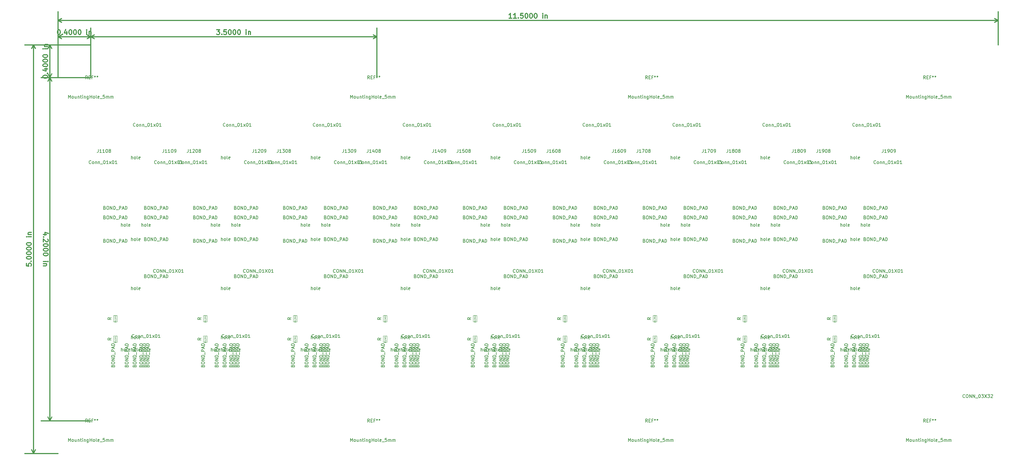
<source format=gbr>
G04 #@! TF.FileFunction,Other,Fab,Top*
%FSLAX46Y46*%
G04 Gerber Fmt 4.6, Leading zero omitted, Abs format (unit mm)*
G04 Created by KiCad (PCBNEW 4.0.7) date Wed Feb 28 11:36:31 2018*
%MOMM*%
%LPD*%
G01*
G04 APERTURE LIST*
%ADD10C,0.100000*%
%ADD11C,0.300000*%
%ADD12C,0.150000*%
%ADD13C,0.075000*%
G04 APERTURE END LIST*
D10*
D11*
X112001429Y-104684287D02*
X111001429Y-104684287D01*
X112572857Y-104327144D02*
X111501429Y-103970001D01*
X111501429Y-104898573D01*
X111144286Y-105470001D02*
X111072857Y-105541429D01*
X111001429Y-105470001D01*
X111072857Y-105398572D01*
X111144286Y-105470001D01*
X111001429Y-105470001D01*
X112358571Y-106112858D02*
X112430000Y-106184287D01*
X112501429Y-106327144D01*
X112501429Y-106684287D01*
X112430000Y-106827144D01*
X112358571Y-106898573D01*
X112215714Y-106970001D01*
X112072857Y-106970001D01*
X111858571Y-106898573D01*
X111001429Y-106041430D01*
X111001429Y-106970001D01*
X112501429Y-107898572D02*
X112501429Y-108041429D01*
X112430000Y-108184286D01*
X112358571Y-108255715D01*
X112215714Y-108327144D01*
X111930000Y-108398572D01*
X111572857Y-108398572D01*
X111287143Y-108327144D01*
X111144286Y-108255715D01*
X111072857Y-108184286D01*
X111001429Y-108041429D01*
X111001429Y-107898572D01*
X111072857Y-107755715D01*
X111144286Y-107684286D01*
X111287143Y-107612858D01*
X111572857Y-107541429D01*
X111930000Y-107541429D01*
X112215714Y-107612858D01*
X112358571Y-107684286D01*
X112430000Y-107755715D01*
X112501429Y-107898572D01*
X112501429Y-109327143D02*
X112501429Y-109470000D01*
X112430000Y-109612857D01*
X112358571Y-109684286D01*
X112215714Y-109755715D01*
X111930000Y-109827143D01*
X111572857Y-109827143D01*
X111287143Y-109755715D01*
X111144286Y-109684286D01*
X111072857Y-109612857D01*
X111001429Y-109470000D01*
X111001429Y-109327143D01*
X111072857Y-109184286D01*
X111144286Y-109112857D01*
X111287143Y-109041429D01*
X111572857Y-108970000D01*
X111930000Y-108970000D01*
X112215714Y-109041429D01*
X112358571Y-109112857D01*
X112430000Y-109184286D01*
X112501429Y-109327143D01*
X112501429Y-110755714D02*
X112501429Y-110898571D01*
X112430000Y-111041428D01*
X112358571Y-111112857D01*
X112215714Y-111184286D01*
X111930000Y-111255714D01*
X111572857Y-111255714D01*
X111287143Y-111184286D01*
X111144286Y-111112857D01*
X111072857Y-111041428D01*
X111001429Y-110898571D01*
X111001429Y-110755714D01*
X111072857Y-110612857D01*
X111144286Y-110541428D01*
X111287143Y-110470000D01*
X111572857Y-110398571D01*
X111930000Y-110398571D01*
X112215714Y-110470000D01*
X112358571Y-110541428D01*
X112430000Y-110612857D01*
X112501429Y-110755714D01*
X111001429Y-113041428D02*
X112001429Y-113041428D01*
X112501429Y-113041428D02*
X112430000Y-112969999D01*
X112358571Y-113041428D01*
X112430000Y-113112856D01*
X112501429Y-113041428D01*
X112358571Y-113041428D01*
X112001429Y-113755714D02*
X111001429Y-113755714D01*
X111858571Y-113755714D02*
X111930000Y-113827142D01*
X112001429Y-113970000D01*
X112001429Y-114184285D01*
X111930000Y-114327142D01*
X111787143Y-114398571D01*
X111001429Y-114398571D01*
X113030000Y-55880000D02*
X113030000Y-162560000D01*
X125730000Y-55880000D02*
X110330000Y-55880000D01*
X125730000Y-162560000D02*
X110330000Y-162560000D01*
X113030000Y-162560000D02*
X112443579Y-161433496D01*
X113030000Y-162560000D02*
X113616421Y-161433496D01*
X113030000Y-55880000D02*
X112443579Y-57006504D01*
X113030000Y-55880000D02*
X113616421Y-57006504D01*
X164858573Y-41008571D02*
X165787144Y-41008571D01*
X165287144Y-41580000D01*
X165501430Y-41580000D01*
X165644287Y-41651429D01*
X165715716Y-41722857D01*
X165787144Y-41865714D01*
X165787144Y-42222857D01*
X165715716Y-42365714D01*
X165644287Y-42437143D01*
X165501430Y-42508571D01*
X165072858Y-42508571D01*
X164930001Y-42437143D01*
X164858573Y-42365714D01*
X166430001Y-42365714D02*
X166501429Y-42437143D01*
X166430001Y-42508571D01*
X166358572Y-42437143D01*
X166430001Y-42365714D01*
X166430001Y-42508571D01*
X167858573Y-41008571D02*
X167144287Y-41008571D01*
X167072858Y-41722857D01*
X167144287Y-41651429D01*
X167287144Y-41580000D01*
X167644287Y-41580000D01*
X167787144Y-41651429D01*
X167858573Y-41722857D01*
X167930001Y-41865714D01*
X167930001Y-42222857D01*
X167858573Y-42365714D01*
X167787144Y-42437143D01*
X167644287Y-42508571D01*
X167287144Y-42508571D01*
X167144287Y-42437143D01*
X167072858Y-42365714D01*
X168858572Y-41008571D02*
X169001429Y-41008571D01*
X169144286Y-41080000D01*
X169215715Y-41151429D01*
X169287144Y-41294286D01*
X169358572Y-41580000D01*
X169358572Y-41937143D01*
X169287144Y-42222857D01*
X169215715Y-42365714D01*
X169144286Y-42437143D01*
X169001429Y-42508571D01*
X168858572Y-42508571D01*
X168715715Y-42437143D01*
X168644286Y-42365714D01*
X168572858Y-42222857D01*
X168501429Y-41937143D01*
X168501429Y-41580000D01*
X168572858Y-41294286D01*
X168644286Y-41151429D01*
X168715715Y-41080000D01*
X168858572Y-41008571D01*
X170287143Y-41008571D02*
X170430000Y-41008571D01*
X170572857Y-41080000D01*
X170644286Y-41151429D01*
X170715715Y-41294286D01*
X170787143Y-41580000D01*
X170787143Y-41937143D01*
X170715715Y-42222857D01*
X170644286Y-42365714D01*
X170572857Y-42437143D01*
X170430000Y-42508571D01*
X170287143Y-42508571D01*
X170144286Y-42437143D01*
X170072857Y-42365714D01*
X170001429Y-42222857D01*
X169930000Y-41937143D01*
X169930000Y-41580000D01*
X170001429Y-41294286D01*
X170072857Y-41151429D01*
X170144286Y-41080000D01*
X170287143Y-41008571D01*
X171715714Y-41008571D02*
X171858571Y-41008571D01*
X172001428Y-41080000D01*
X172072857Y-41151429D01*
X172144286Y-41294286D01*
X172215714Y-41580000D01*
X172215714Y-41937143D01*
X172144286Y-42222857D01*
X172072857Y-42365714D01*
X172001428Y-42437143D01*
X171858571Y-42508571D01*
X171715714Y-42508571D01*
X171572857Y-42437143D01*
X171501428Y-42365714D01*
X171430000Y-42222857D01*
X171358571Y-41937143D01*
X171358571Y-41580000D01*
X171430000Y-41294286D01*
X171501428Y-41151429D01*
X171572857Y-41080000D01*
X171715714Y-41008571D01*
X174001428Y-42508571D02*
X174001428Y-41508571D01*
X174001428Y-41008571D02*
X173929999Y-41080000D01*
X174001428Y-41151429D01*
X174072856Y-41080000D01*
X174001428Y-41008571D01*
X174001428Y-41151429D01*
X174715714Y-41508571D02*
X174715714Y-42508571D01*
X174715714Y-41651429D02*
X174787142Y-41580000D01*
X174930000Y-41508571D01*
X175144285Y-41508571D01*
X175287142Y-41580000D01*
X175358571Y-41722857D01*
X175358571Y-42508571D01*
X125730000Y-43180000D02*
X214630000Y-43180000D01*
X125730000Y-55880000D02*
X125730000Y-40480000D01*
X214630000Y-55880000D02*
X214630000Y-40480000D01*
X214630000Y-43180000D02*
X213503496Y-43766421D01*
X214630000Y-43180000D02*
X213503496Y-42593579D01*
X125730000Y-43180000D02*
X126856504Y-43766421D01*
X125730000Y-43180000D02*
X126856504Y-42593579D01*
X115757144Y-41008571D02*
X115900001Y-41008571D01*
X116042858Y-41080000D01*
X116114287Y-41151429D01*
X116185716Y-41294286D01*
X116257144Y-41580000D01*
X116257144Y-41937143D01*
X116185716Y-42222857D01*
X116114287Y-42365714D01*
X116042858Y-42437143D01*
X115900001Y-42508571D01*
X115757144Y-42508571D01*
X115614287Y-42437143D01*
X115542858Y-42365714D01*
X115471430Y-42222857D01*
X115400001Y-41937143D01*
X115400001Y-41580000D01*
X115471430Y-41294286D01*
X115542858Y-41151429D01*
X115614287Y-41080000D01*
X115757144Y-41008571D01*
X116900001Y-42365714D02*
X116971429Y-42437143D01*
X116900001Y-42508571D01*
X116828572Y-42437143D01*
X116900001Y-42365714D01*
X116900001Y-42508571D01*
X118257144Y-41508571D02*
X118257144Y-42508571D01*
X117900001Y-40937143D02*
X117542858Y-42008571D01*
X118471430Y-42008571D01*
X119328572Y-41008571D02*
X119471429Y-41008571D01*
X119614286Y-41080000D01*
X119685715Y-41151429D01*
X119757144Y-41294286D01*
X119828572Y-41580000D01*
X119828572Y-41937143D01*
X119757144Y-42222857D01*
X119685715Y-42365714D01*
X119614286Y-42437143D01*
X119471429Y-42508571D01*
X119328572Y-42508571D01*
X119185715Y-42437143D01*
X119114286Y-42365714D01*
X119042858Y-42222857D01*
X118971429Y-41937143D01*
X118971429Y-41580000D01*
X119042858Y-41294286D01*
X119114286Y-41151429D01*
X119185715Y-41080000D01*
X119328572Y-41008571D01*
X120757143Y-41008571D02*
X120900000Y-41008571D01*
X121042857Y-41080000D01*
X121114286Y-41151429D01*
X121185715Y-41294286D01*
X121257143Y-41580000D01*
X121257143Y-41937143D01*
X121185715Y-42222857D01*
X121114286Y-42365714D01*
X121042857Y-42437143D01*
X120900000Y-42508571D01*
X120757143Y-42508571D01*
X120614286Y-42437143D01*
X120542857Y-42365714D01*
X120471429Y-42222857D01*
X120400000Y-41937143D01*
X120400000Y-41580000D01*
X120471429Y-41294286D01*
X120542857Y-41151429D01*
X120614286Y-41080000D01*
X120757143Y-41008571D01*
X122185714Y-41008571D02*
X122328571Y-41008571D01*
X122471428Y-41080000D01*
X122542857Y-41151429D01*
X122614286Y-41294286D01*
X122685714Y-41580000D01*
X122685714Y-41937143D01*
X122614286Y-42222857D01*
X122542857Y-42365714D01*
X122471428Y-42437143D01*
X122328571Y-42508571D01*
X122185714Y-42508571D01*
X122042857Y-42437143D01*
X121971428Y-42365714D01*
X121900000Y-42222857D01*
X121828571Y-41937143D01*
X121828571Y-41580000D01*
X121900000Y-41294286D01*
X121971428Y-41151429D01*
X122042857Y-41080000D01*
X122185714Y-41008571D01*
X124471428Y-42508571D02*
X124471428Y-41508571D01*
X124471428Y-41008571D02*
X124399999Y-41080000D01*
X124471428Y-41151429D01*
X124542856Y-41080000D01*
X124471428Y-41008571D01*
X124471428Y-41151429D01*
X125185714Y-41508571D02*
X125185714Y-42508571D01*
X125185714Y-41651429D02*
X125257142Y-41580000D01*
X125400000Y-41508571D01*
X125614285Y-41508571D01*
X125757142Y-41580000D01*
X125828571Y-41722857D01*
X125828571Y-42508571D01*
X125730000Y-43180000D02*
X115570000Y-43180000D01*
X125730000Y-55880000D02*
X125730000Y-40480000D01*
X115570000Y-55880000D02*
X115570000Y-40480000D01*
X115570000Y-43180000D02*
X116696504Y-42593579D01*
X115570000Y-43180000D02*
X116696504Y-43766421D01*
X125730000Y-43180000D02*
X124603496Y-42593579D01*
X125730000Y-43180000D02*
X124603496Y-43766421D01*
X110858571Y-55692856D02*
X110858571Y-55549999D01*
X110930000Y-55407142D01*
X111001429Y-55335713D01*
X111144286Y-55264284D01*
X111430000Y-55192856D01*
X111787143Y-55192856D01*
X112072857Y-55264284D01*
X112215714Y-55335713D01*
X112287143Y-55407142D01*
X112358571Y-55549999D01*
X112358571Y-55692856D01*
X112287143Y-55835713D01*
X112215714Y-55907142D01*
X112072857Y-55978570D01*
X111787143Y-56049999D01*
X111430000Y-56049999D01*
X111144286Y-55978570D01*
X111001429Y-55907142D01*
X110930000Y-55835713D01*
X110858571Y-55692856D01*
X112215714Y-54549999D02*
X112287143Y-54478571D01*
X112358571Y-54549999D01*
X112287143Y-54621428D01*
X112215714Y-54549999D01*
X112358571Y-54549999D01*
X111358571Y-53192856D02*
X112358571Y-53192856D01*
X110787143Y-53549999D02*
X111858571Y-53907142D01*
X111858571Y-52978570D01*
X110858571Y-52121428D02*
X110858571Y-51978571D01*
X110930000Y-51835714D01*
X111001429Y-51764285D01*
X111144286Y-51692856D01*
X111430000Y-51621428D01*
X111787143Y-51621428D01*
X112072857Y-51692856D01*
X112215714Y-51764285D01*
X112287143Y-51835714D01*
X112358571Y-51978571D01*
X112358571Y-52121428D01*
X112287143Y-52264285D01*
X112215714Y-52335714D01*
X112072857Y-52407142D01*
X111787143Y-52478571D01*
X111430000Y-52478571D01*
X111144286Y-52407142D01*
X111001429Y-52335714D01*
X110930000Y-52264285D01*
X110858571Y-52121428D01*
X110858571Y-50692857D02*
X110858571Y-50550000D01*
X110930000Y-50407143D01*
X111001429Y-50335714D01*
X111144286Y-50264285D01*
X111430000Y-50192857D01*
X111787143Y-50192857D01*
X112072857Y-50264285D01*
X112215714Y-50335714D01*
X112287143Y-50407143D01*
X112358571Y-50550000D01*
X112358571Y-50692857D01*
X112287143Y-50835714D01*
X112215714Y-50907143D01*
X112072857Y-50978571D01*
X111787143Y-51050000D01*
X111430000Y-51050000D01*
X111144286Y-50978571D01*
X111001429Y-50907143D01*
X110930000Y-50835714D01*
X110858571Y-50692857D01*
X110858571Y-49264286D02*
X110858571Y-49121429D01*
X110930000Y-48978572D01*
X111001429Y-48907143D01*
X111144286Y-48835714D01*
X111430000Y-48764286D01*
X111787143Y-48764286D01*
X112072857Y-48835714D01*
X112215714Y-48907143D01*
X112287143Y-48978572D01*
X112358571Y-49121429D01*
X112358571Y-49264286D01*
X112287143Y-49407143D01*
X112215714Y-49478572D01*
X112072857Y-49550000D01*
X111787143Y-49621429D01*
X111430000Y-49621429D01*
X111144286Y-49550000D01*
X111001429Y-49478572D01*
X110930000Y-49407143D01*
X110858571Y-49264286D01*
X112358571Y-46978572D02*
X111358571Y-46978572D01*
X110858571Y-46978572D02*
X110930000Y-47050001D01*
X111001429Y-46978572D01*
X110930000Y-46907144D01*
X110858571Y-46978572D01*
X111001429Y-46978572D01*
X111358571Y-46264286D02*
X112358571Y-46264286D01*
X111501429Y-46264286D02*
X111430000Y-46192858D01*
X111358571Y-46050000D01*
X111358571Y-45835715D01*
X111430000Y-45692858D01*
X111572857Y-45621429D01*
X112358571Y-45621429D01*
X113030000Y-55880000D02*
X113030000Y-45720000D01*
X125730000Y-55880000D02*
X110330000Y-55880000D01*
X125730000Y-45720000D02*
X110330000Y-45720000D01*
X113030000Y-45720000D02*
X113616421Y-46846504D01*
X113030000Y-45720000D02*
X112443579Y-46846504D01*
X113030000Y-55880000D02*
X113616421Y-54753496D01*
X113030000Y-55880000D02*
X112443579Y-54753496D01*
X105778571Y-113684284D02*
X105778571Y-114398570D01*
X106492857Y-114469999D01*
X106421429Y-114398570D01*
X106350000Y-114255713D01*
X106350000Y-113898570D01*
X106421429Y-113755713D01*
X106492857Y-113684284D01*
X106635714Y-113612856D01*
X106992857Y-113612856D01*
X107135714Y-113684284D01*
X107207143Y-113755713D01*
X107278571Y-113898570D01*
X107278571Y-114255713D01*
X107207143Y-114398570D01*
X107135714Y-114469999D01*
X107135714Y-112969999D02*
X107207143Y-112898571D01*
X107278571Y-112969999D01*
X107207143Y-113041428D01*
X107135714Y-112969999D01*
X107278571Y-112969999D01*
X105778571Y-111969999D02*
X105778571Y-111827142D01*
X105850000Y-111684285D01*
X105921429Y-111612856D01*
X106064286Y-111541427D01*
X106350000Y-111469999D01*
X106707143Y-111469999D01*
X106992857Y-111541427D01*
X107135714Y-111612856D01*
X107207143Y-111684285D01*
X107278571Y-111827142D01*
X107278571Y-111969999D01*
X107207143Y-112112856D01*
X107135714Y-112184285D01*
X106992857Y-112255713D01*
X106707143Y-112327142D01*
X106350000Y-112327142D01*
X106064286Y-112255713D01*
X105921429Y-112184285D01*
X105850000Y-112112856D01*
X105778571Y-111969999D01*
X105778571Y-110541428D02*
X105778571Y-110398571D01*
X105850000Y-110255714D01*
X105921429Y-110184285D01*
X106064286Y-110112856D01*
X106350000Y-110041428D01*
X106707143Y-110041428D01*
X106992857Y-110112856D01*
X107135714Y-110184285D01*
X107207143Y-110255714D01*
X107278571Y-110398571D01*
X107278571Y-110541428D01*
X107207143Y-110684285D01*
X107135714Y-110755714D01*
X106992857Y-110827142D01*
X106707143Y-110898571D01*
X106350000Y-110898571D01*
X106064286Y-110827142D01*
X105921429Y-110755714D01*
X105850000Y-110684285D01*
X105778571Y-110541428D01*
X105778571Y-109112857D02*
X105778571Y-108970000D01*
X105850000Y-108827143D01*
X105921429Y-108755714D01*
X106064286Y-108684285D01*
X106350000Y-108612857D01*
X106707143Y-108612857D01*
X106992857Y-108684285D01*
X107135714Y-108755714D01*
X107207143Y-108827143D01*
X107278571Y-108970000D01*
X107278571Y-109112857D01*
X107207143Y-109255714D01*
X107135714Y-109327143D01*
X106992857Y-109398571D01*
X106707143Y-109470000D01*
X106350000Y-109470000D01*
X106064286Y-109398571D01*
X105921429Y-109327143D01*
X105850000Y-109255714D01*
X105778571Y-109112857D01*
X105778571Y-107684286D02*
X105778571Y-107541429D01*
X105850000Y-107398572D01*
X105921429Y-107327143D01*
X106064286Y-107255714D01*
X106350000Y-107184286D01*
X106707143Y-107184286D01*
X106992857Y-107255714D01*
X107135714Y-107327143D01*
X107207143Y-107398572D01*
X107278571Y-107541429D01*
X107278571Y-107684286D01*
X107207143Y-107827143D01*
X107135714Y-107898572D01*
X106992857Y-107970000D01*
X106707143Y-108041429D01*
X106350000Y-108041429D01*
X106064286Y-107970000D01*
X105921429Y-107898572D01*
X105850000Y-107827143D01*
X105778571Y-107684286D01*
X107278571Y-105398572D02*
X106278571Y-105398572D01*
X105778571Y-105398572D02*
X105850000Y-105470001D01*
X105921429Y-105398572D01*
X105850000Y-105327144D01*
X105778571Y-105398572D01*
X105921429Y-105398572D01*
X106278571Y-104684286D02*
X107278571Y-104684286D01*
X106421429Y-104684286D02*
X106350000Y-104612858D01*
X106278571Y-104470000D01*
X106278571Y-104255715D01*
X106350000Y-104112858D01*
X106492857Y-104041429D01*
X107278571Y-104041429D01*
X107950000Y-172720000D02*
X107950000Y-45720000D01*
X115570000Y-172720000D02*
X105250000Y-172720000D01*
X115570000Y-45720000D02*
X105250000Y-45720000D01*
X107950000Y-45720000D02*
X108536421Y-46846504D01*
X107950000Y-45720000D02*
X107363579Y-46846504D01*
X107950000Y-172720000D02*
X108536421Y-171593496D01*
X107950000Y-172720000D02*
X107363579Y-171593496D01*
X256512858Y-37428571D02*
X255655715Y-37428571D01*
X256084287Y-37428571D02*
X256084287Y-35928571D01*
X255941430Y-36142857D01*
X255798572Y-36285714D01*
X255655715Y-36357143D01*
X257941429Y-37428571D02*
X257084286Y-37428571D01*
X257512858Y-37428571D02*
X257512858Y-35928571D01*
X257370001Y-36142857D01*
X257227143Y-36285714D01*
X257084286Y-36357143D01*
X258584286Y-37285714D02*
X258655714Y-37357143D01*
X258584286Y-37428571D01*
X258512857Y-37357143D01*
X258584286Y-37285714D01*
X258584286Y-37428571D01*
X260012858Y-35928571D02*
X259298572Y-35928571D01*
X259227143Y-36642857D01*
X259298572Y-36571429D01*
X259441429Y-36500000D01*
X259798572Y-36500000D01*
X259941429Y-36571429D01*
X260012858Y-36642857D01*
X260084286Y-36785714D01*
X260084286Y-37142857D01*
X260012858Y-37285714D01*
X259941429Y-37357143D01*
X259798572Y-37428571D01*
X259441429Y-37428571D01*
X259298572Y-37357143D01*
X259227143Y-37285714D01*
X261012857Y-35928571D02*
X261155714Y-35928571D01*
X261298571Y-36000000D01*
X261370000Y-36071429D01*
X261441429Y-36214286D01*
X261512857Y-36500000D01*
X261512857Y-36857143D01*
X261441429Y-37142857D01*
X261370000Y-37285714D01*
X261298571Y-37357143D01*
X261155714Y-37428571D01*
X261012857Y-37428571D01*
X260870000Y-37357143D01*
X260798571Y-37285714D01*
X260727143Y-37142857D01*
X260655714Y-36857143D01*
X260655714Y-36500000D01*
X260727143Y-36214286D01*
X260798571Y-36071429D01*
X260870000Y-36000000D01*
X261012857Y-35928571D01*
X262441428Y-35928571D02*
X262584285Y-35928571D01*
X262727142Y-36000000D01*
X262798571Y-36071429D01*
X262870000Y-36214286D01*
X262941428Y-36500000D01*
X262941428Y-36857143D01*
X262870000Y-37142857D01*
X262798571Y-37285714D01*
X262727142Y-37357143D01*
X262584285Y-37428571D01*
X262441428Y-37428571D01*
X262298571Y-37357143D01*
X262227142Y-37285714D01*
X262155714Y-37142857D01*
X262084285Y-36857143D01*
X262084285Y-36500000D01*
X262155714Y-36214286D01*
X262227142Y-36071429D01*
X262298571Y-36000000D01*
X262441428Y-35928571D01*
X263869999Y-35928571D02*
X264012856Y-35928571D01*
X264155713Y-36000000D01*
X264227142Y-36071429D01*
X264298571Y-36214286D01*
X264369999Y-36500000D01*
X264369999Y-36857143D01*
X264298571Y-37142857D01*
X264227142Y-37285714D01*
X264155713Y-37357143D01*
X264012856Y-37428571D01*
X263869999Y-37428571D01*
X263727142Y-37357143D01*
X263655713Y-37285714D01*
X263584285Y-37142857D01*
X263512856Y-36857143D01*
X263512856Y-36500000D01*
X263584285Y-36214286D01*
X263655713Y-36071429D01*
X263727142Y-36000000D01*
X263869999Y-35928571D01*
X266155713Y-37428571D02*
X266155713Y-36428571D01*
X266155713Y-35928571D02*
X266084284Y-36000000D01*
X266155713Y-36071429D01*
X266227141Y-36000000D01*
X266155713Y-35928571D01*
X266155713Y-36071429D01*
X266869999Y-36428571D02*
X266869999Y-37428571D01*
X266869999Y-36571429D02*
X266941427Y-36500000D01*
X267084285Y-36428571D01*
X267298570Y-36428571D01*
X267441427Y-36500000D01*
X267512856Y-36642857D01*
X267512856Y-37428571D01*
X115570000Y-38100000D02*
X407670000Y-38100000D01*
X115570000Y-45720000D02*
X115570000Y-35400000D01*
X407670000Y-45720000D02*
X407670000Y-35400000D01*
X407670000Y-38100000D02*
X406543496Y-38686421D01*
X407670000Y-38100000D02*
X406543496Y-37513579D01*
X115570000Y-38100000D02*
X116696504Y-38686421D01*
X115570000Y-38100000D02*
X116696504Y-37513579D01*
D10*
X132730000Y-136160000D02*
X133970000Y-136160000D01*
X132730000Y-138160000D02*
X132730000Y-136160000D01*
X133970000Y-138160000D02*
X132730000Y-138160000D01*
X133970000Y-136160000D02*
X133970000Y-138160000D01*
X188610000Y-136160000D02*
X189850000Y-136160000D01*
X188610000Y-138160000D02*
X188610000Y-136160000D01*
X189850000Y-138160000D02*
X188610000Y-138160000D01*
X189850000Y-136160000D02*
X189850000Y-138160000D01*
X160670000Y-136160000D02*
X161910000Y-136160000D01*
X160670000Y-138160000D02*
X160670000Y-136160000D01*
X161910000Y-138160000D02*
X160670000Y-138160000D01*
X161910000Y-136160000D02*
X161910000Y-138160000D01*
X216550000Y-136160000D02*
X217790000Y-136160000D01*
X216550000Y-138160000D02*
X216550000Y-136160000D01*
X217790000Y-138160000D02*
X216550000Y-138160000D01*
X217790000Y-136160000D02*
X217790000Y-138160000D01*
X244490000Y-136160000D02*
X245730000Y-136160000D01*
X244490000Y-138160000D02*
X244490000Y-136160000D01*
X245730000Y-138160000D02*
X244490000Y-138160000D01*
X245730000Y-136160000D02*
X245730000Y-138160000D01*
X300370000Y-136160000D02*
X301610000Y-136160000D01*
X300370000Y-138160000D02*
X300370000Y-136160000D01*
X301610000Y-138160000D02*
X300370000Y-138160000D01*
X301610000Y-136160000D02*
X301610000Y-138160000D01*
X272430000Y-136160000D02*
X273670000Y-136160000D01*
X272430000Y-138160000D02*
X272430000Y-136160000D01*
X273670000Y-138160000D02*
X272430000Y-138160000D01*
X273670000Y-136160000D02*
X273670000Y-138160000D01*
X328310000Y-136160000D02*
X329550000Y-136160000D01*
X328310000Y-138160000D02*
X328310000Y-136160000D01*
X329550000Y-138160000D02*
X328310000Y-138160000D01*
X329550000Y-136160000D02*
X329550000Y-138160000D01*
X356250000Y-136160000D02*
X357490000Y-136160000D01*
X356250000Y-138160000D02*
X356250000Y-136160000D01*
X357490000Y-138160000D02*
X356250000Y-138160000D01*
X357490000Y-136160000D02*
X357490000Y-138160000D01*
X132730000Y-129810000D02*
X133970000Y-129810000D01*
X132730000Y-131810000D02*
X132730000Y-129810000D01*
X133970000Y-131810000D02*
X132730000Y-131810000D01*
X133970000Y-129810000D02*
X133970000Y-131810000D01*
X160670000Y-129810000D02*
X161910000Y-129810000D01*
X160670000Y-131810000D02*
X160670000Y-129810000D01*
X161910000Y-131810000D02*
X160670000Y-131810000D01*
X161910000Y-129810000D02*
X161910000Y-131810000D01*
X188610000Y-129810000D02*
X189850000Y-129810000D01*
X188610000Y-131810000D02*
X188610000Y-129810000D01*
X189850000Y-131810000D02*
X188610000Y-131810000D01*
X189850000Y-129810000D02*
X189850000Y-131810000D01*
X216550000Y-129810000D02*
X217790000Y-129810000D01*
X216550000Y-131810000D02*
X216550000Y-129810000D01*
X217790000Y-131810000D02*
X216550000Y-131810000D01*
X217790000Y-129810000D02*
X217790000Y-131810000D01*
X244490000Y-129810000D02*
X245730000Y-129810000D01*
X244490000Y-131810000D02*
X244490000Y-129810000D01*
X245730000Y-131810000D02*
X244490000Y-131810000D01*
X245730000Y-129810000D02*
X245730000Y-131810000D01*
X272430000Y-129810000D02*
X273670000Y-129810000D01*
X272430000Y-131810000D02*
X272430000Y-129810000D01*
X273670000Y-131810000D02*
X272430000Y-131810000D01*
X273670000Y-129810000D02*
X273670000Y-131810000D01*
X300370000Y-129810000D02*
X301610000Y-129810000D01*
X300370000Y-131810000D02*
X300370000Y-129810000D01*
X301610000Y-131810000D02*
X300370000Y-131810000D01*
X301610000Y-129810000D02*
X301610000Y-131810000D01*
X328310000Y-129810000D02*
X329550000Y-129810000D01*
X328310000Y-131810000D02*
X328310000Y-129810000D01*
X329550000Y-131810000D02*
X328310000Y-131810000D01*
X329550000Y-129810000D02*
X329550000Y-131810000D01*
X356250000Y-129810000D02*
X357490000Y-129810000D01*
X356250000Y-131810000D02*
X356250000Y-129810000D01*
X357490000Y-131810000D02*
X356250000Y-131810000D01*
X357490000Y-129810000D02*
X357490000Y-131810000D01*
D12*
X197397857Y-140882381D02*
X197397857Y-139882381D01*
X197826429Y-140882381D02*
X197826429Y-140358571D01*
X197778810Y-140263333D01*
X197683572Y-140215714D01*
X197540714Y-140215714D01*
X197445476Y-140263333D01*
X197397857Y-140310952D01*
X198445476Y-140882381D02*
X198350238Y-140834762D01*
X198302619Y-140787143D01*
X198255000Y-140691905D01*
X198255000Y-140406190D01*
X198302619Y-140310952D01*
X198350238Y-140263333D01*
X198445476Y-140215714D01*
X198588334Y-140215714D01*
X198683572Y-140263333D01*
X198731191Y-140310952D01*
X198778810Y-140406190D01*
X198778810Y-140691905D01*
X198731191Y-140787143D01*
X198683572Y-140834762D01*
X198588334Y-140882381D01*
X198445476Y-140882381D01*
X199350238Y-140882381D02*
X199255000Y-140834762D01*
X199207381Y-140739524D01*
X199207381Y-139882381D01*
X200112144Y-140834762D02*
X200016906Y-140882381D01*
X199826429Y-140882381D01*
X199731191Y-140834762D01*
X199683572Y-140739524D01*
X199683572Y-140358571D01*
X199731191Y-140263333D01*
X199826429Y-140215714D01*
X200016906Y-140215714D01*
X200112144Y-140263333D01*
X200159763Y-140358571D01*
X200159763Y-140453810D01*
X199683572Y-140549048D01*
X379103809Y-169012381D02*
X379103809Y-168012381D01*
X379437143Y-168726667D01*
X379770476Y-168012381D01*
X379770476Y-169012381D01*
X380389523Y-169012381D02*
X380294285Y-168964762D01*
X380246666Y-168917143D01*
X380199047Y-168821905D01*
X380199047Y-168536190D01*
X380246666Y-168440952D01*
X380294285Y-168393333D01*
X380389523Y-168345714D01*
X380532381Y-168345714D01*
X380627619Y-168393333D01*
X380675238Y-168440952D01*
X380722857Y-168536190D01*
X380722857Y-168821905D01*
X380675238Y-168917143D01*
X380627619Y-168964762D01*
X380532381Y-169012381D01*
X380389523Y-169012381D01*
X381580000Y-168345714D02*
X381580000Y-169012381D01*
X381151428Y-168345714D02*
X381151428Y-168869524D01*
X381199047Y-168964762D01*
X381294285Y-169012381D01*
X381437143Y-169012381D01*
X381532381Y-168964762D01*
X381580000Y-168917143D01*
X382056190Y-168345714D02*
X382056190Y-169012381D01*
X382056190Y-168440952D02*
X382103809Y-168393333D01*
X382199047Y-168345714D01*
X382341905Y-168345714D01*
X382437143Y-168393333D01*
X382484762Y-168488571D01*
X382484762Y-169012381D01*
X382818095Y-168345714D02*
X383199047Y-168345714D01*
X382960952Y-168012381D02*
X382960952Y-168869524D01*
X383008571Y-168964762D01*
X383103809Y-169012381D01*
X383199047Y-169012381D01*
X383532381Y-169012381D02*
X383532381Y-168345714D01*
X383532381Y-168012381D02*
X383484762Y-168060000D01*
X383532381Y-168107619D01*
X383580000Y-168060000D01*
X383532381Y-168012381D01*
X383532381Y-168107619D01*
X384008571Y-168345714D02*
X384008571Y-169012381D01*
X384008571Y-168440952D02*
X384056190Y-168393333D01*
X384151428Y-168345714D01*
X384294286Y-168345714D01*
X384389524Y-168393333D01*
X384437143Y-168488571D01*
X384437143Y-169012381D01*
X385341905Y-168345714D02*
X385341905Y-169155238D01*
X385294286Y-169250476D01*
X385246667Y-169298095D01*
X385151428Y-169345714D01*
X385008571Y-169345714D01*
X384913333Y-169298095D01*
X385341905Y-168964762D02*
X385246667Y-169012381D01*
X385056190Y-169012381D01*
X384960952Y-168964762D01*
X384913333Y-168917143D01*
X384865714Y-168821905D01*
X384865714Y-168536190D01*
X384913333Y-168440952D01*
X384960952Y-168393333D01*
X385056190Y-168345714D01*
X385246667Y-168345714D01*
X385341905Y-168393333D01*
X385818095Y-169012381D02*
X385818095Y-168012381D01*
X385818095Y-168488571D02*
X386389524Y-168488571D01*
X386389524Y-169012381D02*
X386389524Y-168012381D01*
X387008571Y-169012381D02*
X386913333Y-168964762D01*
X386865714Y-168917143D01*
X386818095Y-168821905D01*
X386818095Y-168536190D01*
X386865714Y-168440952D01*
X386913333Y-168393333D01*
X387008571Y-168345714D01*
X387151429Y-168345714D01*
X387246667Y-168393333D01*
X387294286Y-168440952D01*
X387341905Y-168536190D01*
X387341905Y-168821905D01*
X387294286Y-168917143D01*
X387246667Y-168964762D01*
X387151429Y-169012381D01*
X387008571Y-169012381D01*
X387913333Y-169012381D02*
X387818095Y-168964762D01*
X387770476Y-168869524D01*
X387770476Y-168012381D01*
X388675239Y-168964762D02*
X388580001Y-169012381D01*
X388389524Y-169012381D01*
X388294286Y-168964762D01*
X388246667Y-168869524D01*
X388246667Y-168488571D01*
X388294286Y-168393333D01*
X388389524Y-168345714D01*
X388580001Y-168345714D01*
X388675239Y-168393333D01*
X388722858Y-168488571D01*
X388722858Y-168583810D01*
X388246667Y-168679048D01*
X388913334Y-169107619D02*
X389675239Y-169107619D01*
X390389525Y-168012381D02*
X389913334Y-168012381D01*
X389865715Y-168488571D01*
X389913334Y-168440952D01*
X390008572Y-168393333D01*
X390246668Y-168393333D01*
X390341906Y-168440952D01*
X390389525Y-168488571D01*
X390437144Y-168583810D01*
X390437144Y-168821905D01*
X390389525Y-168917143D01*
X390341906Y-168964762D01*
X390246668Y-169012381D01*
X390008572Y-169012381D01*
X389913334Y-168964762D01*
X389865715Y-168917143D01*
X390865715Y-169012381D02*
X390865715Y-168345714D01*
X390865715Y-168440952D02*
X390913334Y-168393333D01*
X391008572Y-168345714D01*
X391151430Y-168345714D01*
X391246668Y-168393333D01*
X391294287Y-168488571D01*
X391294287Y-169012381D01*
X391294287Y-168488571D02*
X391341906Y-168393333D01*
X391437144Y-168345714D01*
X391580001Y-168345714D01*
X391675239Y-168393333D01*
X391722858Y-168488571D01*
X391722858Y-169012381D01*
X392199048Y-169012381D02*
X392199048Y-168345714D01*
X392199048Y-168440952D02*
X392246667Y-168393333D01*
X392341905Y-168345714D01*
X392484763Y-168345714D01*
X392580001Y-168393333D01*
X392627620Y-168488571D01*
X392627620Y-169012381D01*
X392627620Y-168488571D02*
X392675239Y-168393333D01*
X392770477Y-168345714D01*
X392913334Y-168345714D01*
X393008572Y-168393333D01*
X393056191Y-168488571D01*
X393056191Y-169012381D01*
X385046667Y-163012381D02*
X384713333Y-162536190D01*
X384475238Y-163012381D02*
X384475238Y-162012381D01*
X384856191Y-162012381D01*
X384951429Y-162060000D01*
X384999048Y-162107619D01*
X385046667Y-162202857D01*
X385046667Y-162345714D01*
X384999048Y-162440952D01*
X384951429Y-162488571D01*
X384856191Y-162536190D01*
X384475238Y-162536190D01*
X385475238Y-162488571D02*
X385808572Y-162488571D01*
X385951429Y-163012381D02*
X385475238Y-163012381D01*
X385475238Y-162012381D01*
X385951429Y-162012381D01*
X386713334Y-162488571D02*
X386380000Y-162488571D01*
X386380000Y-163012381D02*
X386380000Y-162012381D01*
X386856191Y-162012381D01*
X387380000Y-162012381D02*
X387380000Y-162250476D01*
X387141905Y-162155238D02*
X387380000Y-162250476D01*
X387618096Y-162155238D01*
X387237143Y-162440952D02*
X387380000Y-162250476D01*
X387522858Y-162440952D01*
X388141905Y-162012381D02*
X388141905Y-162250476D01*
X387903810Y-162155238D02*
X388141905Y-162250476D01*
X388380001Y-162155238D01*
X387999048Y-162440952D02*
X388141905Y-162250476D01*
X388284763Y-162440952D01*
X292743809Y-169012381D02*
X292743809Y-168012381D01*
X293077143Y-168726667D01*
X293410476Y-168012381D01*
X293410476Y-169012381D01*
X294029523Y-169012381D02*
X293934285Y-168964762D01*
X293886666Y-168917143D01*
X293839047Y-168821905D01*
X293839047Y-168536190D01*
X293886666Y-168440952D01*
X293934285Y-168393333D01*
X294029523Y-168345714D01*
X294172381Y-168345714D01*
X294267619Y-168393333D01*
X294315238Y-168440952D01*
X294362857Y-168536190D01*
X294362857Y-168821905D01*
X294315238Y-168917143D01*
X294267619Y-168964762D01*
X294172381Y-169012381D01*
X294029523Y-169012381D01*
X295220000Y-168345714D02*
X295220000Y-169012381D01*
X294791428Y-168345714D02*
X294791428Y-168869524D01*
X294839047Y-168964762D01*
X294934285Y-169012381D01*
X295077143Y-169012381D01*
X295172381Y-168964762D01*
X295220000Y-168917143D01*
X295696190Y-168345714D02*
X295696190Y-169012381D01*
X295696190Y-168440952D02*
X295743809Y-168393333D01*
X295839047Y-168345714D01*
X295981905Y-168345714D01*
X296077143Y-168393333D01*
X296124762Y-168488571D01*
X296124762Y-169012381D01*
X296458095Y-168345714D02*
X296839047Y-168345714D01*
X296600952Y-168012381D02*
X296600952Y-168869524D01*
X296648571Y-168964762D01*
X296743809Y-169012381D01*
X296839047Y-169012381D01*
X297172381Y-169012381D02*
X297172381Y-168345714D01*
X297172381Y-168012381D02*
X297124762Y-168060000D01*
X297172381Y-168107619D01*
X297220000Y-168060000D01*
X297172381Y-168012381D01*
X297172381Y-168107619D01*
X297648571Y-168345714D02*
X297648571Y-169012381D01*
X297648571Y-168440952D02*
X297696190Y-168393333D01*
X297791428Y-168345714D01*
X297934286Y-168345714D01*
X298029524Y-168393333D01*
X298077143Y-168488571D01*
X298077143Y-169012381D01*
X298981905Y-168345714D02*
X298981905Y-169155238D01*
X298934286Y-169250476D01*
X298886667Y-169298095D01*
X298791428Y-169345714D01*
X298648571Y-169345714D01*
X298553333Y-169298095D01*
X298981905Y-168964762D02*
X298886667Y-169012381D01*
X298696190Y-169012381D01*
X298600952Y-168964762D01*
X298553333Y-168917143D01*
X298505714Y-168821905D01*
X298505714Y-168536190D01*
X298553333Y-168440952D01*
X298600952Y-168393333D01*
X298696190Y-168345714D01*
X298886667Y-168345714D01*
X298981905Y-168393333D01*
X299458095Y-169012381D02*
X299458095Y-168012381D01*
X299458095Y-168488571D02*
X300029524Y-168488571D01*
X300029524Y-169012381D02*
X300029524Y-168012381D01*
X300648571Y-169012381D02*
X300553333Y-168964762D01*
X300505714Y-168917143D01*
X300458095Y-168821905D01*
X300458095Y-168536190D01*
X300505714Y-168440952D01*
X300553333Y-168393333D01*
X300648571Y-168345714D01*
X300791429Y-168345714D01*
X300886667Y-168393333D01*
X300934286Y-168440952D01*
X300981905Y-168536190D01*
X300981905Y-168821905D01*
X300934286Y-168917143D01*
X300886667Y-168964762D01*
X300791429Y-169012381D01*
X300648571Y-169012381D01*
X301553333Y-169012381D02*
X301458095Y-168964762D01*
X301410476Y-168869524D01*
X301410476Y-168012381D01*
X302315239Y-168964762D02*
X302220001Y-169012381D01*
X302029524Y-169012381D01*
X301934286Y-168964762D01*
X301886667Y-168869524D01*
X301886667Y-168488571D01*
X301934286Y-168393333D01*
X302029524Y-168345714D01*
X302220001Y-168345714D01*
X302315239Y-168393333D01*
X302362858Y-168488571D01*
X302362858Y-168583810D01*
X301886667Y-168679048D01*
X302553334Y-169107619D02*
X303315239Y-169107619D01*
X304029525Y-168012381D02*
X303553334Y-168012381D01*
X303505715Y-168488571D01*
X303553334Y-168440952D01*
X303648572Y-168393333D01*
X303886668Y-168393333D01*
X303981906Y-168440952D01*
X304029525Y-168488571D01*
X304077144Y-168583810D01*
X304077144Y-168821905D01*
X304029525Y-168917143D01*
X303981906Y-168964762D01*
X303886668Y-169012381D01*
X303648572Y-169012381D01*
X303553334Y-168964762D01*
X303505715Y-168917143D01*
X304505715Y-169012381D02*
X304505715Y-168345714D01*
X304505715Y-168440952D02*
X304553334Y-168393333D01*
X304648572Y-168345714D01*
X304791430Y-168345714D01*
X304886668Y-168393333D01*
X304934287Y-168488571D01*
X304934287Y-169012381D01*
X304934287Y-168488571D02*
X304981906Y-168393333D01*
X305077144Y-168345714D01*
X305220001Y-168345714D01*
X305315239Y-168393333D01*
X305362858Y-168488571D01*
X305362858Y-169012381D01*
X305839048Y-169012381D02*
X305839048Y-168345714D01*
X305839048Y-168440952D02*
X305886667Y-168393333D01*
X305981905Y-168345714D01*
X306124763Y-168345714D01*
X306220001Y-168393333D01*
X306267620Y-168488571D01*
X306267620Y-169012381D01*
X306267620Y-168488571D02*
X306315239Y-168393333D01*
X306410477Y-168345714D01*
X306553334Y-168345714D01*
X306648572Y-168393333D01*
X306696191Y-168488571D01*
X306696191Y-169012381D01*
X298686667Y-163012381D02*
X298353333Y-162536190D01*
X298115238Y-163012381D02*
X298115238Y-162012381D01*
X298496191Y-162012381D01*
X298591429Y-162060000D01*
X298639048Y-162107619D01*
X298686667Y-162202857D01*
X298686667Y-162345714D01*
X298639048Y-162440952D01*
X298591429Y-162488571D01*
X298496191Y-162536190D01*
X298115238Y-162536190D01*
X299115238Y-162488571D02*
X299448572Y-162488571D01*
X299591429Y-163012381D02*
X299115238Y-163012381D01*
X299115238Y-162012381D01*
X299591429Y-162012381D01*
X300353334Y-162488571D02*
X300020000Y-162488571D01*
X300020000Y-163012381D02*
X300020000Y-162012381D01*
X300496191Y-162012381D01*
X301020000Y-162012381D02*
X301020000Y-162250476D01*
X300781905Y-162155238D02*
X301020000Y-162250476D01*
X301258096Y-162155238D01*
X300877143Y-162440952D02*
X301020000Y-162250476D01*
X301162858Y-162440952D01*
X301781905Y-162012381D02*
X301781905Y-162250476D01*
X301543810Y-162155238D02*
X301781905Y-162250476D01*
X302020001Y-162155238D01*
X301639048Y-162440952D02*
X301781905Y-162250476D01*
X301924763Y-162440952D01*
X206383809Y-169012381D02*
X206383809Y-168012381D01*
X206717143Y-168726667D01*
X207050476Y-168012381D01*
X207050476Y-169012381D01*
X207669523Y-169012381D02*
X207574285Y-168964762D01*
X207526666Y-168917143D01*
X207479047Y-168821905D01*
X207479047Y-168536190D01*
X207526666Y-168440952D01*
X207574285Y-168393333D01*
X207669523Y-168345714D01*
X207812381Y-168345714D01*
X207907619Y-168393333D01*
X207955238Y-168440952D01*
X208002857Y-168536190D01*
X208002857Y-168821905D01*
X207955238Y-168917143D01*
X207907619Y-168964762D01*
X207812381Y-169012381D01*
X207669523Y-169012381D01*
X208860000Y-168345714D02*
X208860000Y-169012381D01*
X208431428Y-168345714D02*
X208431428Y-168869524D01*
X208479047Y-168964762D01*
X208574285Y-169012381D01*
X208717143Y-169012381D01*
X208812381Y-168964762D01*
X208860000Y-168917143D01*
X209336190Y-168345714D02*
X209336190Y-169012381D01*
X209336190Y-168440952D02*
X209383809Y-168393333D01*
X209479047Y-168345714D01*
X209621905Y-168345714D01*
X209717143Y-168393333D01*
X209764762Y-168488571D01*
X209764762Y-169012381D01*
X210098095Y-168345714D02*
X210479047Y-168345714D01*
X210240952Y-168012381D02*
X210240952Y-168869524D01*
X210288571Y-168964762D01*
X210383809Y-169012381D01*
X210479047Y-169012381D01*
X210812381Y-169012381D02*
X210812381Y-168345714D01*
X210812381Y-168012381D02*
X210764762Y-168060000D01*
X210812381Y-168107619D01*
X210860000Y-168060000D01*
X210812381Y-168012381D01*
X210812381Y-168107619D01*
X211288571Y-168345714D02*
X211288571Y-169012381D01*
X211288571Y-168440952D02*
X211336190Y-168393333D01*
X211431428Y-168345714D01*
X211574286Y-168345714D01*
X211669524Y-168393333D01*
X211717143Y-168488571D01*
X211717143Y-169012381D01*
X212621905Y-168345714D02*
X212621905Y-169155238D01*
X212574286Y-169250476D01*
X212526667Y-169298095D01*
X212431428Y-169345714D01*
X212288571Y-169345714D01*
X212193333Y-169298095D01*
X212621905Y-168964762D02*
X212526667Y-169012381D01*
X212336190Y-169012381D01*
X212240952Y-168964762D01*
X212193333Y-168917143D01*
X212145714Y-168821905D01*
X212145714Y-168536190D01*
X212193333Y-168440952D01*
X212240952Y-168393333D01*
X212336190Y-168345714D01*
X212526667Y-168345714D01*
X212621905Y-168393333D01*
X213098095Y-169012381D02*
X213098095Y-168012381D01*
X213098095Y-168488571D02*
X213669524Y-168488571D01*
X213669524Y-169012381D02*
X213669524Y-168012381D01*
X214288571Y-169012381D02*
X214193333Y-168964762D01*
X214145714Y-168917143D01*
X214098095Y-168821905D01*
X214098095Y-168536190D01*
X214145714Y-168440952D01*
X214193333Y-168393333D01*
X214288571Y-168345714D01*
X214431429Y-168345714D01*
X214526667Y-168393333D01*
X214574286Y-168440952D01*
X214621905Y-168536190D01*
X214621905Y-168821905D01*
X214574286Y-168917143D01*
X214526667Y-168964762D01*
X214431429Y-169012381D01*
X214288571Y-169012381D01*
X215193333Y-169012381D02*
X215098095Y-168964762D01*
X215050476Y-168869524D01*
X215050476Y-168012381D01*
X215955239Y-168964762D02*
X215860001Y-169012381D01*
X215669524Y-169012381D01*
X215574286Y-168964762D01*
X215526667Y-168869524D01*
X215526667Y-168488571D01*
X215574286Y-168393333D01*
X215669524Y-168345714D01*
X215860001Y-168345714D01*
X215955239Y-168393333D01*
X216002858Y-168488571D01*
X216002858Y-168583810D01*
X215526667Y-168679048D01*
X216193334Y-169107619D02*
X216955239Y-169107619D01*
X217669525Y-168012381D02*
X217193334Y-168012381D01*
X217145715Y-168488571D01*
X217193334Y-168440952D01*
X217288572Y-168393333D01*
X217526668Y-168393333D01*
X217621906Y-168440952D01*
X217669525Y-168488571D01*
X217717144Y-168583810D01*
X217717144Y-168821905D01*
X217669525Y-168917143D01*
X217621906Y-168964762D01*
X217526668Y-169012381D01*
X217288572Y-169012381D01*
X217193334Y-168964762D01*
X217145715Y-168917143D01*
X218145715Y-169012381D02*
X218145715Y-168345714D01*
X218145715Y-168440952D02*
X218193334Y-168393333D01*
X218288572Y-168345714D01*
X218431430Y-168345714D01*
X218526668Y-168393333D01*
X218574287Y-168488571D01*
X218574287Y-169012381D01*
X218574287Y-168488571D02*
X218621906Y-168393333D01*
X218717144Y-168345714D01*
X218860001Y-168345714D01*
X218955239Y-168393333D01*
X219002858Y-168488571D01*
X219002858Y-169012381D01*
X219479048Y-169012381D02*
X219479048Y-168345714D01*
X219479048Y-168440952D02*
X219526667Y-168393333D01*
X219621905Y-168345714D01*
X219764763Y-168345714D01*
X219860001Y-168393333D01*
X219907620Y-168488571D01*
X219907620Y-169012381D01*
X219907620Y-168488571D02*
X219955239Y-168393333D01*
X220050477Y-168345714D01*
X220193334Y-168345714D01*
X220288572Y-168393333D01*
X220336191Y-168488571D01*
X220336191Y-169012381D01*
X212326667Y-163012381D02*
X211993333Y-162536190D01*
X211755238Y-163012381D02*
X211755238Y-162012381D01*
X212136191Y-162012381D01*
X212231429Y-162060000D01*
X212279048Y-162107619D01*
X212326667Y-162202857D01*
X212326667Y-162345714D01*
X212279048Y-162440952D01*
X212231429Y-162488571D01*
X212136191Y-162536190D01*
X211755238Y-162536190D01*
X212755238Y-162488571D02*
X213088572Y-162488571D01*
X213231429Y-163012381D02*
X212755238Y-163012381D01*
X212755238Y-162012381D01*
X213231429Y-162012381D01*
X213993334Y-162488571D02*
X213660000Y-162488571D01*
X213660000Y-163012381D02*
X213660000Y-162012381D01*
X214136191Y-162012381D01*
X214660000Y-162012381D02*
X214660000Y-162250476D01*
X214421905Y-162155238D02*
X214660000Y-162250476D01*
X214898096Y-162155238D01*
X214517143Y-162440952D02*
X214660000Y-162250476D01*
X214802858Y-162440952D01*
X215421905Y-162012381D02*
X215421905Y-162250476D01*
X215183810Y-162155238D02*
X215421905Y-162250476D01*
X215660001Y-162155238D01*
X215279048Y-162440952D02*
X215421905Y-162250476D01*
X215564763Y-162440952D01*
X118753809Y-169012381D02*
X118753809Y-168012381D01*
X119087143Y-168726667D01*
X119420476Y-168012381D01*
X119420476Y-169012381D01*
X120039523Y-169012381D02*
X119944285Y-168964762D01*
X119896666Y-168917143D01*
X119849047Y-168821905D01*
X119849047Y-168536190D01*
X119896666Y-168440952D01*
X119944285Y-168393333D01*
X120039523Y-168345714D01*
X120182381Y-168345714D01*
X120277619Y-168393333D01*
X120325238Y-168440952D01*
X120372857Y-168536190D01*
X120372857Y-168821905D01*
X120325238Y-168917143D01*
X120277619Y-168964762D01*
X120182381Y-169012381D01*
X120039523Y-169012381D01*
X121230000Y-168345714D02*
X121230000Y-169012381D01*
X120801428Y-168345714D02*
X120801428Y-168869524D01*
X120849047Y-168964762D01*
X120944285Y-169012381D01*
X121087143Y-169012381D01*
X121182381Y-168964762D01*
X121230000Y-168917143D01*
X121706190Y-168345714D02*
X121706190Y-169012381D01*
X121706190Y-168440952D02*
X121753809Y-168393333D01*
X121849047Y-168345714D01*
X121991905Y-168345714D01*
X122087143Y-168393333D01*
X122134762Y-168488571D01*
X122134762Y-169012381D01*
X122468095Y-168345714D02*
X122849047Y-168345714D01*
X122610952Y-168012381D02*
X122610952Y-168869524D01*
X122658571Y-168964762D01*
X122753809Y-169012381D01*
X122849047Y-169012381D01*
X123182381Y-169012381D02*
X123182381Y-168345714D01*
X123182381Y-168012381D02*
X123134762Y-168060000D01*
X123182381Y-168107619D01*
X123230000Y-168060000D01*
X123182381Y-168012381D01*
X123182381Y-168107619D01*
X123658571Y-168345714D02*
X123658571Y-169012381D01*
X123658571Y-168440952D02*
X123706190Y-168393333D01*
X123801428Y-168345714D01*
X123944286Y-168345714D01*
X124039524Y-168393333D01*
X124087143Y-168488571D01*
X124087143Y-169012381D01*
X124991905Y-168345714D02*
X124991905Y-169155238D01*
X124944286Y-169250476D01*
X124896667Y-169298095D01*
X124801428Y-169345714D01*
X124658571Y-169345714D01*
X124563333Y-169298095D01*
X124991905Y-168964762D02*
X124896667Y-169012381D01*
X124706190Y-169012381D01*
X124610952Y-168964762D01*
X124563333Y-168917143D01*
X124515714Y-168821905D01*
X124515714Y-168536190D01*
X124563333Y-168440952D01*
X124610952Y-168393333D01*
X124706190Y-168345714D01*
X124896667Y-168345714D01*
X124991905Y-168393333D01*
X125468095Y-169012381D02*
X125468095Y-168012381D01*
X125468095Y-168488571D02*
X126039524Y-168488571D01*
X126039524Y-169012381D02*
X126039524Y-168012381D01*
X126658571Y-169012381D02*
X126563333Y-168964762D01*
X126515714Y-168917143D01*
X126468095Y-168821905D01*
X126468095Y-168536190D01*
X126515714Y-168440952D01*
X126563333Y-168393333D01*
X126658571Y-168345714D01*
X126801429Y-168345714D01*
X126896667Y-168393333D01*
X126944286Y-168440952D01*
X126991905Y-168536190D01*
X126991905Y-168821905D01*
X126944286Y-168917143D01*
X126896667Y-168964762D01*
X126801429Y-169012381D01*
X126658571Y-169012381D01*
X127563333Y-169012381D02*
X127468095Y-168964762D01*
X127420476Y-168869524D01*
X127420476Y-168012381D01*
X128325239Y-168964762D02*
X128230001Y-169012381D01*
X128039524Y-169012381D01*
X127944286Y-168964762D01*
X127896667Y-168869524D01*
X127896667Y-168488571D01*
X127944286Y-168393333D01*
X128039524Y-168345714D01*
X128230001Y-168345714D01*
X128325239Y-168393333D01*
X128372858Y-168488571D01*
X128372858Y-168583810D01*
X127896667Y-168679048D01*
X128563334Y-169107619D02*
X129325239Y-169107619D01*
X130039525Y-168012381D02*
X129563334Y-168012381D01*
X129515715Y-168488571D01*
X129563334Y-168440952D01*
X129658572Y-168393333D01*
X129896668Y-168393333D01*
X129991906Y-168440952D01*
X130039525Y-168488571D01*
X130087144Y-168583810D01*
X130087144Y-168821905D01*
X130039525Y-168917143D01*
X129991906Y-168964762D01*
X129896668Y-169012381D01*
X129658572Y-169012381D01*
X129563334Y-168964762D01*
X129515715Y-168917143D01*
X130515715Y-169012381D02*
X130515715Y-168345714D01*
X130515715Y-168440952D02*
X130563334Y-168393333D01*
X130658572Y-168345714D01*
X130801430Y-168345714D01*
X130896668Y-168393333D01*
X130944287Y-168488571D01*
X130944287Y-169012381D01*
X130944287Y-168488571D02*
X130991906Y-168393333D01*
X131087144Y-168345714D01*
X131230001Y-168345714D01*
X131325239Y-168393333D01*
X131372858Y-168488571D01*
X131372858Y-169012381D01*
X131849048Y-169012381D02*
X131849048Y-168345714D01*
X131849048Y-168440952D02*
X131896667Y-168393333D01*
X131991905Y-168345714D01*
X132134763Y-168345714D01*
X132230001Y-168393333D01*
X132277620Y-168488571D01*
X132277620Y-169012381D01*
X132277620Y-168488571D02*
X132325239Y-168393333D01*
X132420477Y-168345714D01*
X132563334Y-168345714D01*
X132658572Y-168393333D01*
X132706191Y-168488571D01*
X132706191Y-169012381D01*
X124696667Y-163012381D02*
X124363333Y-162536190D01*
X124125238Y-163012381D02*
X124125238Y-162012381D01*
X124506191Y-162012381D01*
X124601429Y-162060000D01*
X124649048Y-162107619D01*
X124696667Y-162202857D01*
X124696667Y-162345714D01*
X124649048Y-162440952D01*
X124601429Y-162488571D01*
X124506191Y-162536190D01*
X124125238Y-162536190D01*
X125125238Y-162488571D02*
X125458572Y-162488571D01*
X125601429Y-163012381D02*
X125125238Y-163012381D01*
X125125238Y-162012381D01*
X125601429Y-162012381D01*
X126363334Y-162488571D02*
X126030000Y-162488571D01*
X126030000Y-163012381D02*
X126030000Y-162012381D01*
X126506191Y-162012381D01*
X127030000Y-162012381D02*
X127030000Y-162250476D01*
X126791905Y-162155238D02*
X127030000Y-162250476D01*
X127268096Y-162155238D01*
X126887143Y-162440952D02*
X127030000Y-162250476D01*
X127172858Y-162440952D01*
X127791905Y-162012381D02*
X127791905Y-162250476D01*
X127553810Y-162155238D02*
X127791905Y-162250476D01*
X128030001Y-162155238D01*
X127649048Y-162440952D02*
X127791905Y-162250476D01*
X127934763Y-162440952D01*
X379103809Y-62332381D02*
X379103809Y-61332381D01*
X379437143Y-62046667D01*
X379770476Y-61332381D01*
X379770476Y-62332381D01*
X380389523Y-62332381D02*
X380294285Y-62284762D01*
X380246666Y-62237143D01*
X380199047Y-62141905D01*
X380199047Y-61856190D01*
X380246666Y-61760952D01*
X380294285Y-61713333D01*
X380389523Y-61665714D01*
X380532381Y-61665714D01*
X380627619Y-61713333D01*
X380675238Y-61760952D01*
X380722857Y-61856190D01*
X380722857Y-62141905D01*
X380675238Y-62237143D01*
X380627619Y-62284762D01*
X380532381Y-62332381D01*
X380389523Y-62332381D01*
X381580000Y-61665714D02*
X381580000Y-62332381D01*
X381151428Y-61665714D02*
X381151428Y-62189524D01*
X381199047Y-62284762D01*
X381294285Y-62332381D01*
X381437143Y-62332381D01*
X381532381Y-62284762D01*
X381580000Y-62237143D01*
X382056190Y-61665714D02*
X382056190Y-62332381D01*
X382056190Y-61760952D02*
X382103809Y-61713333D01*
X382199047Y-61665714D01*
X382341905Y-61665714D01*
X382437143Y-61713333D01*
X382484762Y-61808571D01*
X382484762Y-62332381D01*
X382818095Y-61665714D02*
X383199047Y-61665714D01*
X382960952Y-61332381D02*
X382960952Y-62189524D01*
X383008571Y-62284762D01*
X383103809Y-62332381D01*
X383199047Y-62332381D01*
X383532381Y-62332381D02*
X383532381Y-61665714D01*
X383532381Y-61332381D02*
X383484762Y-61380000D01*
X383532381Y-61427619D01*
X383580000Y-61380000D01*
X383532381Y-61332381D01*
X383532381Y-61427619D01*
X384008571Y-61665714D02*
X384008571Y-62332381D01*
X384008571Y-61760952D02*
X384056190Y-61713333D01*
X384151428Y-61665714D01*
X384294286Y-61665714D01*
X384389524Y-61713333D01*
X384437143Y-61808571D01*
X384437143Y-62332381D01*
X385341905Y-61665714D02*
X385341905Y-62475238D01*
X385294286Y-62570476D01*
X385246667Y-62618095D01*
X385151428Y-62665714D01*
X385008571Y-62665714D01*
X384913333Y-62618095D01*
X385341905Y-62284762D02*
X385246667Y-62332381D01*
X385056190Y-62332381D01*
X384960952Y-62284762D01*
X384913333Y-62237143D01*
X384865714Y-62141905D01*
X384865714Y-61856190D01*
X384913333Y-61760952D01*
X384960952Y-61713333D01*
X385056190Y-61665714D01*
X385246667Y-61665714D01*
X385341905Y-61713333D01*
X385818095Y-62332381D02*
X385818095Y-61332381D01*
X385818095Y-61808571D02*
X386389524Y-61808571D01*
X386389524Y-62332381D02*
X386389524Y-61332381D01*
X387008571Y-62332381D02*
X386913333Y-62284762D01*
X386865714Y-62237143D01*
X386818095Y-62141905D01*
X386818095Y-61856190D01*
X386865714Y-61760952D01*
X386913333Y-61713333D01*
X387008571Y-61665714D01*
X387151429Y-61665714D01*
X387246667Y-61713333D01*
X387294286Y-61760952D01*
X387341905Y-61856190D01*
X387341905Y-62141905D01*
X387294286Y-62237143D01*
X387246667Y-62284762D01*
X387151429Y-62332381D01*
X387008571Y-62332381D01*
X387913333Y-62332381D02*
X387818095Y-62284762D01*
X387770476Y-62189524D01*
X387770476Y-61332381D01*
X388675239Y-62284762D02*
X388580001Y-62332381D01*
X388389524Y-62332381D01*
X388294286Y-62284762D01*
X388246667Y-62189524D01*
X388246667Y-61808571D01*
X388294286Y-61713333D01*
X388389524Y-61665714D01*
X388580001Y-61665714D01*
X388675239Y-61713333D01*
X388722858Y-61808571D01*
X388722858Y-61903810D01*
X388246667Y-61999048D01*
X388913334Y-62427619D02*
X389675239Y-62427619D01*
X390389525Y-61332381D02*
X389913334Y-61332381D01*
X389865715Y-61808571D01*
X389913334Y-61760952D01*
X390008572Y-61713333D01*
X390246668Y-61713333D01*
X390341906Y-61760952D01*
X390389525Y-61808571D01*
X390437144Y-61903810D01*
X390437144Y-62141905D01*
X390389525Y-62237143D01*
X390341906Y-62284762D01*
X390246668Y-62332381D01*
X390008572Y-62332381D01*
X389913334Y-62284762D01*
X389865715Y-62237143D01*
X390865715Y-62332381D02*
X390865715Y-61665714D01*
X390865715Y-61760952D02*
X390913334Y-61713333D01*
X391008572Y-61665714D01*
X391151430Y-61665714D01*
X391246668Y-61713333D01*
X391294287Y-61808571D01*
X391294287Y-62332381D01*
X391294287Y-61808571D02*
X391341906Y-61713333D01*
X391437144Y-61665714D01*
X391580001Y-61665714D01*
X391675239Y-61713333D01*
X391722858Y-61808571D01*
X391722858Y-62332381D01*
X392199048Y-62332381D02*
X392199048Y-61665714D01*
X392199048Y-61760952D02*
X392246667Y-61713333D01*
X392341905Y-61665714D01*
X392484763Y-61665714D01*
X392580001Y-61713333D01*
X392627620Y-61808571D01*
X392627620Y-62332381D01*
X392627620Y-61808571D02*
X392675239Y-61713333D01*
X392770477Y-61665714D01*
X392913334Y-61665714D01*
X393008572Y-61713333D01*
X393056191Y-61808571D01*
X393056191Y-62332381D01*
X385046667Y-56332381D02*
X384713333Y-55856190D01*
X384475238Y-56332381D02*
X384475238Y-55332381D01*
X384856191Y-55332381D01*
X384951429Y-55380000D01*
X384999048Y-55427619D01*
X385046667Y-55522857D01*
X385046667Y-55665714D01*
X384999048Y-55760952D01*
X384951429Y-55808571D01*
X384856191Y-55856190D01*
X384475238Y-55856190D01*
X385475238Y-55808571D02*
X385808572Y-55808571D01*
X385951429Y-56332381D02*
X385475238Y-56332381D01*
X385475238Y-55332381D01*
X385951429Y-55332381D01*
X386713334Y-55808571D02*
X386380000Y-55808571D01*
X386380000Y-56332381D02*
X386380000Y-55332381D01*
X386856191Y-55332381D01*
X387380000Y-55332381D02*
X387380000Y-55570476D01*
X387141905Y-55475238D02*
X387380000Y-55570476D01*
X387618096Y-55475238D01*
X387237143Y-55760952D02*
X387380000Y-55570476D01*
X387522858Y-55760952D01*
X388141905Y-55332381D02*
X388141905Y-55570476D01*
X387903810Y-55475238D02*
X388141905Y-55570476D01*
X388380001Y-55475238D01*
X387999048Y-55760952D02*
X388141905Y-55570476D01*
X388284763Y-55760952D01*
X292743809Y-62332381D02*
X292743809Y-61332381D01*
X293077143Y-62046667D01*
X293410476Y-61332381D01*
X293410476Y-62332381D01*
X294029523Y-62332381D02*
X293934285Y-62284762D01*
X293886666Y-62237143D01*
X293839047Y-62141905D01*
X293839047Y-61856190D01*
X293886666Y-61760952D01*
X293934285Y-61713333D01*
X294029523Y-61665714D01*
X294172381Y-61665714D01*
X294267619Y-61713333D01*
X294315238Y-61760952D01*
X294362857Y-61856190D01*
X294362857Y-62141905D01*
X294315238Y-62237143D01*
X294267619Y-62284762D01*
X294172381Y-62332381D01*
X294029523Y-62332381D01*
X295220000Y-61665714D02*
X295220000Y-62332381D01*
X294791428Y-61665714D02*
X294791428Y-62189524D01*
X294839047Y-62284762D01*
X294934285Y-62332381D01*
X295077143Y-62332381D01*
X295172381Y-62284762D01*
X295220000Y-62237143D01*
X295696190Y-61665714D02*
X295696190Y-62332381D01*
X295696190Y-61760952D02*
X295743809Y-61713333D01*
X295839047Y-61665714D01*
X295981905Y-61665714D01*
X296077143Y-61713333D01*
X296124762Y-61808571D01*
X296124762Y-62332381D01*
X296458095Y-61665714D02*
X296839047Y-61665714D01*
X296600952Y-61332381D02*
X296600952Y-62189524D01*
X296648571Y-62284762D01*
X296743809Y-62332381D01*
X296839047Y-62332381D01*
X297172381Y-62332381D02*
X297172381Y-61665714D01*
X297172381Y-61332381D02*
X297124762Y-61380000D01*
X297172381Y-61427619D01*
X297220000Y-61380000D01*
X297172381Y-61332381D01*
X297172381Y-61427619D01*
X297648571Y-61665714D02*
X297648571Y-62332381D01*
X297648571Y-61760952D02*
X297696190Y-61713333D01*
X297791428Y-61665714D01*
X297934286Y-61665714D01*
X298029524Y-61713333D01*
X298077143Y-61808571D01*
X298077143Y-62332381D01*
X298981905Y-61665714D02*
X298981905Y-62475238D01*
X298934286Y-62570476D01*
X298886667Y-62618095D01*
X298791428Y-62665714D01*
X298648571Y-62665714D01*
X298553333Y-62618095D01*
X298981905Y-62284762D02*
X298886667Y-62332381D01*
X298696190Y-62332381D01*
X298600952Y-62284762D01*
X298553333Y-62237143D01*
X298505714Y-62141905D01*
X298505714Y-61856190D01*
X298553333Y-61760952D01*
X298600952Y-61713333D01*
X298696190Y-61665714D01*
X298886667Y-61665714D01*
X298981905Y-61713333D01*
X299458095Y-62332381D02*
X299458095Y-61332381D01*
X299458095Y-61808571D02*
X300029524Y-61808571D01*
X300029524Y-62332381D02*
X300029524Y-61332381D01*
X300648571Y-62332381D02*
X300553333Y-62284762D01*
X300505714Y-62237143D01*
X300458095Y-62141905D01*
X300458095Y-61856190D01*
X300505714Y-61760952D01*
X300553333Y-61713333D01*
X300648571Y-61665714D01*
X300791429Y-61665714D01*
X300886667Y-61713333D01*
X300934286Y-61760952D01*
X300981905Y-61856190D01*
X300981905Y-62141905D01*
X300934286Y-62237143D01*
X300886667Y-62284762D01*
X300791429Y-62332381D01*
X300648571Y-62332381D01*
X301553333Y-62332381D02*
X301458095Y-62284762D01*
X301410476Y-62189524D01*
X301410476Y-61332381D01*
X302315239Y-62284762D02*
X302220001Y-62332381D01*
X302029524Y-62332381D01*
X301934286Y-62284762D01*
X301886667Y-62189524D01*
X301886667Y-61808571D01*
X301934286Y-61713333D01*
X302029524Y-61665714D01*
X302220001Y-61665714D01*
X302315239Y-61713333D01*
X302362858Y-61808571D01*
X302362858Y-61903810D01*
X301886667Y-61999048D01*
X302553334Y-62427619D02*
X303315239Y-62427619D01*
X304029525Y-61332381D02*
X303553334Y-61332381D01*
X303505715Y-61808571D01*
X303553334Y-61760952D01*
X303648572Y-61713333D01*
X303886668Y-61713333D01*
X303981906Y-61760952D01*
X304029525Y-61808571D01*
X304077144Y-61903810D01*
X304077144Y-62141905D01*
X304029525Y-62237143D01*
X303981906Y-62284762D01*
X303886668Y-62332381D01*
X303648572Y-62332381D01*
X303553334Y-62284762D01*
X303505715Y-62237143D01*
X304505715Y-62332381D02*
X304505715Y-61665714D01*
X304505715Y-61760952D02*
X304553334Y-61713333D01*
X304648572Y-61665714D01*
X304791430Y-61665714D01*
X304886668Y-61713333D01*
X304934287Y-61808571D01*
X304934287Y-62332381D01*
X304934287Y-61808571D02*
X304981906Y-61713333D01*
X305077144Y-61665714D01*
X305220001Y-61665714D01*
X305315239Y-61713333D01*
X305362858Y-61808571D01*
X305362858Y-62332381D01*
X305839048Y-62332381D02*
X305839048Y-61665714D01*
X305839048Y-61760952D02*
X305886667Y-61713333D01*
X305981905Y-61665714D01*
X306124763Y-61665714D01*
X306220001Y-61713333D01*
X306267620Y-61808571D01*
X306267620Y-62332381D01*
X306267620Y-61808571D02*
X306315239Y-61713333D01*
X306410477Y-61665714D01*
X306553334Y-61665714D01*
X306648572Y-61713333D01*
X306696191Y-61808571D01*
X306696191Y-62332381D01*
X298686667Y-56332381D02*
X298353333Y-55856190D01*
X298115238Y-56332381D02*
X298115238Y-55332381D01*
X298496191Y-55332381D01*
X298591429Y-55380000D01*
X298639048Y-55427619D01*
X298686667Y-55522857D01*
X298686667Y-55665714D01*
X298639048Y-55760952D01*
X298591429Y-55808571D01*
X298496191Y-55856190D01*
X298115238Y-55856190D01*
X299115238Y-55808571D02*
X299448572Y-55808571D01*
X299591429Y-56332381D02*
X299115238Y-56332381D01*
X299115238Y-55332381D01*
X299591429Y-55332381D01*
X300353334Y-55808571D02*
X300020000Y-55808571D01*
X300020000Y-56332381D02*
X300020000Y-55332381D01*
X300496191Y-55332381D01*
X301020000Y-55332381D02*
X301020000Y-55570476D01*
X300781905Y-55475238D02*
X301020000Y-55570476D01*
X301258096Y-55475238D01*
X300877143Y-55760952D02*
X301020000Y-55570476D01*
X301162858Y-55760952D01*
X301781905Y-55332381D02*
X301781905Y-55570476D01*
X301543810Y-55475238D02*
X301781905Y-55570476D01*
X302020001Y-55475238D01*
X301639048Y-55760952D02*
X301781905Y-55570476D01*
X301924763Y-55760952D01*
X206383809Y-62332381D02*
X206383809Y-61332381D01*
X206717143Y-62046667D01*
X207050476Y-61332381D01*
X207050476Y-62332381D01*
X207669523Y-62332381D02*
X207574285Y-62284762D01*
X207526666Y-62237143D01*
X207479047Y-62141905D01*
X207479047Y-61856190D01*
X207526666Y-61760952D01*
X207574285Y-61713333D01*
X207669523Y-61665714D01*
X207812381Y-61665714D01*
X207907619Y-61713333D01*
X207955238Y-61760952D01*
X208002857Y-61856190D01*
X208002857Y-62141905D01*
X207955238Y-62237143D01*
X207907619Y-62284762D01*
X207812381Y-62332381D01*
X207669523Y-62332381D01*
X208860000Y-61665714D02*
X208860000Y-62332381D01*
X208431428Y-61665714D02*
X208431428Y-62189524D01*
X208479047Y-62284762D01*
X208574285Y-62332381D01*
X208717143Y-62332381D01*
X208812381Y-62284762D01*
X208860000Y-62237143D01*
X209336190Y-61665714D02*
X209336190Y-62332381D01*
X209336190Y-61760952D02*
X209383809Y-61713333D01*
X209479047Y-61665714D01*
X209621905Y-61665714D01*
X209717143Y-61713333D01*
X209764762Y-61808571D01*
X209764762Y-62332381D01*
X210098095Y-61665714D02*
X210479047Y-61665714D01*
X210240952Y-61332381D02*
X210240952Y-62189524D01*
X210288571Y-62284762D01*
X210383809Y-62332381D01*
X210479047Y-62332381D01*
X210812381Y-62332381D02*
X210812381Y-61665714D01*
X210812381Y-61332381D02*
X210764762Y-61380000D01*
X210812381Y-61427619D01*
X210860000Y-61380000D01*
X210812381Y-61332381D01*
X210812381Y-61427619D01*
X211288571Y-61665714D02*
X211288571Y-62332381D01*
X211288571Y-61760952D02*
X211336190Y-61713333D01*
X211431428Y-61665714D01*
X211574286Y-61665714D01*
X211669524Y-61713333D01*
X211717143Y-61808571D01*
X211717143Y-62332381D01*
X212621905Y-61665714D02*
X212621905Y-62475238D01*
X212574286Y-62570476D01*
X212526667Y-62618095D01*
X212431428Y-62665714D01*
X212288571Y-62665714D01*
X212193333Y-62618095D01*
X212621905Y-62284762D02*
X212526667Y-62332381D01*
X212336190Y-62332381D01*
X212240952Y-62284762D01*
X212193333Y-62237143D01*
X212145714Y-62141905D01*
X212145714Y-61856190D01*
X212193333Y-61760952D01*
X212240952Y-61713333D01*
X212336190Y-61665714D01*
X212526667Y-61665714D01*
X212621905Y-61713333D01*
X213098095Y-62332381D02*
X213098095Y-61332381D01*
X213098095Y-61808571D02*
X213669524Y-61808571D01*
X213669524Y-62332381D02*
X213669524Y-61332381D01*
X214288571Y-62332381D02*
X214193333Y-62284762D01*
X214145714Y-62237143D01*
X214098095Y-62141905D01*
X214098095Y-61856190D01*
X214145714Y-61760952D01*
X214193333Y-61713333D01*
X214288571Y-61665714D01*
X214431429Y-61665714D01*
X214526667Y-61713333D01*
X214574286Y-61760952D01*
X214621905Y-61856190D01*
X214621905Y-62141905D01*
X214574286Y-62237143D01*
X214526667Y-62284762D01*
X214431429Y-62332381D01*
X214288571Y-62332381D01*
X215193333Y-62332381D02*
X215098095Y-62284762D01*
X215050476Y-62189524D01*
X215050476Y-61332381D01*
X215955239Y-62284762D02*
X215860001Y-62332381D01*
X215669524Y-62332381D01*
X215574286Y-62284762D01*
X215526667Y-62189524D01*
X215526667Y-61808571D01*
X215574286Y-61713333D01*
X215669524Y-61665714D01*
X215860001Y-61665714D01*
X215955239Y-61713333D01*
X216002858Y-61808571D01*
X216002858Y-61903810D01*
X215526667Y-61999048D01*
X216193334Y-62427619D02*
X216955239Y-62427619D01*
X217669525Y-61332381D02*
X217193334Y-61332381D01*
X217145715Y-61808571D01*
X217193334Y-61760952D01*
X217288572Y-61713333D01*
X217526668Y-61713333D01*
X217621906Y-61760952D01*
X217669525Y-61808571D01*
X217717144Y-61903810D01*
X217717144Y-62141905D01*
X217669525Y-62237143D01*
X217621906Y-62284762D01*
X217526668Y-62332381D01*
X217288572Y-62332381D01*
X217193334Y-62284762D01*
X217145715Y-62237143D01*
X218145715Y-62332381D02*
X218145715Y-61665714D01*
X218145715Y-61760952D02*
X218193334Y-61713333D01*
X218288572Y-61665714D01*
X218431430Y-61665714D01*
X218526668Y-61713333D01*
X218574287Y-61808571D01*
X218574287Y-62332381D01*
X218574287Y-61808571D02*
X218621906Y-61713333D01*
X218717144Y-61665714D01*
X218860001Y-61665714D01*
X218955239Y-61713333D01*
X219002858Y-61808571D01*
X219002858Y-62332381D01*
X219479048Y-62332381D02*
X219479048Y-61665714D01*
X219479048Y-61760952D02*
X219526667Y-61713333D01*
X219621905Y-61665714D01*
X219764763Y-61665714D01*
X219860001Y-61713333D01*
X219907620Y-61808571D01*
X219907620Y-62332381D01*
X219907620Y-61808571D02*
X219955239Y-61713333D01*
X220050477Y-61665714D01*
X220193334Y-61665714D01*
X220288572Y-61713333D01*
X220336191Y-61808571D01*
X220336191Y-62332381D01*
X212326667Y-56332381D02*
X211993333Y-55856190D01*
X211755238Y-56332381D02*
X211755238Y-55332381D01*
X212136191Y-55332381D01*
X212231429Y-55380000D01*
X212279048Y-55427619D01*
X212326667Y-55522857D01*
X212326667Y-55665714D01*
X212279048Y-55760952D01*
X212231429Y-55808571D01*
X212136191Y-55856190D01*
X211755238Y-55856190D01*
X212755238Y-55808571D02*
X213088572Y-55808571D01*
X213231429Y-56332381D02*
X212755238Y-56332381D01*
X212755238Y-55332381D01*
X213231429Y-55332381D01*
X213993334Y-55808571D02*
X213660000Y-55808571D01*
X213660000Y-56332381D02*
X213660000Y-55332381D01*
X214136191Y-55332381D01*
X214660000Y-55332381D02*
X214660000Y-55570476D01*
X214421905Y-55475238D02*
X214660000Y-55570476D01*
X214898096Y-55475238D01*
X214517143Y-55760952D02*
X214660000Y-55570476D01*
X214802858Y-55760952D01*
X215421905Y-55332381D02*
X215421905Y-55570476D01*
X215183810Y-55475238D02*
X215421905Y-55570476D01*
X215660001Y-55475238D01*
X215279048Y-55760952D02*
X215421905Y-55570476D01*
X215564763Y-55760952D01*
X369641905Y-82597143D02*
X369594286Y-82644762D01*
X369451429Y-82692381D01*
X369356191Y-82692381D01*
X369213333Y-82644762D01*
X369118095Y-82549524D01*
X369070476Y-82454286D01*
X369022857Y-82263810D01*
X369022857Y-82120952D01*
X369070476Y-81930476D01*
X369118095Y-81835238D01*
X369213333Y-81740000D01*
X369356191Y-81692381D01*
X369451429Y-81692381D01*
X369594286Y-81740000D01*
X369641905Y-81787619D01*
X370213333Y-82692381D02*
X370118095Y-82644762D01*
X370070476Y-82597143D01*
X370022857Y-82501905D01*
X370022857Y-82216190D01*
X370070476Y-82120952D01*
X370118095Y-82073333D01*
X370213333Y-82025714D01*
X370356191Y-82025714D01*
X370451429Y-82073333D01*
X370499048Y-82120952D01*
X370546667Y-82216190D01*
X370546667Y-82501905D01*
X370499048Y-82597143D01*
X370451429Y-82644762D01*
X370356191Y-82692381D01*
X370213333Y-82692381D01*
X370975238Y-82025714D02*
X370975238Y-82692381D01*
X370975238Y-82120952D02*
X371022857Y-82073333D01*
X371118095Y-82025714D01*
X371260953Y-82025714D01*
X371356191Y-82073333D01*
X371403810Y-82168571D01*
X371403810Y-82692381D01*
X371880000Y-82025714D02*
X371880000Y-82692381D01*
X371880000Y-82120952D02*
X371927619Y-82073333D01*
X372022857Y-82025714D01*
X372165715Y-82025714D01*
X372260953Y-82073333D01*
X372308572Y-82168571D01*
X372308572Y-82692381D01*
X372546667Y-82787619D02*
X373308572Y-82787619D01*
X373737143Y-81692381D02*
X373832382Y-81692381D01*
X373927620Y-81740000D01*
X373975239Y-81787619D01*
X374022858Y-81882857D01*
X374070477Y-82073333D01*
X374070477Y-82311429D01*
X374022858Y-82501905D01*
X373975239Y-82597143D01*
X373927620Y-82644762D01*
X373832382Y-82692381D01*
X373737143Y-82692381D01*
X373641905Y-82644762D01*
X373594286Y-82597143D01*
X373546667Y-82501905D01*
X373499048Y-82311429D01*
X373499048Y-82073333D01*
X373546667Y-81882857D01*
X373594286Y-81787619D01*
X373641905Y-81740000D01*
X373737143Y-81692381D01*
X375022858Y-82692381D02*
X374451429Y-82692381D01*
X374737143Y-82692381D02*
X374737143Y-81692381D01*
X374641905Y-81835238D01*
X374546667Y-81930476D01*
X374451429Y-81978095D01*
X375356191Y-82692381D02*
X375880001Y-82025714D01*
X375356191Y-82025714D02*
X375880001Y-82692381D01*
X376451429Y-81692381D02*
X376546668Y-81692381D01*
X376641906Y-81740000D01*
X376689525Y-81787619D01*
X376737144Y-81882857D01*
X376784763Y-82073333D01*
X376784763Y-82311429D01*
X376737144Y-82501905D01*
X376689525Y-82597143D01*
X376641906Y-82644762D01*
X376546668Y-82692381D01*
X376451429Y-82692381D01*
X376356191Y-82644762D01*
X376308572Y-82597143D01*
X376260953Y-82501905D01*
X376213334Y-82311429D01*
X376213334Y-82073333D01*
X376260953Y-81882857D01*
X376308572Y-81787619D01*
X376356191Y-81740000D01*
X376451429Y-81692381D01*
X377737144Y-82692381D02*
X377165715Y-82692381D01*
X377451429Y-82692381D02*
X377451429Y-81692381D01*
X377356191Y-81835238D01*
X377260953Y-81930476D01*
X377165715Y-81978095D01*
X371918096Y-78192381D02*
X371918096Y-78906667D01*
X371870476Y-79049524D01*
X371775238Y-79144762D01*
X371632381Y-79192381D01*
X371537143Y-79192381D01*
X372918096Y-79192381D02*
X372346667Y-79192381D01*
X372632381Y-79192381D02*
X372632381Y-78192381D01*
X372537143Y-78335238D01*
X372441905Y-78430476D01*
X372346667Y-78478095D01*
X373394286Y-79192381D02*
X373584762Y-79192381D01*
X373680001Y-79144762D01*
X373727620Y-79097143D01*
X373822858Y-78954286D01*
X373870477Y-78763810D01*
X373870477Y-78382857D01*
X373822858Y-78287619D01*
X373775239Y-78240000D01*
X373680001Y-78192381D01*
X373489524Y-78192381D01*
X373394286Y-78240000D01*
X373346667Y-78287619D01*
X373299048Y-78382857D01*
X373299048Y-78620952D01*
X373346667Y-78716190D01*
X373394286Y-78763810D01*
X373489524Y-78811429D01*
X373680001Y-78811429D01*
X373775239Y-78763810D01*
X373822858Y-78716190D01*
X373870477Y-78620952D01*
X374489524Y-78192381D02*
X374584763Y-78192381D01*
X374680001Y-78240000D01*
X374727620Y-78287619D01*
X374775239Y-78382857D01*
X374822858Y-78573333D01*
X374822858Y-78811429D01*
X374775239Y-79001905D01*
X374727620Y-79097143D01*
X374680001Y-79144762D01*
X374584763Y-79192381D01*
X374489524Y-79192381D01*
X374394286Y-79144762D01*
X374346667Y-79097143D01*
X374299048Y-79001905D01*
X374251429Y-78811429D01*
X374251429Y-78573333D01*
X374299048Y-78382857D01*
X374346667Y-78287619D01*
X374394286Y-78240000D01*
X374489524Y-78192381D01*
X375299048Y-79192381D02*
X375489524Y-79192381D01*
X375584763Y-79144762D01*
X375632382Y-79097143D01*
X375727620Y-78954286D01*
X375775239Y-78763810D01*
X375775239Y-78382857D01*
X375727620Y-78287619D01*
X375680001Y-78240000D01*
X375584763Y-78192381D01*
X375394286Y-78192381D01*
X375299048Y-78240000D01*
X375251429Y-78287619D01*
X375203810Y-78382857D01*
X375203810Y-78620952D01*
X375251429Y-78716190D01*
X375299048Y-78763810D01*
X375394286Y-78811429D01*
X375584763Y-78811429D01*
X375680001Y-78763810D01*
X375727620Y-78716190D01*
X375775239Y-78620952D01*
X145836191Y-116387143D02*
X145788572Y-116434762D01*
X145645715Y-116482381D01*
X145550477Y-116482381D01*
X145407619Y-116434762D01*
X145312381Y-116339524D01*
X145264762Y-116244286D01*
X145217143Y-116053810D01*
X145217143Y-115910952D01*
X145264762Y-115720476D01*
X145312381Y-115625238D01*
X145407619Y-115530000D01*
X145550477Y-115482381D01*
X145645715Y-115482381D01*
X145788572Y-115530000D01*
X145836191Y-115577619D01*
X146455238Y-115482381D02*
X146645715Y-115482381D01*
X146740953Y-115530000D01*
X146836191Y-115625238D01*
X146883810Y-115815714D01*
X146883810Y-116149048D01*
X146836191Y-116339524D01*
X146740953Y-116434762D01*
X146645715Y-116482381D01*
X146455238Y-116482381D01*
X146360000Y-116434762D01*
X146264762Y-116339524D01*
X146217143Y-116149048D01*
X146217143Y-115815714D01*
X146264762Y-115625238D01*
X146360000Y-115530000D01*
X146455238Y-115482381D01*
X147312381Y-116482381D02*
X147312381Y-115482381D01*
X147883810Y-116482381D01*
X147883810Y-115482381D01*
X148360000Y-116482381D02*
X148360000Y-115482381D01*
X148931429Y-116482381D01*
X148931429Y-115482381D01*
X149169524Y-116577619D02*
X149931429Y-116577619D01*
X150360000Y-115482381D02*
X150455239Y-115482381D01*
X150550477Y-115530000D01*
X150598096Y-115577619D01*
X150645715Y-115672857D01*
X150693334Y-115863333D01*
X150693334Y-116101429D01*
X150645715Y-116291905D01*
X150598096Y-116387143D01*
X150550477Y-116434762D01*
X150455239Y-116482381D01*
X150360000Y-116482381D01*
X150264762Y-116434762D01*
X150217143Y-116387143D01*
X150169524Y-116291905D01*
X150121905Y-116101429D01*
X150121905Y-115863333D01*
X150169524Y-115672857D01*
X150217143Y-115577619D01*
X150264762Y-115530000D01*
X150360000Y-115482381D01*
X151645715Y-116482381D02*
X151074286Y-116482381D01*
X151360000Y-116482381D02*
X151360000Y-115482381D01*
X151264762Y-115625238D01*
X151169524Y-115720476D01*
X151074286Y-115768095D01*
X151979048Y-115482381D02*
X152645715Y-116482381D01*
X152645715Y-115482381D02*
X151979048Y-116482381D01*
X153217143Y-115482381D02*
X153312382Y-115482381D01*
X153407620Y-115530000D01*
X153455239Y-115577619D01*
X153502858Y-115672857D01*
X153550477Y-115863333D01*
X153550477Y-116101429D01*
X153502858Y-116291905D01*
X153455239Y-116387143D01*
X153407620Y-116434762D01*
X153312382Y-116482381D01*
X153217143Y-116482381D01*
X153121905Y-116434762D01*
X153074286Y-116387143D01*
X153026667Y-116291905D01*
X152979048Y-116101429D01*
X152979048Y-115863333D01*
X153026667Y-115672857D01*
X153074286Y-115577619D01*
X153121905Y-115530000D01*
X153217143Y-115482381D01*
X154502858Y-116482381D02*
X153931429Y-116482381D01*
X154217143Y-116482381D02*
X154217143Y-115482381D01*
X154121905Y-115625238D01*
X154026667Y-115720476D01*
X153931429Y-115768095D01*
X201716191Y-116387143D02*
X201668572Y-116434762D01*
X201525715Y-116482381D01*
X201430477Y-116482381D01*
X201287619Y-116434762D01*
X201192381Y-116339524D01*
X201144762Y-116244286D01*
X201097143Y-116053810D01*
X201097143Y-115910952D01*
X201144762Y-115720476D01*
X201192381Y-115625238D01*
X201287619Y-115530000D01*
X201430477Y-115482381D01*
X201525715Y-115482381D01*
X201668572Y-115530000D01*
X201716191Y-115577619D01*
X202335238Y-115482381D02*
X202525715Y-115482381D01*
X202620953Y-115530000D01*
X202716191Y-115625238D01*
X202763810Y-115815714D01*
X202763810Y-116149048D01*
X202716191Y-116339524D01*
X202620953Y-116434762D01*
X202525715Y-116482381D01*
X202335238Y-116482381D01*
X202240000Y-116434762D01*
X202144762Y-116339524D01*
X202097143Y-116149048D01*
X202097143Y-115815714D01*
X202144762Y-115625238D01*
X202240000Y-115530000D01*
X202335238Y-115482381D01*
X203192381Y-116482381D02*
X203192381Y-115482381D01*
X203763810Y-116482381D01*
X203763810Y-115482381D01*
X204240000Y-116482381D02*
X204240000Y-115482381D01*
X204811429Y-116482381D01*
X204811429Y-115482381D01*
X205049524Y-116577619D02*
X205811429Y-116577619D01*
X206240000Y-115482381D02*
X206335239Y-115482381D01*
X206430477Y-115530000D01*
X206478096Y-115577619D01*
X206525715Y-115672857D01*
X206573334Y-115863333D01*
X206573334Y-116101429D01*
X206525715Y-116291905D01*
X206478096Y-116387143D01*
X206430477Y-116434762D01*
X206335239Y-116482381D01*
X206240000Y-116482381D01*
X206144762Y-116434762D01*
X206097143Y-116387143D01*
X206049524Y-116291905D01*
X206001905Y-116101429D01*
X206001905Y-115863333D01*
X206049524Y-115672857D01*
X206097143Y-115577619D01*
X206144762Y-115530000D01*
X206240000Y-115482381D01*
X207525715Y-116482381D02*
X206954286Y-116482381D01*
X207240000Y-116482381D02*
X207240000Y-115482381D01*
X207144762Y-115625238D01*
X207049524Y-115720476D01*
X206954286Y-115768095D01*
X207859048Y-115482381D02*
X208525715Y-116482381D01*
X208525715Y-115482381D02*
X207859048Y-116482381D01*
X209097143Y-115482381D02*
X209192382Y-115482381D01*
X209287620Y-115530000D01*
X209335239Y-115577619D01*
X209382858Y-115672857D01*
X209430477Y-115863333D01*
X209430477Y-116101429D01*
X209382858Y-116291905D01*
X209335239Y-116387143D01*
X209287620Y-116434762D01*
X209192382Y-116482381D01*
X209097143Y-116482381D01*
X209001905Y-116434762D01*
X208954286Y-116387143D01*
X208906667Y-116291905D01*
X208859048Y-116101429D01*
X208859048Y-115863333D01*
X208906667Y-115672857D01*
X208954286Y-115577619D01*
X209001905Y-115530000D01*
X209097143Y-115482381D01*
X210382858Y-116482381D02*
X209811429Y-116482381D01*
X210097143Y-116482381D02*
X210097143Y-115482381D01*
X210001905Y-115625238D01*
X209906667Y-115720476D01*
X209811429Y-115768095D01*
X173776191Y-116387143D02*
X173728572Y-116434762D01*
X173585715Y-116482381D01*
X173490477Y-116482381D01*
X173347619Y-116434762D01*
X173252381Y-116339524D01*
X173204762Y-116244286D01*
X173157143Y-116053810D01*
X173157143Y-115910952D01*
X173204762Y-115720476D01*
X173252381Y-115625238D01*
X173347619Y-115530000D01*
X173490477Y-115482381D01*
X173585715Y-115482381D01*
X173728572Y-115530000D01*
X173776191Y-115577619D01*
X174395238Y-115482381D02*
X174585715Y-115482381D01*
X174680953Y-115530000D01*
X174776191Y-115625238D01*
X174823810Y-115815714D01*
X174823810Y-116149048D01*
X174776191Y-116339524D01*
X174680953Y-116434762D01*
X174585715Y-116482381D01*
X174395238Y-116482381D01*
X174300000Y-116434762D01*
X174204762Y-116339524D01*
X174157143Y-116149048D01*
X174157143Y-115815714D01*
X174204762Y-115625238D01*
X174300000Y-115530000D01*
X174395238Y-115482381D01*
X175252381Y-116482381D02*
X175252381Y-115482381D01*
X175823810Y-116482381D01*
X175823810Y-115482381D01*
X176300000Y-116482381D02*
X176300000Y-115482381D01*
X176871429Y-116482381D01*
X176871429Y-115482381D01*
X177109524Y-116577619D02*
X177871429Y-116577619D01*
X178300000Y-115482381D02*
X178395239Y-115482381D01*
X178490477Y-115530000D01*
X178538096Y-115577619D01*
X178585715Y-115672857D01*
X178633334Y-115863333D01*
X178633334Y-116101429D01*
X178585715Y-116291905D01*
X178538096Y-116387143D01*
X178490477Y-116434762D01*
X178395239Y-116482381D01*
X178300000Y-116482381D01*
X178204762Y-116434762D01*
X178157143Y-116387143D01*
X178109524Y-116291905D01*
X178061905Y-116101429D01*
X178061905Y-115863333D01*
X178109524Y-115672857D01*
X178157143Y-115577619D01*
X178204762Y-115530000D01*
X178300000Y-115482381D01*
X179585715Y-116482381D02*
X179014286Y-116482381D01*
X179300000Y-116482381D02*
X179300000Y-115482381D01*
X179204762Y-115625238D01*
X179109524Y-115720476D01*
X179014286Y-115768095D01*
X179919048Y-115482381D02*
X180585715Y-116482381D01*
X180585715Y-115482381D02*
X179919048Y-116482381D01*
X181157143Y-115482381D02*
X181252382Y-115482381D01*
X181347620Y-115530000D01*
X181395239Y-115577619D01*
X181442858Y-115672857D01*
X181490477Y-115863333D01*
X181490477Y-116101429D01*
X181442858Y-116291905D01*
X181395239Y-116387143D01*
X181347620Y-116434762D01*
X181252382Y-116482381D01*
X181157143Y-116482381D01*
X181061905Y-116434762D01*
X181014286Y-116387143D01*
X180966667Y-116291905D01*
X180919048Y-116101429D01*
X180919048Y-115863333D01*
X180966667Y-115672857D01*
X181014286Y-115577619D01*
X181061905Y-115530000D01*
X181157143Y-115482381D01*
X182442858Y-116482381D02*
X181871429Y-116482381D01*
X182157143Y-116482381D02*
X182157143Y-115482381D01*
X182061905Y-115625238D01*
X181966667Y-115720476D01*
X181871429Y-115768095D01*
X229656191Y-116387143D02*
X229608572Y-116434762D01*
X229465715Y-116482381D01*
X229370477Y-116482381D01*
X229227619Y-116434762D01*
X229132381Y-116339524D01*
X229084762Y-116244286D01*
X229037143Y-116053810D01*
X229037143Y-115910952D01*
X229084762Y-115720476D01*
X229132381Y-115625238D01*
X229227619Y-115530000D01*
X229370477Y-115482381D01*
X229465715Y-115482381D01*
X229608572Y-115530000D01*
X229656191Y-115577619D01*
X230275238Y-115482381D02*
X230465715Y-115482381D01*
X230560953Y-115530000D01*
X230656191Y-115625238D01*
X230703810Y-115815714D01*
X230703810Y-116149048D01*
X230656191Y-116339524D01*
X230560953Y-116434762D01*
X230465715Y-116482381D01*
X230275238Y-116482381D01*
X230180000Y-116434762D01*
X230084762Y-116339524D01*
X230037143Y-116149048D01*
X230037143Y-115815714D01*
X230084762Y-115625238D01*
X230180000Y-115530000D01*
X230275238Y-115482381D01*
X231132381Y-116482381D02*
X231132381Y-115482381D01*
X231703810Y-116482381D01*
X231703810Y-115482381D01*
X232180000Y-116482381D02*
X232180000Y-115482381D01*
X232751429Y-116482381D01*
X232751429Y-115482381D01*
X232989524Y-116577619D02*
X233751429Y-116577619D01*
X234180000Y-115482381D02*
X234275239Y-115482381D01*
X234370477Y-115530000D01*
X234418096Y-115577619D01*
X234465715Y-115672857D01*
X234513334Y-115863333D01*
X234513334Y-116101429D01*
X234465715Y-116291905D01*
X234418096Y-116387143D01*
X234370477Y-116434762D01*
X234275239Y-116482381D01*
X234180000Y-116482381D01*
X234084762Y-116434762D01*
X234037143Y-116387143D01*
X233989524Y-116291905D01*
X233941905Y-116101429D01*
X233941905Y-115863333D01*
X233989524Y-115672857D01*
X234037143Y-115577619D01*
X234084762Y-115530000D01*
X234180000Y-115482381D01*
X235465715Y-116482381D02*
X234894286Y-116482381D01*
X235180000Y-116482381D02*
X235180000Y-115482381D01*
X235084762Y-115625238D01*
X234989524Y-115720476D01*
X234894286Y-115768095D01*
X235799048Y-115482381D02*
X236465715Y-116482381D01*
X236465715Y-115482381D02*
X235799048Y-116482381D01*
X237037143Y-115482381D02*
X237132382Y-115482381D01*
X237227620Y-115530000D01*
X237275239Y-115577619D01*
X237322858Y-115672857D01*
X237370477Y-115863333D01*
X237370477Y-116101429D01*
X237322858Y-116291905D01*
X237275239Y-116387143D01*
X237227620Y-116434762D01*
X237132382Y-116482381D01*
X237037143Y-116482381D01*
X236941905Y-116434762D01*
X236894286Y-116387143D01*
X236846667Y-116291905D01*
X236799048Y-116101429D01*
X236799048Y-115863333D01*
X236846667Y-115672857D01*
X236894286Y-115577619D01*
X236941905Y-115530000D01*
X237037143Y-115482381D01*
X238322858Y-116482381D02*
X237751429Y-116482381D01*
X238037143Y-116482381D02*
X238037143Y-115482381D01*
X237941905Y-115625238D01*
X237846667Y-115720476D01*
X237751429Y-115768095D01*
X257596191Y-116387143D02*
X257548572Y-116434762D01*
X257405715Y-116482381D01*
X257310477Y-116482381D01*
X257167619Y-116434762D01*
X257072381Y-116339524D01*
X257024762Y-116244286D01*
X256977143Y-116053810D01*
X256977143Y-115910952D01*
X257024762Y-115720476D01*
X257072381Y-115625238D01*
X257167619Y-115530000D01*
X257310477Y-115482381D01*
X257405715Y-115482381D01*
X257548572Y-115530000D01*
X257596191Y-115577619D01*
X258215238Y-115482381D02*
X258405715Y-115482381D01*
X258500953Y-115530000D01*
X258596191Y-115625238D01*
X258643810Y-115815714D01*
X258643810Y-116149048D01*
X258596191Y-116339524D01*
X258500953Y-116434762D01*
X258405715Y-116482381D01*
X258215238Y-116482381D01*
X258120000Y-116434762D01*
X258024762Y-116339524D01*
X257977143Y-116149048D01*
X257977143Y-115815714D01*
X258024762Y-115625238D01*
X258120000Y-115530000D01*
X258215238Y-115482381D01*
X259072381Y-116482381D02*
X259072381Y-115482381D01*
X259643810Y-116482381D01*
X259643810Y-115482381D01*
X260120000Y-116482381D02*
X260120000Y-115482381D01*
X260691429Y-116482381D01*
X260691429Y-115482381D01*
X260929524Y-116577619D02*
X261691429Y-116577619D01*
X262120000Y-115482381D02*
X262215239Y-115482381D01*
X262310477Y-115530000D01*
X262358096Y-115577619D01*
X262405715Y-115672857D01*
X262453334Y-115863333D01*
X262453334Y-116101429D01*
X262405715Y-116291905D01*
X262358096Y-116387143D01*
X262310477Y-116434762D01*
X262215239Y-116482381D01*
X262120000Y-116482381D01*
X262024762Y-116434762D01*
X261977143Y-116387143D01*
X261929524Y-116291905D01*
X261881905Y-116101429D01*
X261881905Y-115863333D01*
X261929524Y-115672857D01*
X261977143Y-115577619D01*
X262024762Y-115530000D01*
X262120000Y-115482381D01*
X263405715Y-116482381D02*
X262834286Y-116482381D01*
X263120000Y-116482381D02*
X263120000Y-115482381D01*
X263024762Y-115625238D01*
X262929524Y-115720476D01*
X262834286Y-115768095D01*
X263739048Y-115482381D02*
X264405715Y-116482381D01*
X264405715Y-115482381D02*
X263739048Y-116482381D01*
X264977143Y-115482381D02*
X265072382Y-115482381D01*
X265167620Y-115530000D01*
X265215239Y-115577619D01*
X265262858Y-115672857D01*
X265310477Y-115863333D01*
X265310477Y-116101429D01*
X265262858Y-116291905D01*
X265215239Y-116387143D01*
X265167620Y-116434762D01*
X265072382Y-116482381D01*
X264977143Y-116482381D01*
X264881905Y-116434762D01*
X264834286Y-116387143D01*
X264786667Y-116291905D01*
X264739048Y-116101429D01*
X264739048Y-115863333D01*
X264786667Y-115672857D01*
X264834286Y-115577619D01*
X264881905Y-115530000D01*
X264977143Y-115482381D01*
X266262858Y-116482381D02*
X265691429Y-116482381D01*
X265977143Y-116482381D02*
X265977143Y-115482381D01*
X265881905Y-115625238D01*
X265786667Y-115720476D01*
X265691429Y-115768095D01*
X313476191Y-116387143D02*
X313428572Y-116434762D01*
X313285715Y-116482381D01*
X313190477Y-116482381D01*
X313047619Y-116434762D01*
X312952381Y-116339524D01*
X312904762Y-116244286D01*
X312857143Y-116053810D01*
X312857143Y-115910952D01*
X312904762Y-115720476D01*
X312952381Y-115625238D01*
X313047619Y-115530000D01*
X313190477Y-115482381D01*
X313285715Y-115482381D01*
X313428572Y-115530000D01*
X313476191Y-115577619D01*
X314095238Y-115482381D02*
X314285715Y-115482381D01*
X314380953Y-115530000D01*
X314476191Y-115625238D01*
X314523810Y-115815714D01*
X314523810Y-116149048D01*
X314476191Y-116339524D01*
X314380953Y-116434762D01*
X314285715Y-116482381D01*
X314095238Y-116482381D01*
X314000000Y-116434762D01*
X313904762Y-116339524D01*
X313857143Y-116149048D01*
X313857143Y-115815714D01*
X313904762Y-115625238D01*
X314000000Y-115530000D01*
X314095238Y-115482381D01*
X314952381Y-116482381D02*
X314952381Y-115482381D01*
X315523810Y-116482381D01*
X315523810Y-115482381D01*
X316000000Y-116482381D02*
X316000000Y-115482381D01*
X316571429Y-116482381D01*
X316571429Y-115482381D01*
X316809524Y-116577619D02*
X317571429Y-116577619D01*
X318000000Y-115482381D02*
X318095239Y-115482381D01*
X318190477Y-115530000D01*
X318238096Y-115577619D01*
X318285715Y-115672857D01*
X318333334Y-115863333D01*
X318333334Y-116101429D01*
X318285715Y-116291905D01*
X318238096Y-116387143D01*
X318190477Y-116434762D01*
X318095239Y-116482381D01*
X318000000Y-116482381D01*
X317904762Y-116434762D01*
X317857143Y-116387143D01*
X317809524Y-116291905D01*
X317761905Y-116101429D01*
X317761905Y-115863333D01*
X317809524Y-115672857D01*
X317857143Y-115577619D01*
X317904762Y-115530000D01*
X318000000Y-115482381D01*
X319285715Y-116482381D02*
X318714286Y-116482381D01*
X319000000Y-116482381D02*
X319000000Y-115482381D01*
X318904762Y-115625238D01*
X318809524Y-115720476D01*
X318714286Y-115768095D01*
X319619048Y-115482381D02*
X320285715Y-116482381D01*
X320285715Y-115482381D02*
X319619048Y-116482381D01*
X320857143Y-115482381D02*
X320952382Y-115482381D01*
X321047620Y-115530000D01*
X321095239Y-115577619D01*
X321142858Y-115672857D01*
X321190477Y-115863333D01*
X321190477Y-116101429D01*
X321142858Y-116291905D01*
X321095239Y-116387143D01*
X321047620Y-116434762D01*
X320952382Y-116482381D01*
X320857143Y-116482381D01*
X320761905Y-116434762D01*
X320714286Y-116387143D01*
X320666667Y-116291905D01*
X320619048Y-116101429D01*
X320619048Y-115863333D01*
X320666667Y-115672857D01*
X320714286Y-115577619D01*
X320761905Y-115530000D01*
X320857143Y-115482381D01*
X322142858Y-116482381D02*
X321571429Y-116482381D01*
X321857143Y-116482381D02*
X321857143Y-115482381D01*
X321761905Y-115625238D01*
X321666667Y-115720476D01*
X321571429Y-115768095D01*
X285536191Y-116387143D02*
X285488572Y-116434762D01*
X285345715Y-116482381D01*
X285250477Y-116482381D01*
X285107619Y-116434762D01*
X285012381Y-116339524D01*
X284964762Y-116244286D01*
X284917143Y-116053810D01*
X284917143Y-115910952D01*
X284964762Y-115720476D01*
X285012381Y-115625238D01*
X285107619Y-115530000D01*
X285250477Y-115482381D01*
X285345715Y-115482381D01*
X285488572Y-115530000D01*
X285536191Y-115577619D01*
X286155238Y-115482381D02*
X286345715Y-115482381D01*
X286440953Y-115530000D01*
X286536191Y-115625238D01*
X286583810Y-115815714D01*
X286583810Y-116149048D01*
X286536191Y-116339524D01*
X286440953Y-116434762D01*
X286345715Y-116482381D01*
X286155238Y-116482381D01*
X286060000Y-116434762D01*
X285964762Y-116339524D01*
X285917143Y-116149048D01*
X285917143Y-115815714D01*
X285964762Y-115625238D01*
X286060000Y-115530000D01*
X286155238Y-115482381D01*
X287012381Y-116482381D02*
X287012381Y-115482381D01*
X287583810Y-116482381D01*
X287583810Y-115482381D01*
X288060000Y-116482381D02*
X288060000Y-115482381D01*
X288631429Y-116482381D01*
X288631429Y-115482381D01*
X288869524Y-116577619D02*
X289631429Y-116577619D01*
X290060000Y-115482381D02*
X290155239Y-115482381D01*
X290250477Y-115530000D01*
X290298096Y-115577619D01*
X290345715Y-115672857D01*
X290393334Y-115863333D01*
X290393334Y-116101429D01*
X290345715Y-116291905D01*
X290298096Y-116387143D01*
X290250477Y-116434762D01*
X290155239Y-116482381D01*
X290060000Y-116482381D01*
X289964762Y-116434762D01*
X289917143Y-116387143D01*
X289869524Y-116291905D01*
X289821905Y-116101429D01*
X289821905Y-115863333D01*
X289869524Y-115672857D01*
X289917143Y-115577619D01*
X289964762Y-115530000D01*
X290060000Y-115482381D01*
X291345715Y-116482381D02*
X290774286Y-116482381D01*
X291060000Y-116482381D02*
X291060000Y-115482381D01*
X290964762Y-115625238D01*
X290869524Y-115720476D01*
X290774286Y-115768095D01*
X291679048Y-115482381D02*
X292345715Y-116482381D01*
X292345715Y-115482381D02*
X291679048Y-116482381D01*
X292917143Y-115482381D02*
X293012382Y-115482381D01*
X293107620Y-115530000D01*
X293155239Y-115577619D01*
X293202858Y-115672857D01*
X293250477Y-115863333D01*
X293250477Y-116101429D01*
X293202858Y-116291905D01*
X293155239Y-116387143D01*
X293107620Y-116434762D01*
X293012382Y-116482381D01*
X292917143Y-116482381D01*
X292821905Y-116434762D01*
X292774286Y-116387143D01*
X292726667Y-116291905D01*
X292679048Y-116101429D01*
X292679048Y-115863333D01*
X292726667Y-115672857D01*
X292774286Y-115577619D01*
X292821905Y-115530000D01*
X292917143Y-115482381D01*
X294202858Y-116482381D02*
X293631429Y-116482381D01*
X293917143Y-116482381D02*
X293917143Y-115482381D01*
X293821905Y-115625238D01*
X293726667Y-115720476D01*
X293631429Y-115768095D01*
X341416191Y-116387143D02*
X341368572Y-116434762D01*
X341225715Y-116482381D01*
X341130477Y-116482381D01*
X340987619Y-116434762D01*
X340892381Y-116339524D01*
X340844762Y-116244286D01*
X340797143Y-116053810D01*
X340797143Y-115910952D01*
X340844762Y-115720476D01*
X340892381Y-115625238D01*
X340987619Y-115530000D01*
X341130477Y-115482381D01*
X341225715Y-115482381D01*
X341368572Y-115530000D01*
X341416191Y-115577619D01*
X342035238Y-115482381D02*
X342225715Y-115482381D01*
X342320953Y-115530000D01*
X342416191Y-115625238D01*
X342463810Y-115815714D01*
X342463810Y-116149048D01*
X342416191Y-116339524D01*
X342320953Y-116434762D01*
X342225715Y-116482381D01*
X342035238Y-116482381D01*
X341940000Y-116434762D01*
X341844762Y-116339524D01*
X341797143Y-116149048D01*
X341797143Y-115815714D01*
X341844762Y-115625238D01*
X341940000Y-115530000D01*
X342035238Y-115482381D01*
X342892381Y-116482381D02*
X342892381Y-115482381D01*
X343463810Y-116482381D01*
X343463810Y-115482381D01*
X343940000Y-116482381D02*
X343940000Y-115482381D01*
X344511429Y-116482381D01*
X344511429Y-115482381D01*
X344749524Y-116577619D02*
X345511429Y-116577619D01*
X345940000Y-115482381D02*
X346035239Y-115482381D01*
X346130477Y-115530000D01*
X346178096Y-115577619D01*
X346225715Y-115672857D01*
X346273334Y-115863333D01*
X346273334Y-116101429D01*
X346225715Y-116291905D01*
X346178096Y-116387143D01*
X346130477Y-116434762D01*
X346035239Y-116482381D01*
X345940000Y-116482381D01*
X345844762Y-116434762D01*
X345797143Y-116387143D01*
X345749524Y-116291905D01*
X345701905Y-116101429D01*
X345701905Y-115863333D01*
X345749524Y-115672857D01*
X345797143Y-115577619D01*
X345844762Y-115530000D01*
X345940000Y-115482381D01*
X347225715Y-116482381D02*
X346654286Y-116482381D01*
X346940000Y-116482381D02*
X346940000Y-115482381D01*
X346844762Y-115625238D01*
X346749524Y-115720476D01*
X346654286Y-115768095D01*
X347559048Y-115482381D02*
X348225715Y-116482381D01*
X348225715Y-115482381D02*
X347559048Y-116482381D01*
X348797143Y-115482381D02*
X348892382Y-115482381D01*
X348987620Y-115530000D01*
X349035239Y-115577619D01*
X349082858Y-115672857D01*
X349130477Y-115863333D01*
X349130477Y-116101429D01*
X349082858Y-116291905D01*
X349035239Y-116387143D01*
X348987620Y-116434762D01*
X348892382Y-116482381D01*
X348797143Y-116482381D01*
X348701905Y-116434762D01*
X348654286Y-116387143D01*
X348606667Y-116291905D01*
X348559048Y-116101429D01*
X348559048Y-115863333D01*
X348606667Y-115672857D01*
X348654286Y-115577619D01*
X348701905Y-115530000D01*
X348797143Y-115482381D01*
X350082858Y-116482381D02*
X349511429Y-116482381D01*
X349797143Y-116482381D02*
X349797143Y-115482381D01*
X349701905Y-115625238D01*
X349606667Y-115720476D01*
X349511429Y-115768095D01*
X369356191Y-116387143D02*
X369308572Y-116434762D01*
X369165715Y-116482381D01*
X369070477Y-116482381D01*
X368927619Y-116434762D01*
X368832381Y-116339524D01*
X368784762Y-116244286D01*
X368737143Y-116053810D01*
X368737143Y-115910952D01*
X368784762Y-115720476D01*
X368832381Y-115625238D01*
X368927619Y-115530000D01*
X369070477Y-115482381D01*
X369165715Y-115482381D01*
X369308572Y-115530000D01*
X369356191Y-115577619D01*
X369975238Y-115482381D02*
X370165715Y-115482381D01*
X370260953Y-115530000D01*
X370356191Y-115625238D01*
X370403810Y-115815714D01*
X370403810Y-116149048D01*
X370356191Y-116339524D01*
X370260953Y-116434762D01*
X370165715Y-116482381D01*
X369975238Y-116482381D01*
X369880000Y-116434762D01*
X369784762Y-116339524D01*
X369737143Y-116149048D01*
X369737143Y-115815714D01*
X369784762Y-115625238D01*
X369880000Y-115530000D01*
X369975238Y-115482381D01*
X370832381Y-116482381D02*
X370832381Y-115482381D01*
X371403810Y-116482381D01*
X371403810Y-115482381D01*
X371880000Y-116482381D02*
X371880000Y-115482381D01*
X372451429Y-116482381D01*
X372451429Y-115482381D01*
X372689524Y-116577619D02*
X373451429Y-116577619D01*
X373880000Y-115482381D02*
X373975239Y-115482381D01*
X374070477Y-115530000D01*
X374118096Y-115577619D01*
X374165715Y-115672857D01*
X374213334Y-115863333D01*
X374213334Y-116101429D01*
X374165715Y-116291905D01*
X374118096Y-116387143D01*
X374070477Y-116434762D01*
X373975239Y-116482381D01*
X373880000Y-116482381D01*
X373784762Y-116434762D01*
X373737143Y-116387143D01*
X373689524Y-116291905D01*
X373641905Y-116101429D01*
X373641905Y-115863333D01*
X373689524Y-115672857D01*
X373737143Y-115577619D01*
X373784762Y-115530000D01*
X373880000Y-115482381D01*
X375165715Y-116482381D02*
X374594286Y-116482381D01*
X374880000Y-116482381D02*
X374880000Y-115482381D01*
X374784762Y-115625238D01*
X374689524Y-115720476D01*
X374594286Y-115768095D01*
X375499048Y-115482381D02*
X376165715Y-116482381D01*
X376165715Y-115482381D02*
X375499048Y-116482381D01*
X376737143Y-115482381D02*
X376832382Y-115482381D01*
X376927620Y-115530000D01*
X376975239Y-115577619D01*
X377022858Y-115672857D01*
X377070477Y-115863333D01*
X377070477Y-116101429D01*
X377022858Y-116291905D01*
X376975239Y-116387143D01*
X376927620Y-116434762D01*
X376832382Y-116482381D01*
X376737143Y-116482381D01*
X376641905Y-116434762D01*
X376594286Y-116387143D01*
X376546667Y-116291905D01*
X376499048Y-116101429D01*
X376499048Y-115863333D01*
X376546667Y-115672857D01*
X376594286Y-115577619D01*
X376641905Y-115530000D01*
X376737143Y-115482381D01*
X378022858Y-116482381D02*
X377451429Y-116482381D01*
X377737143Y-116482381D02*
X377737143Y-115482381D01*
X377641905Y-115625238D01*
X377546667Y-115720476D01*
X377451429Y-115768095D01*
X118753809Y-62332381D02*
X118753809Y-61332381D01*
X119087143Y-62046667D01*
X119420476Y-61332381D01*
X119420476Y-62332381D01*
X120039523Y-62332381D02*
X119944285Y-62284762D01*
X119896666Y-62237143D01*
X119849047Y-62141905D01*
X119849047Y-61856190D01*
X119896666Y-61760952D01*
X119944285Y-61713333D01*
X120039523Y-61665714D01*
X120182381Y-61665714D01*
X120277619Y-61713333D01*
X120325238Y-61760952D01*
X120372857Y-61856190D01*
X120372857Y-62141905D01*
X120325238Y-62237143D01*
X120277619Y-62284762D01*
X120182381Y-62332381D01*
X120039523Y-62332381D01*
X121230000Y-61665714D02*
X121230000Y-62332381D01*
X120801428Y-61665714D02*
X120801428Y-62189524D01*
X120849047Y-62284762D01*
X120944285Y-62332381D01*
X121087143Y-62332381D01*
X121182381Y-62284762D01*
X121230000Y-62237143D01*
X121706190Y-61665714D02*
X121706190Y-62332381D01*
X121706190Y-61760952D02*
X121753809Y-61713333D01*
X121849047Y-61665714D01*
X121991905Y-61665714D01*
X122087143Y-61713333D01*
X122134762Y-61808571D01*
X122134762Y-62332381D01*
X122468095Y-61665714D02*
X122849047Y-61665714D01*
X122610952Y-61332381D02*
X122610952Y-62189524D01*
X122658571Y-62284762D01*
X122753809Y-62332381D01*
X122849047Y-62332381D01*
X123182381Y-62332381D02*
X123182381Y-61665714D01*
X123182381Y-61332381D02*
X123134762Y-61380000D01*
X123182381Y-61427619D01*
X123230000Y-61380000D01*
X123182381Y-61332381D01*
X123182381Y-61427619D01*
X123658571Y-61665714D02*
X123658571Y-62332381D01*
X123658571Y-61760952D02*
X123706190Y-61713333D01*
X123801428Y-61665714D01*
X123944286Y-61665714D01*
X124039524Y-61713333D01*
X124087143Y-61808571D01*
X124087143Y-62332381D01*
X124991905Y-61665714D02*
X124991905Y-62475238D01*
X124944286Y-62570476D01*
X124896667Y-62618095D01*
X124801428Y-62665714D01*
X124658571Y-62665714D01*
X124563333Y-62618095D01*
X124991905Y-62284762D02*
X124896667Y-62332381D01*
X124706190Y-62332381D01*
X124610952Y-62284762D01*
X124563333Y-62237143D01*
X124515714Y-62141905D01*
X124515714Y-61856190D01*
X124563333Y-61760952D01*
X124610952Y-61713333D01*
X124706190Y-61665714D01*
X124896667Y-61665714D01*
X124991905Y-61713333D01*
X125468095Y-62332381D02*
X125468095Y-61332381D01*
X125468095Y-61808571D02*
X126039524Y-61808571D01*
X126039524Y-62332381D02*
X126039524Y-61332381D01*
X126658571Y-62332381D02*
X126563333Y-62284762D01*
X126515714Y-62237143D01*
X126468095Y-62141905D01*
X126468095Y-61856190D01*
X126515714Y-61760952D01*
X126563333Y-61713333D01*
X126658571Y-61665714D01*
X126801429Y-61665714D01*
X126896667Y-61713333D01*
X126944286Y-61760952D01*
X126991905Y-61856190D01*
X126991905Y-62141905D01*
X126944286Y-62237143D01*
X126896667Y-62284762D01*
X126801429Y-62332381D01*
X126658571Y-62332381D01*
X127563333Y-62332381D02*
X127468095Y-62284762D01*
X127420476Y-62189524D01*
X127420476Y-61332381D01*
X128325239Y-62284762D02*
X128230001Y-62332381D01*
X128039524Y-62332381D01*
X127944286Y-62284762D01*
X127896667Y-62189524D01*
X127896667Y-61808571D01*
X127944286Y-61713333D01*
X128039524Y-61665714D01*
X128230001Y-61665714D01*
X128325239Y-61713333D01*
X128372858Y-61808571D01*
X128372858Y-61903810D01*
X127896667Y-61999048D01*
X128563334Y-62427619D02*
X129325239Y-62427619D01*
X130039525Y-61332381D02*
X129563334Y-61332381D01*
X129515715Y-61808571D01*
X129563334Y-61760952D01*
X129658572Y-61713333D01*
X129896668Y-61713333D01*
X129991906Y-61760952D01*
X130039525Y-61808571D01*
X130087144Y-61903810D01*
X130087144Y-62141905D01*
X130039525Y-62237143D01*
X129991906Y-62284762D01*
X129896668Y-62332381D01*
X129658572Y-62332381D01*
X129563334Y-62284762D01*
X129515715Y-62237143D01*
X130515715Y-62332381D02*
X130515715Y-61665714D01*
X130515715Y-61760952D02*
X130563334Y-61713333D01*
X130658572Y-61665714D01*
X130801430Y-61665714D01*
X130896668Y-61713333D01*
X130944287Y-61808571D01*
X130944287Y-62332381D01*
X130944287Y-61808571D02*
X130991906Y-61713333D01*
X131087144Y-61665714D01*
X131230001Y-61665714D01*
X131325239Y-61713333D01*
X131372858Y-61808571D01*
X131372858Y-62332381D01*
X131849048Y-62332381D02*
X131849048Y-61665714D01*
X131849048Y-61760952D02*
X131896667Y-61713333D01*
X131991905Y-61665714D01*
X132134763Y-61665714D01*
X132230001Y-61713333D01*
X132277620Y-61808571D01*
X132277620Y-62332381D01*
X132277620Y-61808571D02*
X132325239Y-61713333D01*
X132420477Y-61665714D01*
X132563334Y-61665714D01*
X132658572Y-61713333D01*
X132706191Y-61808571D01*
X132706191Y-62332381D01*
X124696667Y-56332381D02*
X124363333Y-55856190D01*
X124125238Y-56332381D02*
X124125238Y-55332381D01*
X124506191Y-55332381D01*
X124601429Y-55380000D01*
X124649048Y-55427619D01*
X124696667Y-55522857D01*
X124696667Y-55665714D01*
X124649048Y-55760952D01*
X124601429Y-55808571D01*
X124506191Y-55856190D01*
X124125238Y-55856190D01*
X125125238Y-55808571D02*
X125458572Y-55808571D01*
X125601429Y-56332381D02*
X125125238Y-56332381D01*
X125125238Y-55332381D01*
X125601429Y-55332381D01*
X126363334Y-55808571D02*
X126030000Y-55808571D01*
X126030000Y-56332381D02*
X126030000Y-55332381D01*
X126506191Y-55332381D01*
X127030000Y-55332381D02*
X127030000Y-55570476D01*
X126791905Y-55475238D02*
X127030000Y-55570476D01*
X127268096Y-55475238D01*
X126887143Y-55760952D02*
X127030000Y-55570476D01*
X127172858Y-55760952D01*
X127791905Y-55332381D02*
X127791905Y-55570476D01*
X127553810Y-55475238D02*
X127791905Y-55570476D01*
X128030001Y-55475238D01*
X127649048Y-55760952D02*
X127791905Y-55570476D01*
X127934763Y-55760952D01*
X397296191Y-155297143D02*
X397248572Y-155344762D01*
X397105715Y-155392381D01*
X397010477Y-155392381D01*
X396867619Y-155344762D01*
X396772381Y-155249524D01*
X396724762Y-155154286D01*
X396677143Y-154963810D01*
X396677143Y-154820952D01*
X396724762Y-154630476D01*
X396772381Y-154535238D01*
X396867619Y-154440000D01*
X397010477Y-154392381D01*
X397105715Y-154392381D01*
X397248572Y-154440000D01*
X397296191Y-154487619D01*
X397915238Y-154392381D02*
X398105715Y-154392381D01*
X398200953Y-154440000D01*
X398296191Y-154535238D01*
X398343810Y-154725714D01*
X398343810Y-155059048D01*
X398296191Y-155249524D01*
X398200953Y-155344762D01*
X398105715Y-155392381D01*
X397915238Y-155392381D01*
X397820000Y-155344762D01*
X397724762Y-155249524D01*
X397677143Y-155059048D01*
X397677143Y-154725714D01*
X397724762Y-154535238D01*
X397820000Y-154440000D01*
X397915238Y-154392381D01*
X398772381Y-155392381D02*
X398772381Y-154392381D01*
X399343810Y-155392381D01*
X399343810Y-154392381D01*
X399820000Y-155392381D02*
X399820000Y-154392381D01*
X400391429Y-155392381D01*
X400391429Y-154392381D01*
X400629524Y-155487619D02*
X401391429Y-155487619D01*
X401820000Y-154392381D02*
X401915239Y-154392381D01*
X402010477Y-154440000D01*
X402058096Y-154487619D01*
X402105715Y-154582857D01*
X402153334Y-154773333D01*
X402153334Y-155011429D01*
X402105715Y-155201905D01*
X402058096Y-155297143D01*
X402010477Y-155344762D01*
X401915239Y-155392381D01*
X401820000Y-155392381D01*
X401724762Y-155344762D01*
X401677143Y-155297143D01*
X401629524Y-155201905D01*
X401581905Y-155011429D01*
X401581905Y-154773333D01*
X401629524Y-154582857D01*
X401677143Y-154487619D01*
X401724762Y-154440000D01*
X401820000Y-154392381D01*
X402486667Y-154392381D02*
X403105715Y-154392381D01*
X402772381Y-154773333D01*
X402915239Y-154773333D01*
X403010477Y-154820952D01*
X403058096Y-154868571D01*
X403105715Y-154963810D01*
X403105715Y-155201905D01*
X403058096Y-155297143D01*
X403010477Y-155344762D01*
X402915239Y-155392381D01*
X402629524Y-155392381D01*
X402534286Y-155344762D01*
X402486667Y-155297143D01*
X403439048Y-154392381D02*
X404105715Y-155392381D01*
X404105715Y-154392381D02*
X403439048Y-155392381D01*
X404391429Y-154392381D02*
X405010477Y-154392381D01*
X404677143Y-154773333D01*
X404820001Y-154773333D01*
X404915239Y-154820952D01*
X404962858Y-154868571D01*
X405010477Y-154963810D01*
X405010477Y-155201905D01*
X404962858Y-155297143D01*
X404915239Y-155344762D01*
X404820001Y-155392381D01*
X404534286Y-155392381D01*
X404439048Y-155344762D01*
X404391429Y-155297143D01*
X405391429Y-154487619D02*
X405439048Y-154440000D01*
X405534286Y-154392381D01*
X405772382Y-154392381D01*
X405867620Y-154440000D01*
X405915239Y-154487619D01*
X405962858Y-154582857D01*
X405962858Y-154678095D01*
X405915239Y-154820952D01*
X405343810Y-155392381D01*
X405962858Y-155392381D01*
X139358571Y-145525714D02*
X139406190Y-145382857D01*
X139453810Y-145335238D01*
X139549048Y-145287619D01*
X139691905Y-145287619D01*
X139787143Y-145335238D01*
X139834762Y-145382857D01*
X139882381Y-145478095D01*
X139882381Y-145859048D01*
X138882381Y-145859048D01*
X138882381Y-145525714D01*
X138930000Y-145430476D01*
X138977619Y-145382857D01*
X139072857Y-145335238D01*
X139168095Y-145335238D01*
X139263333Y-145382857D01*
X139310952Y-145430476D01*
X139358571Y-145525714D01*
X139358571Y-145859048D01*
X138882381Y-144668572D02*
X138882381Y-144478095D01*
X138930000Y-144382857D01*
X139025238Y-144287619D01*
X139215714Y-144240000D01*
X139549048Y-144240000D01*
X139739524Y-144287619D01*
X139834762Y-144382857D01*
X139882381Y-144478095D01*
X139882381Y-144668572D01*
X139834762Y-144763810D01*
X139739524Y-144859048D01*
X139549048Y-144906667D01*
X139215714Y-144906667D01*
X139025238Y-144859048D01*
X138930000Y-144763810D01*
X138882381Y-144668572D01*
X139882381Y-143811429D02*
X138882381Y-143811429D01*
X139882381Y-143240000D01*
X138882381Y-143240000D01*
X139882381Y-142763810D02*
X138882381Y-142763810D01*
X138882381Y-142525715D01*
X138930000Y-142382857D01*
X139025238Y-142287619D01*
X139120476Y-142240000D01*
X139310952Y-142192381D01*
X139453810Y-142192381D01*
X139644286Y-142240000D01*
X139739524Y-142287619D01*
X139834762Y-142382857D01*
X139882381Y-142525715D01*
X139882381Y-142763810D01*
X139977619Y-142001905D02*
X139977619Y-141240000D01*
X139882381Y-141001905D02*
X138882381Y-141001905D01*
X138882381Y-140620952D01*
X138930000Y-140525714D01*
X138977619Y-140478095D01*
X139072857Y-140430476D01*
X139215714Y-140430476D01*
X139310952Y-140478095D01*
X139358571Y-140525714D01*
X139406190Y-140620952D01*
X139406190Y-141001905D01*
X139596667Y-140049524D02*
X139596667Y-139573333D01*
X139882381Y-140144762D02*
X138882381Y-139811429D01*
X139882381Y-139478095D01*
X139882381Y-139144762D02*
X138882381Y-139144762D01*
X138882381Y-138906667D01*
X138930000Y-138763809D01*
X139025238Y-138668571D01*
X139120476Y-138620952D01*
X139310952Y-138573333D01*
X139453810Y-138573333D01*
X139644286Y-138620952D01*
X139739524Y-138668571D01*
X139834762Y-138763809D01*
X139882381Y-138906667D01*
X139882381Y-139144762D01*
X136858571Y-145525714D02*
X136906190Y-145382857D01*
X136953810Y-145335238D01*
X137049048Y-145287619D01*
X137191905Y-145287619D01*
X137287143Y-145335238D01*
X137334762Y-145382857D01*
X137382381Y-145478095D01*
X137382381Y-145859048D01*
X136382381Y-145859048D01*
X136382381Y-145525714D01*
X136430000Y-145430476D01*
X136477619Y-145382857D01*
X136572857Y-145335238D01*
X136668095Y-145335238D01*
X136763333Y-145382857D01*
X136810952Y-145430476D01*
X136858571Y-145525714D01*
X136858571Y-145859048D01*
X136382381Y-144668572D02*
X136382381Y-144478095D01*
X136430000Y-144382857D01*
X136525238Y-144287619D01*
X136715714Y-144240000D01*
X137049048Y-144240000D01*
X137239524Y-144287619D01*
X137334762Y-144382857D01*
X137382381Y-144478095D01*
X137382381Y-144668572D01*
X137334762Y-144763810D01*
X137239524Y-144859048D01*
X137049048Y-144906667D01*
X136715714Y-144906667D01*
X136525238Y-144859048D01*
X136430000Y-144763810D01*
X136382381Y-144668572D01*
X137382381Y-143811429D02*
X136382381Y-143811429D01*
X137382381Y-143240000D01*
X136382381Y-143240000D01*
X137382381Y-142763810D02*
X136382381Y-142763810D01*
X136382381Y-142525715D01*
X136430000Y-142382857D01*
X136525238Y-142287619D01*
X136620476Y-142240000D01*
X136810952Y-142192381D01*
X136953810Y-142192381D01*
X137144286Y-142240000D01*
X137239524Y-142287619D01*
X137334762Y-142382857D01*
X137382381Y-142525715D01*
X137382381Y-142763810D01*
X137477619Y-142001905D02*
X137477619Y-141240000D01*
X137382381Y-141001905D02*
X136382381Y-141001905D01*
X136382381Y-140620952D01*
X136430000Y-140525714D01*
X136477619Y-140478095D01*
X136572857Y-140430476D01*
X136715714Y-140430476D01*
X136810952Y-140478095D01*
X136858571Y-140525714D01*
X136906190Y-140620952D01*
X136906190Y-141001905D01*
X137096667Y-140049524D02*
X137096667Y-139573333D01*
X137382381Y-140144762D02*
X136382381Y-139811429D01*
X137382381Y-139478095D01*
X137382381Y-139144762D02*
X136382381Y-139144762D01*
X136382381Y-138906667D01*
X136430000Y-138763809D01*
X136525238Y-138668571D01*
X136620476Y-138620952D01*
X136810952Y-138573333D01*
X136953810Y-138573333D01*
X137144286Y-138620952D01*
X137239524Y-138668571D01*
X137334762Y-138763809D01*
X137382381Y-138906667D01*
X137382381Y-139144762D01*
X143362571Y-145525714D02*
X143410190Y-145382857D01*
X143457810Y-145335238D01*
X143553048Y-145287619D01*
X143695905Y-145287619D01*
X143791143Y-145335238D01*
X143838762Y-145382857D01*
X143886381Y-145478095D01*
X143886381Y-145859048D01*
X142886381Y-145859048D01*
X142886381Y-145525714D01*
X142934000Y-145430476D01*
X142981619Y-145382857D01*
X143076857Y-145335238D01*
X143172095Y-145335238D01*
X143267333Y-145382857D01*
X143314952Y-145430476D01*
X143362571Y-145525714D01*
X143362571Y-145859048D01*
X142886381Y-144668572D02*
X142886381Y-144478095D01*
X142934000Y-144382857D01*
X143029238Y-144287619D01*
X143219714Y-144240000D01*
X143553048Y-144240000D01*
X143743524Y-144287619D01*
X143838762Y-144382857D01*
X143886381Y-144478095D01*
X143886381Y-144668572D01*
X143838762Y-144763810D01*
X143743524Y-144859048D01*
X143553048Y-144906667D01*
X143219714Y-144906667D01*
X143029238Y-144859048D01*
X142934000Y-144763810D01*
X142886381Y-144668572D01*
X143886381Y-143811429D02*
X142886381Y-143811429D01*
X143886381Y-143240000D01*
X142886381Y-143240000D01*
X143886381Y-142763810D02*
X142886381Y-142763810D01*
X142886381Y-142525715D01*
X142934000Y-142382857D01*
X143029238Y-142287619D01*
X143124476Y-142240000D01*
X143314952Y-142192381D01*
X143457810Y-142192381D01*
X143648286Y-142240000D01*
X143743524Y-142287619D01*
X143838762Y-142382857D01*
X143886381Y-142525715D01*
X143886381Y-142763810D01*
X143981619Y-142001905D02*
X143981619Y-141240000D01*
X143886381Y-141001905D02*
X142886381Y-141001905D01*
X142886381Y-140620952D01*
X142934000Y-140525714D01*
X142981619Y-140478095D01*
X143076857Y-140430476D01*
X143219714Y-140430476D01*
X143314952Y-140478095D01*
X143362571Y-140525714D01*
X143410190Y-140620952D01*
X143410190Y-141001905D01*
X143600667Y-140049524D02*
X143600667Y-139573333D01*
X143886381Y-140144762D02*
X142886381Y-139811429D01*
X143886381Y-139478095D01*
X143886381Y-139144762D02*
X142886381Y-139144762D01*
X142886381Y-138906667D01*
X142934000Y-138763809D01*
X143029238Y-138668571D01*
X143124476Y-138620952D01*
X143314952Y-138573333D01*
X143457810Y-138573333D01*
X143648286Y-138620952D01*
X143743524Y-138668571D01*
X143838762Y-138763809D01*
X143886381Y-138906667D01*
X143886381Y-139144762D01*
X142764286Y-117612571D02*
X142907143Y-117660190D01*
X142954762Y-117707810D01*
X143002381Y-117803048D01*
X143002381Y-117945905D01*
X142954762Y-118041143D01*
X142907143Y-118088762D01*
X142811905Y-118136381D01*
X142430952Y-118136381D01*
X142430952Y-117136381D01*
X142764286Y-117136381D01*
X142859524Y-117184000D01*
X142907143Y-117231619D01*
X142954762Y-117326857D01*
X142954762Y-117422095D01*
X142907143Y-117517333D01*
X142859524Y-117564952D01*
X142764286Y-117612571D01*
X142430952Y-117612571D01*
X143621428Y-117136381D02*
X143811905Y-117136381D01*
X143907143Y-117184000D01*
X144002381Y-117279238D01*
X144050000Y-117469714D01*
X144050000Y-117803048D01*
X144002381Y-117993524D01*
X143907143Y-118088762D01*
X143811905Y-118136381D01*
X143621428Y-118136381D01*
X143526190Y-118088762D01*
X143430952Y-117993524D01*
X143383333Y-117803048D01*
X143383333Y-117469714D01*
X143430952Y-117279238D01*
X143526190Y-117184000D01*
X143621428Y-117136381D01*
X144478571Y-118136381D02*
X144478571Y-117136381D01*
X145050000Y-118136381D01*
X145050000Y-117136381D01*
X145526190Y-118136381D02*
X145526190Y-117136381D01*
X145764285Y-117136381D01*
X145907143Y-117184000D01*
X146002381Y-117279238D01*
X146050000Y-117374476D01*
X146097619Y-117564952D01*
X146097619Y-117707810D01*
X146050000Y-117898286D01*
X146002381Y-117993524D01*
X145907143Y-118088762D01*
X145764285Y-118136381D01*
X145526190Y-118136381D01*
X146288095Y-118231619D02*
X147050000Y-118231619D01*
X147288095Y-118136381D02*
X147288095Y-117136381D01*
X147669048Y-117136381D01*
X147764286Y-117184000D01*
X147811905Y-117231619D01*
X147859524Y-117326857D01*
X147859524Y-117469714D01*
X147811905Y-117564952D01*
X147764286Y-117612571D01*
X147669048Y-117660190D01*
X147288095Y-117660190D01*
X148240476Y-117850667D02*
X148716667Y-117850667D01*
X148145238Y-118136381D02*
X148478571Y-117136381D01*
X148811905Y-118136381D01*
X149145238Y-118136381D02*
X149145238Y-117136381D01*
X149383333Y-117136381D01*
X149526191Y-117184000D01*
X149621429Y-117279238D01*
X149669048Y-117374476D01*
X149716667Y-117564952D01*
X149716667Y-117707810D01*
X149669048Y-117898286D01*
X149621429Y-117993524D01*
X149526191Y-118088762D01*
X149383333Y-118136381D01*
X149145238Y-118136381D01*
X141362571Y-145525714D02*
X141410190Y-145382857D01*
X141457810Y-145335238D01*
X141553048Y-145287619D01*
X141695905Y-145287619D01*
X141791143Y-145335238D01*
X141838762Y-145382857D01*
X141886381Y-145478095D01*
X141886381Y-145859048D01*
X140886381Y-145859048D01*
X140886381Y-145525714D01*
X140934000Y-145430476D01*
X140981619Y-145382857D01*
X141076857Y-145335238D01*
X141172095Y-145335238D01*
X141267333Y-145382857D01*
X141314952Y-145430476D01*
X141362571Y-145525714D01*
X141362571Y-145859048D01*
X140886381Y-144668572D02*
X140886381Y-144478095D01*
X140934000Y-144382857D01*
X141029238Y-144287619D01*
X141219714Y-144240000D01*
X141553048Y-144240000D01*
X141743524Y-144287619D01*
X141838762Y-144382857D01*
X141886381Y-144478095D01*
X141886381Y-144668572D01*
X141838762Y-144763810D01*
X141743524Y-144859048D01*
X141553048Y-144906667D01*
X141219714Y-144906667D01*
X141029238Y-144859048D01*
X140934000Y-144763810D01*
X140886381Y-144668572D01*
X141886381Y-143811429D02*
X140886381Y-143811429D01*
X141886381Y-143240000D01*
X140886381Y-143240000D01*
X141886381Y-142763810D02*
X140886381Y-142763810D01*
X140886381Y-142525715D01*
X140934000Y-142382857D01*
X141029238Y-142287619D01*
X141124476Y-142240000D01*
X141314952Y-142192381D01*
X141457810Y-142192381D01*
X141648286Y-142240000D01*
X141743524Y-142287619D01*
X141838762Y-142382857D01*
X141886381Y-142525715D01*
X141886381Y-142763810D01*
X141981619Y-142001905D02*
X141981619Y-141240000D01*
X141886381Y-141001905D02*
X140886381Y-141001905D01*
X140886381Y-140620952D01*
X140934000Y-140525714D01*
X140981619Y-140478095D01*
X141076857Y-140430476D01*
X141219714Y-140430476D01*
X141314952Y-140478095D01*
X141362571Y-140525714D01*
X141410190Y-140620952D01*
X141410190Y-141001905D01*
X141600667Y-140049524D02*
X141600667Y-139573333D01*
X141886381Y-140144762D02*
X140886381Y-139811429D01*
X141886381Y-139478095D01*
X141886381Y-139144762D02*
X140886381Y-139144762D01*
X140886381Y-138906667D01*
X140934000Y-138763809D01*
X141029238Y-138668571D01*
X141124476Y-138620952D01*
X141314952Y-138573333D01*
X141457810Y-138573333D01*
X141648286Y-138620952D01*
X141743524Y-138668571D01*
X141838762Y-138763809D01*
X141886381Y-138906667D01*
X141886381Y-139144762D01*
X142362571Y-145525714D02*
X142410190Y-145382857D01*
X142457810Y-145335238D01*
X142553048Y-145287619D01*
X142695905Y-145287619D01*
X142791143Y-145335238D01*
X142838762Y-145382857D01*
X142886381Y-145478095D01*
X142886381Y-145859048D01*
X141886381Y-145859048D01*
X141886381Y-145525714D01*
X141934000Y-145430476D01*
X141981619Y-145382857D01*
X142076857Y-145335238D01*
X142172095Y-145335238D01*
X142267333Y-145382857D01*
X142314952Y-145430476D01*
X142362571Y-145525714D01*
X142362571Y-145859048D01*
X141886381Y-144668572D02*
X141886381Y-144478095D01*
X141934000Y-144382857D01*
X142029238Y-144287619D01*
X142219714Y-144240000D01*
X142553048Y-144240000D01*
X142743524Y-144287619D01*
X142838762Y-144382857D01*
X142886381Y-144478095D01*
X142886381Y-144668572D01*
X142838762Y-144763810D01*
X142743524Y-144859048D01*
X142553048Y-144906667D01*
X142219714Y-144906667D01*
X142029238Y-144859048D01*
X141934000Y-144763810D01*
X141886381Y-144668572D01*
X142886381Y-143811429D02*
X141886381Y-143811429D01*
X142886381Y-143240000D01*
X141886381Y-143240000D01*
X142886381Y-142763810D02*
X141886381Y-142763810D01*
X141886381Y-142525715D01*
X141934000Y-142382857D01*
X142029238Y-142287619D01*
X142124476Y-142240000D01*
X142314952Y-142192381D01*
X142457810Y-142192381D01*
X142648286Y-142240000D01*
X142743524Y-142287619D01*
X142838762Y-142382857D01*
X142886381Y-142525715D01*
X142886381Y-142763810D01*
X142981619Y-142001905D02*
X142981619Y-141240000D01*
X142886381Y-141001905D02*
X141886381Y-141001905D01*
X141886381Y-140620952D01*
X141934000Y-140525714D01*
X141981619Y-140478095D01*
X142076857Y-140430476D01*
X142219714Y-140430476D01*
X142314952Y-140478095D01*
X142362571Y-140525714D01*
X142410190Y-140620952D01*
X142410190Y-141001905D01*
X142600667Y-140049524D02*
X142600667Y-139573333D01*
X142886381Y-140144762D02*
X141886381Y-139811429D01*
X142886381Y-139478095D01*
X142886381Y-139144762D02*
X141886381Y-139144762D01*
X141886381Y-138906667D01*
X141934000Y-138763809D01*
X142029238Y-138668571D01*
X142124476Y-138620952D01*
X142314952Y-138573333D01*
X142457810Y-138573333D01*
X142648286Y-138620952D01*
X142743524Y-138668571D01*
X142838762Y-138763809D01*
X142886381Y-138906667D01*
X142886381Y-139144762D01*
X130064286Y-99358571D02*
X130207143Y-99406190D01*
X130254762Y-99453810D01*
X130302381Y-99549048D01*
X130302381Y-99691905D01*
X130254762Y-99787143D01*
X130207143Y-99834762D01*
X130111905Y-99882381D01*
X129730952Y-99882381D01*
X129730952Y-98882381D01*
X130064286Y-98882381D01*
X130159524Y-98930000D01*
X130207143Y-98977619D01*
X130254762Y-99072857D01*
X130254762Y-99168095D01*
X130207143Y-99263333D01*
X130159524Y-99310952D01*
X130064286Y-99358571D01*
X129730952Y-99358571D01*
X130921428Y-98882381D02*
X131111905Y-98882381D01*
X131207143Y-98930000D01*
X131302381Y-99025238D01*
X131350000Y-99215714D01*
X131350000Y-99549048D01*
X131302381Y-99739524D01*
X131207143Y-99834762D01*
X131111905Y-99882381D01*
X130921428Y-99882381D01*
X130826190Y-99834762D01*
X130730952Y-99739524D01*
X130683333Y-99549048D01*
X130683333Y-99215714D01*
X130730952Y-99025238D01*
X130826190Y-98930000D01*
X130921428Y-98882381D01*
X131778571Y-99882381D02*
X131778571Y-98882381D01*
X132350000Y-99882381D01*
X132350000Y-98882381D01*
X132826190Y-99882381D02*
X132826190Y-98882381D01*
X133064285Y-98882381D01*
X133207143Y-98930000D01*
X133302381Y-99025238D01*
X133350000Y-99120476D01*
X133397619Y-99310952D01*
X133397619Y-99453810D01*
X133350000Y-99644286D01*
X133302381Y-99739524D01*
X133207143Y-99834762D01*
X133064285Y-99882381D01*
X132826190Y-99882381D01*
X133588095Y-99977619D02*
X134350000Y-99977619D01*
X134588095Y-99882381D02*
X134588095Y-98882381D01*
X134969048Y-98882381D01*
X135064286Y-98930000D01*
X135111905Y-98977619D01*
X135159524Y-99072857D01*
X135159524Y-99215714D01*
X135111905Y-99310952D01*
X135064286Y-99358571D01*
X134969048Y-99406190D01*
X134588095Y-99406190D01*
X135540476Y-99596667D02*
X136016667Y-99596667D01*
X135445238Y-99882381D02*
X135778571Y-98882381D01*
X136111905Y-99882381D01*
X136445238Y-99882381D02*
X136445238Y-98882381D01*
X136683333Y-98882381D01*
X136826191Y-98930000D01*
X136921429Y-99025238D01*
X136969048Y-99120476D01*
X137016667Y-99310952D01*
X137016667Y-99453810D01*
X136969048Y-99644286D01*
X136921429Y-99739524D01*
X136826191Y-99834762D01*
X136683333Y-99882381D01*
X136445238Y-99882381D01*
X142764286Y-99358571D02*
X142907143Y-99406190D01*
X142954762Y-99453810D01*
X143002381Y-99549048D01*
X143002381Y-99691905D01*
X142954762Y-99787143D01*
X142907143Y-99834762D01*
X142811905Y-99882381D01*
X142430952Y-99882381D01*
X142430952Y-98882381D01*
X142764286Y-98882381D01*
X142859524Y-98930000D01*
X142907143Y-98977619D01*
X142954762Y-99072857D01*
X142954762Y-99168095D01*
X142907143Y-99263333D01*
X142859524Y-99310952D01*
X142764286Y-99358571D01*
X142430952Y-99358571D01*
X143621428Y-98882381D02*
X143811905Y-98882381D01*
X143907143Y-98930000D01*
X144002381Y-99025238D01*
X144050000Y-99215714D01*
X144050000Y-99549048D01*
X144002381Y-99739524D01*
X143907143Y-99834762D01*
X143811905Y-99882381D01*
X143621428Y-99882381D01*
X143526190Y-99834762D01*
X143430952Y-99739524D01*
X143383333Y-99549048D01*
X143383333Y-99215714D01*
X143430952Y-99025238D01*
X143526190Y-98930000D01*
X143621428Y-98882381D01*
X144478571Y-99882381D02*
X144478571Y-98882381D01*
X145050000Y-99882381D01*
X145050000Y-98882381D01*
X145526190Y-99882381D02*
X145526190Y-98882381D01*
X145764285Y-98882381D01*
X145907143Y-98930000D01*
X146002381Y-99025238D01*
X146050000Y-99120476D01*
X146097619Y-99310952D01*
X146097619Y-99453810D01*
X146050000Y-99644286D01*
X146002381Y-99739524D01*
X145907143Y-99834762D01*
X145764285Y-99882381D01*
X145526190Y-99882381D01*
X146288095Y-99977619D02*
X147050000Y-99977619D01*
X147288095Y-99882381D02*
X147288095Y-98882381D01*
X147669048Y-98882381D01*
X147764286Y-98930000D01*
X147811905Y-98977619D01*
X147859524Y-99072857D01*
X147859524Y-99215714D01*
X147811905Y-99310952D01*
X147764286Y-99358571D01*
X147669048Y-99406190D01*
X147288095Y-99406190D01*
X148240476Y-99596667D02*
X148716667Y-99596667D01*
X148145238Y-99882381D02*
X148478571Y-98882381D01*
X148811905Y-99882381D01*
X149145238Y-99882381D02*
X149145238Y-98882381D01*
X149383333Y-98882381D01*
X149526191Y-98930000D01*
X149621429Y-99025238D01*
X149669048Y-99120476D01*
X149716667Y-99310952D01*
X149716667Y-99453810D01*
X149669048Y-99644286D01*
X149621429Y-99739524D01*
X149526191Y-99834762D01*
X149383333Y-99882381D01*
X149145238Y-99882381D01*
X130064286Y-96358571D02*
X130207143Y-96406190D01*
X130254762Y-96453810D01*
X130302381Y-96549048D01*
X130302381Y-96691905D01*
X130254762Y-96787143D01*
X130207143Y-96834762D01*
X130111905Y-96882381D01*
X129730952Y-96882381D01*
X129730952Y-95882381D01*
X130064286Y-95882381D01*
X130159524Y-95930000D01*
X130207143Y-95977619D01*
X130254762Y-96072857D01*
X130254762Y-96168095D01*
X130207143Y-96263333D01*
X130159524Y-96310952D01*
X130064286Y-96358571D01*
X129730952Y-96358571D01*
X130921428Y-95882381D02*
X131111905Y-95882381D01*
X131207143Y-95930000D01*
X131302381Y-96025238D01*
X131350000Y-96215714D01*
X131350000Y-96549048D01*
X131302381Y-96739524D01*
X131207143Y-96834762D01*
X131111905Y-96882381D01*
X130921428Y-96882381D01*
X130826190Y-96834762D01*
X130730952Y-96739524D01*
X130683333Y-96549048D01*
X130683333Y-96215714D01*
X130730952Y-96025238D01*
X130826190Y-95930000D01*
X130921428Y-95882381D01*
X131778571Y-96882381D02*
X131778571Y-95882381D01*
X132350000Y-96882381D01*
X132350000Y-95882381D01*
X132826190Y-96882381D02*
X132826190Y-95882381D01*
X133064285Y-95882381D01*
X133207143Y-95930000D01*
X133302381Y-96025238D01*
X133350000Y-96120476D01*
X133397619Y-96310952D01*
X133397619Y-96453810D01*
X133350000Y-96644286D01*
X133302381Y-96739524D01*
X133207143Y-96834762D01*
X133064285Y-96882381D01*
X132826190Y-96882381D01*
X133588095Y-96977619D02*
X134350000Y-96977619D01*
X134588095Y-96882381D02*
X134588095Y-95882381D01*
X134969048Y-95882381D01*
X135064286Y-95930000D01*
X135111905Y-95977619D01*
X135159524Y-96072857D01*
X135159524Y-96215714D01*
X135111905Y-96310952D01*
X135064286Y-96358571D01*
X134969048Y-96406190D01*
X134588095Y-96406190D01*
X135540476Y-96596667D02*
X136016667Y-96596667D01*
X135445238Y-96882381D02*
X135778571Y-95882381D01*
X136111905Y-96882381D01*
X136445238Y-96882381D02*
X136445238Y-95882381D01*
X136683333Y-95882381D01*
X136826191Y-95930000D01*
X136921429Y-96025238D01*
X136969048Y-96120476D01*
X137016667Y-96310952D01*
X137016667Y-96453810D01*
X136969048Y-96644286D01*
X136921429Y-96739524D01*
X136826191Y-96834762D01*
X136683333Y-96882381D01*
X136445238Y-96882381D01*
X142764286Y-96358571D02*
X142907143Y-96406190D01*
X142954762Y-96453810D01*
X143002381Y-96549048D01*
X143002381Y-96691905D01*
X142954762Y-96787143D01*
X142907143Y-96834762D01*
X142811905Y-96882381D01*
X142430952Y-96882381D01*
X142430952Y-95882381D01*
X142764286Y-95882381D01*
X142859524Y-95930000D01*
X142907143Y-95977619D01*
X142954762Y-96072857D01*
X142954762Y-96168095D01*
X142907143Y-96263333D01*
X142859524Y-96310952D01*
X142764286Y-96358571D01*
X142430952Y-96358571D01*
X143621428Y-95882381D02*
X143811905Y-95882381D01*
X143907143Y-95930000D01*
X144002381Y-96025238D01*
X144050000Y-96215714D01*
X144050000Y-96549048D01*
X144002381Y-96739524D01*
X143907143Y-96834762D01*
X143811905Y-96882381D01*
X143621428Y-96882381D01*
X143526190Y-96834762D01*
X143430952Y-96739524D01*
X143383333Y-96549048D01*
X143383333Y-96215714D01*
X143430952Y-96025238D01*
X143526190Y-95930000D01*
X143621428Y-95882381D01*
X144478571Y-96882381D02*
X144478571Y-95882381D01*
X145050000Y-96882381D01*
X145050000Y-95882381D01*
X145526190Y-96882381D02*
X145526190Y-95882381D01*
X145764285Y-95882381D01*
X145907143Y-95930000D01*
X146002381Y-96025238D01*
X146050000Y-96120476D01*
X146097619Y-96310952D01*
X146097619Y-96453810D01*
X146050000Y-96644286D01*
X146002381Y-96739524D01*
X145907143Y-96834762D01*
X145764285Y-96882381D01*
X145526190Y-96882381D01*
X146288095Y-96977619D02*
X147050000Y-96977619D01*
X147288095Y-96882381D02*
X147288095Y-95882381D01*
X147669048Y-95882381D01*
X147764286Y-95930000D01*
X147811905Y-95977619D01*
X147859524Y-96072857D01*
X147859524Y-96215714D01*
X147811905Y-96310952D01*
X147764286Y-96358571D01*
X147669048Y-96406190D01*
X147288095Y-96406190D01*
X148240476Y-96596667D02*
X148716667Y-96596667D01*
X148145238Y-96882381D02*
X148478571Y-95882381D01*
X148811905Y-96882381D01*
X149145238Y-96882381D02*
X149145238Y-95882381D01*
X149383333Y-95882381D01*
X149526191Y-95930000D01*
X149621429Y-96025238D01*
X149669048Y-96120476D01*
X149716667Y-96310952D01*
X149716667Y-96453810D01*
X149669048Y-96644286D01*
X149621429Y-96739524D01*
X149526191Y-96834762D01*
X149383333Y-96882381D01*
X149145238Y-96882381D01*
X132612571Y-145525714D02*
X132660190Y-145382857D01*
X132707810Y-145335238D01*
X132803048Y-145287619D01*
X132945905Y-145287619D01*
X133041143Y-145335238D01*
X133088762Y-145382857D01*
X133136381Y-145478095D01*
X133136381Y-145859048D01*
X132136381Y-145859048D01*
X132136381Y-145525714D01*
X132184000Y-145430476D01*
X132231619Y-145382857D01*
X132326857Y-145335238D01*
X132422095Y-145335238D01*
X132517333Y-145382857D01*
X132564952Y-145430476D01*
X132612571Y-145525714D01*
X132612571Y-145859048D01*
X132136381Y-144668572D02*
X132136381Y-144478095D01*
X132184000Y-144382857D01*
X132279238Y-144287619D01*
X132469714Y-144240000D01*
X132803048Y-144240000D01*
X132993524Y-144287619D01*
X133088762Y-144382857D01*
X133136381Y-144478095D01*
X133136381Y-144668572D01*
X133088762Y-144763810D01*
X132993524Y-144859048D01*
X132803048Y-144906667D01*
X132469714Y-144906667D01*
X132279238Y-144859048D01*
X132184000Y-144763810D01*
X132136381Y-144668572D01*
X133136381Y-143811429D02*
X132136381Y-143811429D01*
X133136381Y-143240000D01*
X132136381Y-143240000D01*
X133136381Y-142763810D02*
X132136381Y-142763810D01*
X132136381Y-142525715D01*
X132184000Y-142382857D01*
X132279238Y-142287619D01*
X132374476Y-142240000D01*
X132564952Y-142192381D01*
X132707810Y-142192381D01*
X132898286Y-142240000D01*
X132993524Y-142287619D01*
X133088762Y-142382857D01*
X133136381Y-142525715D01*
X133136381Y-142763810D01*
X133231619Y-142001905D02*
X133231619Y-141240000D01*
X133136381Y-141001905D02*
X132136381Y-141001905D01*
X132136381Y-140620952D01*
X132184000Y-140525714D01*
X132231619Y-140478095D01*
X132326857Y-140430476D01*
X132469714Y-140430476D01*
X132564952Y-140478095D01*
X132612571Y-140525714D01*
X132660190Y-140620952D01*
X132660190Y-141001905D01*
X132850667Y-140049524D02*
X132850667Y-139573333D01*
X133136381Y-140144762D02*
X132136381Y-139811429D01*
X133136381Y-139478095D01*
X133136381Y-139144762D02*
X132136381Y-139144762D01*
X132136381Y-138906667D01*
X132184000Y-138763809D01*
X132279238Y-138668571D01*
X132374476Y-138620952D01*
X132564952Y-138573333D01*
X132707810Y-138573333D01*
X132898286Y-138620952D01*
X132993524Y-138668571D01*
X133088762Y-138763809D01*
X133136381Y-138906667D01*
X133136381Y-139144762D01*
X130064286Y-106612571D02*
X130207143Y-106660190D01*
X130254762Y-106707810D01*
X130302381Y-106803048D01*
X130302381Y-106945905D01*
X130254762Y-107041143D01*
X130207143Y-107088762D01*
X130111905Y-107136381D01*
X129730952Y-107136381D01*
X129730952Y-106136381D01*
X130064286Y-106136381D01*
X130159524Y-106184000D01*
X130207143Y-106231619D01*
X130254762Y-106326857D01*
X130254762Y-106422095D01*
X130207143Y-106517333D01*
X130159524Y-106564952D01*
X130064286Y-106612571D01*
X129730952Y-106612571D01*
X130921428Y-106136381D02*
X131111905Y-106136381D01*
X131207143Y-106184000D01*
X131302381Y-106279238D01*
X131350000Y-106469714D01*
X131350000Y-106803048D01*
X131302381Y-106993524D01*
X131207143Y-107088762D01*
X131111905Y-107136381D01*
X130921428Y-107136381D01*
X130826190Y-107088762D01*
X130730952Y-106993524D01*
X130683333Y-106803048D01*
X130683333Y-106469714D01*
X130730952Y-106279238D01*
X130826190Y-106184000D01*
X130921428Y-106136381D01*
X131778571Y-107136381D02*
X131778571Y-106136381D01*
X132350000Y-107136381D01*
X132350000Y-106136381D01*
X132826190Y-107136381D02*
X132826190Y-106136381D01*
X133064285Y-106136381D01*
X133207143Y-106184000D01*
X133302381Y-106279238D01*
X133350000Y-106374476D01*
X133397619Y-106564952D01*
X133397619Y-106707810D01*
X133350000Y-106898286D01*
X133302381Y-106993524D01*
X133207143Y-107088762D01*
X133064285Y-107136381D01*
X132826190Y-107136381D01*
X133588095Y-107231619D02*
X134350000Y-107231619D01*
X134588095Y-107136381D02*
X134588095Y-106136381D01*
X134969048Y-106136381D01*
X135064286Y-106184000D01*
X135111905Y-106231619D01*
X135159524Y-106326857D01*
X135159524Y-106469714D01*
X135111905Y-106564952D01*
X135064286Y-106612571D01*
X134969048Y-106660190D01*
X134588095Y-106660190D01*
X135540476Y-106850667D02*
X136016667Y-106850667D01*
X135445238Y-107136381D02*
X135778571Y-106136381D01*
X136111905Y-107136381D01*
X136445238Y-107136381D02*
X136445238Y-106136381D01*
X136683333Y-106136381D01*
X136826191Y-106184000D01*
X136921429Y-106279238D01*
X136969048Y-106374476D01*
X137016667Y-106564952D01*
X137016667Y-106707810D01*
X136969048Y-106898286D01*
X136921429Y-106993524D01*
X136826191Y-107088762D01*
X136683333Y-107136381D01*
X136445238Y-107136381D01*
X142764286Y-106112571D02*
X142907143Y-106160190D01*
X142954762Y-106207810D01*
X143002381Y-106303048D01*
X143002381Y-106445905D01*
X142954762Y-106541143D01*
X142907143Y-106588762D01*
X142811905Y-106636381D01*
X142430952Y-106636381D01*
X142430952Y-105636381D01*
X142764286Y-105636381D01*
X142859524Y-105684000D01*
X142907143Y-105731619D01*
X142954762Y-105826857D01*
X142954762Y-105922095D01*
X142907143Y-106017333D01*
X142859524Y-106064952D01*
X142764286Y-106112571D01*
X142430952Y-106112571D01*
X143621428Y-105636381D02*
X143811905Y-105636381D01*
X143907143Y-105684000D01*
X144002381Y-105779238D01*
X144050000Y-105969714D01*
X144050000Y-106303048D01*
X144002381Y-106493524D01*
X143907143Y-106588762D01*
X143811905Y-106636381D01*
X143621428Y-106636381D01*
X143526190Y-106588762D01*
X143430952Y-106493524D01*
X143383333Y-106303048D01*
X143383333Y-105969714D01*
X143430952Y-105779238D01*
X143526190Y-105684000D01*
X143621428Y-105636381D01*
X144478571Y-106636381D02*
X144478571Y-105636381D01*
X145050000Y-106636381D01*
X145050000Y-105636381D01*
X145526190Y-106636381D02*
X145526190Y-105636381D01*
X145764285Y-105636381D01*
X145907143Y-105684000D01*
X146002381Y-105779238D01*
X146050000Y-105874476D01*
X146097619Y-106064952D01*
X146097619Y-106207810D01*
X146050000Y-106398286D01*
X146002381Y-106493524D01*
X145907143Y-106588762D01*
X145764285Y-106636381D01*
X145526190Y-106636381D01*
X146288095Y-106731619D02*
X147050000Y-106731619D01*
X147288095Y-106636381D02*
X147288095Y-105636381D01*
X147669048Y-105636381D01*
X147764286Y-105684000D01*
X147811905Y-105731619D01*
X147859524Y-105826857D01*
X147859524Y-105969714D01*
X147811905Y-106064952D01*
X147764286Y-106112571D01*
X147669048Y-106160190D01*
X147288095Y-106160190D01*
X148240476Y-106350667D02*
X148716667Y-106350667D01*
X148145238Y-106636381D02*
X148478571Y-105636381D01*
X148811905Y-106636381D01*
X149145238Y-106636381D02*
X149145238Y-105636381D01*
X149383333Y-105636381D01*
X149526191Y-105684000D01*
X149621429Y-105779238D01*
X149669048Y-105874476D01*
X149716667Y-106064952D01*
X149716667Y-106207810D01*
X149669048Y-106398286D01*
X149621429Y-106493524D01*
X149526191Y-106588762D01*
X149383333Y-106636381D01*
X149145238Y-106636381D01*
X167298571Y-145525714D02*
X167346190Y-145382857D01*
X167393810Y-145335238D01*
X167489048Y-145287619D01*
X167631905Y-145287619D01*
X167727143Y-145335238D01*
X167774762Y-145382857D01*
X167822381Y-145478095D01*
X167822381Y-145859048D01*
X166822381Y-145859048D01*
X166822381Y-145525714D01*
X166870000Y-145430476D01*
X166917619Y-145382857D01*
X167012857Y-145335238D01*
X167108095Y-145335238D01*
X167203333Y-145382857D01*
X167250952Y-145430476D01*
X167298571Y-145525714D01*
X167298571Y-145859048D01*
X166822381Y-144668572D02*
X166822381Y-144478095D01*
X166870000Y-144382857D01*
X166965238Y-144287619D01*
X167155714Y-144240000D01*
X167489048Y-144240000D01*
X167679524Y-144287619D01*
X167774762Y-144382857D01*
X167822381Y-144478095D01*
X167822381Y-144668572D01*
X167774762Y-144763810D01*
X167679524Y-144859048D01*
X167489048Y-144906667D01*
X167155714Y-144906667D01*
X166965238Y-144859048D01*
X166870000Y-144763810D01*
X166822381Y-144668572D01*
X167822381Y-143811429D02*
X166822381Y-143811429D01*
X167822381Y-143240000D01*
X166822381Y-143240000D01*
X167822381Y-142763810D02*
X166822381Y-142763810D01*
X166822381Y-142525715D01*
X166870000Y-142382857D01*
X166965238Y-142287619D01*
X167060476Y-142240000D01*
X167250952Y-142192381D01*
X167393810Y-142192381D01*
X167584286Y-142240000D01*
X167679524Y-142287619D01*
X167774762Y-142382857D01*
X167822381Y-142525715D01*
X167822381Y-142763810D01*
X167917619Y-142001905D02*
X167917619Y-141240000D01*
X167822381Y-141001905D02*
X166822381Y-141001905D01*
X166822381Y-140620952D01*
X166870000Y-140525714D01*
X166917619Y-140478095D01*
X167012857Y-140430476D01*
X167155714Y-140430476D01*
X167250952Y-140478095D01*
X167298571Y-140525714D01*
X167346190Y-140620952D01*
X167346190Y-141001905D01*
X167536667Y-140049524D02*
X167536667Y-139573333D01*
X167822381Y-140144762D02*
X166822381Y-139811429D01*
X167822381Y-139478095D01*
X167822381Y-139144762D02*
X166822381Y-139144762D01*
X166822381Y-138906667D01*
X166870000Y-138763809D01*
X166965238Y-138668571D01*
X167060476Y-138620952D01*
X167250952Y-138573333D01*
X167393810Y-138573333D01*
X167584286Y-138620952D01*
X167679524Y-138668571D01*
X167774762Y-138763809D01*
X167822381Y-138906667D01*
X167822381Y-139144762D01*
X164798571Y-145525714D02*
X164846190Y-145382857D01*
X164893810Y-145335238D01*
X164989048Y-145287619D01*
X165131905Y-145287619D01*
X165227143Y-145335238D01*
X165274762Y-145382857D01*
X165322381Y-145478095D01*
X165322381Y-145859048D01*
X164322381Y-145859048D01*
X164322381Y-145525714D01*
X164370000Y-145430476D01*
X164417619Y-145382857D01*
X164512857Y-145335238D01*
X164608095Y-145335238D01*
X164703333Y-145382857D01*
X164750952Y-145430476D01*
X164798571Y-145525714D01*
X164798571Y-145859048D01*
X164322381Y-144668572D02*
X164322381Y-144478095D01*
X164370000Y-144382857D01*
X164465238Y-144287619D01*
X164655714Y-144240000D01*
X164989048Y-144240000D01*
X165179524Y-144287619D01*
X165274762Y-144382857D01*
X165322381Y-144478095D01*
X165322381Y-144668572D01*
X165274762Y-144763810D01*
X165179524Y-144859048D01*
X164989048Y-144906667D01*
X164655714Y-144906667D01*
X164465238Y-144859048D01*
X164370000Y-144763810D01*
X164322381Y-144668572D01*
X165322381Y-143811429D02*
X164322381Y-143811429D01*
X165322381Y-143240000D01*
X164322381Y-143240000D01*
X165322381Y-142763810D02*
X164322381Y-142763810D01*
X164322381Y-142525715D01*
X164370000Y-142382857D01*
X164465238Y-142287619D01*
X164560476Y-142240000D01*
X164750952Y-142192381D01*
X164893810Y-142192381D01*
X165084286Y-142240000D01*
X165179524Y-142287619D01*
X165274762Y-142382857D01*
X165322381Y-142525715D01*
X165322381Y-142763810D01*
X165417619Y-142001905D02*
X165417619Y-141240000D01*
X165322381Y-141001905D02*
X164322381Y-141001905D01*
X164322381Y-140620952D01*
X164370000Y-140525714D01*
X164417619Y-140478095D01*
X164512857Y-140430476D01*
X164655714Y-140430476D01*
X164750952Y-140478095D01*
X164798571Y-140525714D01*
X164846190Y-140620952D01*
X164846190Y-141001905D01*
X165036667Y-140049524D02*
X165036667Y-139573333D01*
X165322381Y-140144762D02*
X164322381Y-139811429D01*
X165322381Y-139478095D01*
X165322381Y-139144762D02*
X164322381Y-139144762D01*
X164322381Y-138906667D01*
X164370000Y-138763809D01*
X164465238Y-138668571D01*
X164560476Y-138620952D01*
X164750952Y-138573333D01*
X164893810Y-138573333D01*
X165084286Y-138620952D01*
X165179524Y-138668571D01*
X165274762Y-138763809D01*
X165322381Y-138906667D01*
X165322381Y-139144762D01*
X171302571Y-145525714D02*
X171350190Y-145382857D01*
X171397810Y-145335238D01*
X171493048Y-145287619D01*
X171635905Y-145287619D01*
X171731143Y-145335238D01*
X171778762Y-145382857D01*
X171826381Y-145478095D01*
X171826381Y-145859048D01*
X170826381Y-145859048D01*
X170826381Y-145525714D01*
X170874000Y-145430476D01*
X170921619Y-145382857D01*
X171016857Y-145335238D01*
X171112095Y-145335238D01*
X171207333Y-145382857D01*
X171254952Y-145430476D01*
X171302571Y-145525714D01*
X171302571Y-145859048D01*
X170826381Y-144668572D02*
X170826381Y-144478095D01*
X170874000Y-144382857D01*
X170969238Y-144287619D01*
X171159714Y-144240000D01*
X171493048Y-144240000D01*
X171683524Y-144287619D01*
X171778762Y-144382857D01*
X171826381Y-144478095D01*
X171826381Y-144668572D01*
X171778762Y-144763810D01*
X171683524Y-144859048D01*
X171493048Y-144906667D01*
X171159714Y-144906667D01*
X170969238Y-144859048D01*
X170874000Y-144763810D01*
X170826381Y-144668572D01*
X171826381Y-143811429D02*
X170826381Y-143811429D01*
X171826381Y-143240000D01*
X170826381Y-143240000D01*
X171826381Y-142763810D02*
X170826381Y-142763810D01*
X170826381Y-142525715D01*
X170874000Y-142382857D01*
X170969238Y-142287619D01*
X171064476Y-142240000D01*
X171254952Y-142192381D01*
X171397810Y-142192381D01*
X171588286Y-142240000D01*
X171683524Y-142287619D01*
X171778762Y-142382857D01*
X171826381Y-142525715D01*
X171826381Y-142763810D01*
X171921619Y-142001905D02*
X171921619Y-141240000D01*
X171826381Y-141001905D02*
X170826381Y-141001905D01*
X170826381Y-140620952D01*
X170874000Y-140525714D01*
X170921619Y-140478095D01*
X171016857Y-140430476D01*
X171159714Y-140430476D01*
X171254952Y-140478095D01*
X171302571Y-140525714D01*
X171350190Y-140620952D01*
X171350190Y-141001905D01*
X171540667Y-140049524D02*
X171540667Y-139573333D01*
X171826381Y-140144762D02*
X170826381Y-139811429D01*
X171826381Y-139478095D01*
X171826381Y-139144762D02*
X170826381Y-139144762D01*
X170826381Y-138906667D01*
X170874000Y-138763809D01*
X170969238Y-138668571D01*
X171064476Y-138620952D01*
X171254952Y-138573333D01*
X171397810Y-138573333D01*
X171588286Y-138620952D01*
X171683524Y-138668571D01*
X171778762Y-138763809D01*
X171826381Y-138906667D01*
X171826381Y-139144762D01*
X170704286Y-117612571D02*
X170847143Y-117660190D01*
X170894762Y-117707810D01*
X170942381Y-117803048D01*
X170942381Y-117945905D01*
X170894762Y-118041143D01*
X170847143Y-118088762D01*
X170751905Y-118136381D01*
X170370952Y-118136381D01*
X170370952Y-117136381D01*
X170704286Y-117136381D01*
X170799524Y-117184000D01*
X170847143Y-117231619D01*
X170894762Y-117326857D01*
X170894762Y-117422095D01*
X170847143Y-117517333D01*
X170799524Y-117564952D01*
X170704286Y-117612571D01*
X170370952Y-117612571D01*
X171561428Y-117136381D02*
X171751905Y-117136381D01*
X171847143Y-117184000D01*
X171942381Y-117279238D01*
X171990000Y-117469714D01*
X171990000Y-117803048D01*
X171942381Y-117993524D01*
X171847143Y-118088762D01*
X171751905Y-118136381D01*
X171561428Y-118136381D01*
X171466190Y-118088762D01*
X171370952Y-117993524D01*
X171323333Y-117803048D01*
X171323333Y-117469714D01*
X171370952Y-117279238D01*
X171466190Y-117184000D01*
X171561428Y-117136381D01*
X172418571Y-118136381D02*
X172418571Y-117136381D01*
X172990000Y-118136381D01*
X172990000Y-117136381D01*
X173466190Y-118136381D02*
X173466190Y-117136381D01*
X173704285Y-117136381D01*
X173847143Y-117184000D01*
X173942381Y-117279238D01*
X173990000Y-117374476D01*
X174037619Y-117564952D01*
X174037619Y-117707810D01*
X173990000Y-117898286D01*
X173942381Y-117993524D01*
X173847143Y-118088762D01*
X173704285Y-118136381D01*
X173466190Y-118136381D01*
X174228095Y-118231619D02*
X174990000Y-118231619D01*
X175228095Y-118136381D02*
X175228095Y-117136381D01*
X175609048Y-117136381D01*
X175704286Y-117184000D01*
X175751905Y-117231619D01*
X175799524Y-117326857D01*
X175799524Y-117469714D01*
X175751905Y-117564952D01*
X175704286Y-117612571D01*
X175609048Y-117660190D01*
X175228095Y-117660190D01*
X176180476Y-117850667D02*
X176656667Y-117850667D01*
X176085238Y-118136381D02*
X176418571Y-117136381D01*
X176751905Y-118136381D01*
X177085238Y-118136381D02*
X177085238Y-117136381D01*
X177323333Y-117136381D01*
X177466191Y-117184000D01*
X177561429Y-117279238D01*
X177609048Y-117374476D01*
X177656667Y-117564952D01*
X177656667Y-117707810D01*
X177609048Y-117898286D01*
X177561429Y-117993524D01*
X177466191Y-118088762D01*
X177323333Y-118136381D01*
X177085238Y-118136381D01*
X169302571Y-145525714D02*
X169350190Y-145382857D01*
X169397810Y-145335238D01*
X169493048Y-145287619D01*
X169635905Y-145287619D01*
X169731143Y-145335238D01*
X169778762Y-145382857D01*
X169826381Y-145478095D01*
X169826381Y-145859048D01*
X168826381Y-145859048D01*
X168826381Y-145525714D01*
X168874000Y-145430476D01*
X168921619Y-145382857D01*
X169016857Y-145335238D01*
X169112095Y-145335238D01*
X169207333Y-145382857D01*
X169254952Y-145430476D01*
X169302571Y-145525714D01*
X169302571Y-145859048D01*
X168826381Y-144668572D02*
X168826381Y-144478095D01*
X168874000Y-144382857D01*
X168969238Y-144287619D01*
X169159714Y-144240000D01*
X169493048Y-144240000D01*
X169683524Y-144287619D01*
X169778762Y-144382857D01*
X169826381Y-144478095D01*
X169826381Y-144668572D01*
X169778762Y-144763810D01*
X169683524Y-144859048D01*
X169493048Y-144906667D01*
X169159714Y-144906667D01*
X168969238Y-144859048D01*
X168874000Y-144763810D01*
X168826381Y-144668572D01*
X169826381Y-143811429D02*
X168826381Y-143811429D01*
X169826381Y-143240000D01*
X168826381Y-143240000D01*
X169826381Y-142763810D02*
X168826381Y-142763810D01*
X168826381Y-142525715D01*
X168874000Y-142382857D01*
X168969238Y-142287619D01*
X169064476Y-142240000D01*
X169254952Y-142192381D01*
X169397810Y-142192381D01*
X169588286Y-142240000D01*
X169683524Y-142287619D01*
X169778762Y-142382857D01*
X169826381Y-142525715D01*
X169826381Y-142763810D01*
X169921619Y-142001905D02*
X169921619Y-141240000D01*
X169826381Y-141001905D02*
X168826381Y-141001905D01*
X168826381Y-140620952D01*
X168874000Y-140525714D01*
X168921619Y-140478095D01*
X169016857Y-140430476D01*
X169159714Y-140430476D01*
X169254952Y-140478095D01*
X169302571Y-140525714D01*
X169350190Y-140620952D01*
X169350190Y-141001905D01*
X169540667Y-140049524D02*
X169540667Y-139573333D01*
X169826381Y-140144762D02*
X168826381Y-139811429D01*
X169826381Y-139478095D01*
X169826381Y-139144762D02*
X168826381Y-139144762D01*
X168826381Y-138906667D01*
X168874000Y-138763809D01*
X168969238Y-138668571D01*
X169064476Y-138620952D01*
X169254952Y-138573333D01*
X169397810Y-138573333D01*
X169588286Y-138620952D01*
X169683524Y-138668571D01*
X169778762Y-138763809D01*
X169826381Y-138906667D01*
X169826381Y-139144762D01*
X170302571Y-145525714D02*
X170350190Y-145382857D01*
X170397810Y-145335238D01*
X170493048Y-145287619D01*
X170635905Y-145287619D01*
X170731143Y-145335238D01*
X170778762Y-145382857D01*
X170826381Y-145478095D01*
X170826381Y-145859048D01*
X169826381Y-145859048D01*
X169826381Y-145525714D01*
X169874000Y-145430476D01*
X169921619Y-145382857D01*
X170016857Y-145335238D01*
X170112095Y-145335238D01*
X170207333Y-145382857D01*
X170254952Y-145430476D01*
X170302571Y-145525714D01*
X170302571Y-145859048D01*
X169826381Y-144668572D02*
X169826381Y-144478095D01*
X169874000Y-144382857D01*
X169969238Y-144287619D01*
X170159714Y-144240000D01*
X170493048Y-144240000D01*
X170683524Y-144287619D01*
X170778762Y-144382857D01*
X170826381Y-144478095D01*
X170826381Y-144668572D01*
X170778762Y-144763810D01*
X170683524Y-144859048D01*
X170493048Y-144906667D01*
X170159714Y-144906667D01*
X169969238Y-144859048D01*
X169874000Y-144763810D01*
X169826381Y-144668572D01*
X170826381Y-143811429D02*
X169826381Y-143811429D01*
X170826381Y-143240000D01*
X169826381Y-143240000D01*
X170826381Y-142763810D02*
X169826381Y-142763810D01*
X169826381Y-142525715D01*
X169874000Y-142382857D01*
X169969238Y-142287619D01*
X170064476Y-142240000D01*
X170254952Y-142192381D01*
X170397810Y-142192381D01*
X170588286Y-142240000D01*
X170683524Y-142287619D01*
X170778762Y-142382857D01*
X170826381Y-142525715D01*
X170826381Y-142763810D01*
X170921619Y-142001905D02*
X170921619Y-141240000D01*
X170826381Y-141001905D02*
X169826381Y-141001905D01*
X169826381Y-140620952D01*
X169874000Y-140525714D01*
X169921619Y-140478095D01*
X170016857Y-140430476D01*
X170159714Y-140430476D01*
X170254952Y-140478095D01*
X170302571Y-140525714D01*
X170350190Y-140620952D01*
X170350190Y-141001905D01*
X170540667Y-140049524D02*
X170540667Y-139573333D01*
X170826381Y-140144762D02*
X169826381Y-139811429D01*
X170826381Y-139478095D01*
X170826381Y-139144762D02*
X169826381Y-139144762D01*
X169826381Y-138906667D01*
X169874000Y-138763809D01*
X169969238Y-138668571D01*
X170064476Y-138620952D01*
X170254952Y-138573333D01*
X170397810Y-138573333D01*
X170588286Y-138620952D01*
X170683524Y-138668571D01*
X170778762Y-138763809D01*
X170826381Y-138906667D01*
X170826381Y-139144762D01*
X158004286Y-99358571D02*
X158147143Y-99406190D01*
X158194762Y-99453810D01*
X158242381Y-99549048D01*
X158242381Y-99691905D01*
X158194762Y-99787143D01*
X158147143Y-99834762D01*
X158051905Y-99882381D01*
X157670952Y-99882381D01*
X157670952Y-98882381D01*
X158004286Y-98882381D01*
X158099524Y-98930000D01*
X158147143Y-98977619D01*
X158194762Y-99072857D01*
X158194762Y-99168095D01*
X158147143Y-99263333D01*
X158099524Y-99310952D01*
X158004286Y-99358571D01*
X157670952Y-99358571D01*
X158861428Y-98882381D02*
X159051905Y-98882381D01*
X159147143Y-98930000D01*
X159242381Y-99025238D01*
X159290000Y-99215714D01*
X159290000Y-99549048D01*
X159242381Y-99739524D01*
X159147143Y-99834762D01*
X159051905Y-99882381D01*
X158861428Y-99882381D01*
X158766190Y-99834762D01*
X158670952Y-99739524D01*
X158623333Y-99549048D01*
X158623333Y-99215714D01*
X158670952Y-99025238D01*
X158766190Y-98930000D01*
X158861428Y-98882381D01*
X159718571Y-99882381D02*
X159718571Y-98882381D01*
X160290000Y-99882381D01*
X160290000Y-98882381D01*
X160766190Y-99882381D02*
X160766190Y-98882381D01*
X161004285Y-98882381D01*
X161147143Y-98930000D01*
X161242381Y-99025238D01*
X161290000Y-99120476D01*
X161337619Y-99310952D01*
X161337619Y-99453810D01*
X161290000Y-99644286D01*
X161242381Y-99739524D01*
X161147143Y-99834762D01*
X161004285Y-99882381D01*
X160766190Y-99882381D01*
X161528095Y-99977619D02*
X162290000Y-99977619D01*
X162528095Y-99882381D02*
X162528095Y-98882381D01*
X162909048Y-98882381D01*
X163004286Y-98930000D01*
X163051905Y-98977619D01*
X163099524Y-99072857D01*
X163099524Y-99215714D01*
X163051905Y-99310952D01*
X163004286Y-99358571D01*
X162909048Y-99406190D01*
X162528095Y-99406190D01*
X163480476Y-99596667D02*
X163956667Y-99596667D01*
X163385238Y-99882381D02*
X163718571Y-98882381D01*
X164051905Y-99882381D01*
X164385238Y-99882381D02*
X164385238Y-98882381D01*
X164623333Y-98882381D01*
X164766191Y-98930000D01*
X164861429Y-99025238D01*
X164909048Y-99120476D01*
X164956667Y-99310952D01*
X164956667Y-99453810D01*
X164909048Y-99644286D01*
X164861429Y-99739524D01*
X164766191Y-99834762D01*
X164623333Y-99882381D01*
X164385238Y-99882381D01*
X170704286Y-99358571D02*
X170847143Y-99406190D01*
X170894762Y-99453810D01*
X170942381Y-99549048D01*
X170942381Y-99691905D01*
X170894762Y-99787143D01*
X170847143Y-99834762D01*
X170751905Y-99882381D01*
X170370952Y-99882381D01*
X170370952Y-98882381D01*
X170704286Y-98882381D01*
X170799524Y-98930000D01*
X170847143Y-98977619D01*
X170894762Y-99072857D01*
X170894762Y-99168095D01*
X170847143Y-99263333D01*
X170799524Y-99310952D01*
X170704286Y-99358571D01*
X170370952Y-99358571D01*
X171561428Y-98882381D02*
X171751905Y-98882381D01*
X171847143Y-98930000D01*
X171942381Y-99025238D01*
X171990000Y-99215714D01*
X171990000Y-99549048D01*
X171942381Y-99739524D01*
X171847143Y-99834762D01*
X171751905Y-99882381D01*
X171561428Y-99882381D01*
X171466190Y-99834762D01*
X171370952Y-99739524D01*
X171323333Y-99549048D01*
X171323333Y-99215714D01*
X171370952Y-99025238D01*
X171466190Y-98930000D01*
X171561428Y-98882381D01*
X172418571Y-99882381D02*
X172418571Y-98882381D01*
X172990000Y-99882381D01*
X172990000Y-98882381D01*
X173466190Y-99882381D02*
X173466190Y-98882381D01*
X173704285Y-98882381D01*
X173847143Y-98930000D01*
X173942381Y-99025238D01*
X173990000Y-99120476D01*
X174037619Y-99310952D01*
X174037619Y-99453810D01*
X173990000Y-99644286D01*
X173942381Y-99739524D01*
X173847143Y-99834762D01*
X173704285Y-99882381D01*
X173466190Y-99882381D01*
X174228095Y-99977619D02*
X174990000Y-99977619D01*
X175228095Y-99882381D02*
X175228095Y-98882381D01*
X175609048Y-98882381D01*
X175704286Y-98930000D01*
X175751905Y-98977619D01*
X175799524Y-99072857D01*
X175799524Y-99215714D01*
X175751905Y-99310952D01*
X175704286Y-99358571D01*
X175609048Y-99406190D01*
X175228095Y-99406190D01*
X176180476Y-99596667D02*
X176656667Y-99596667D01*
X176085238Y-99882381D02*
X176418571Y-98882381D01*
X176751905Y-99882381D01*
X177085238Y-99882381D02*
X177085238Y-98882381D01*
X177323333Y-98882381D01*
X177466191Y-98930000D01*
X177561429Y-99025238D01*
X177609048Y-99120476D01*
X177656667Y-99310952D01*
X177656667Y-99453810D01*
X177609048Y-99644286D01*
X177561429Y-99739524D01*
X177466191Y-99834762D01*
X177323333Y-99882381D01*
X177085238Y-99882381D01*
X158004286Y-96358571D02*
X158147143Y-96406190D01*
X158194762Y-96453810D01*
X158242381Y-96549048D01*
X158242381Y-96691905D01*
X158194762Y-96787143D01*
X158147143Y-96834762D01*
X158051905Y-96882381D01*
X157670952Y-96882381D01*
X157670952Y-95882381D01*
X158004286Y-95882381D01*
X158099524Y-95930000D01*
X158147143Y-95977619D01*
X158194762Y-96072857D01*
X158194762Y-96168095D01*
X158147143Y-96263333D01*
X158099524Y-96310952D01*
X158004286Y-96358571D01*
X157670952Y-96358571D01*
X158861428Y-95882381D02*
X159051905Y-95882381D01*
X159147143Y-95930000D01*
X159242381Y-96025238D01*
X159290000Y-96215714D01*
X159290000Y-96549048D01*
X159242381Y-96739524D01*
X159147143Y-96834762D01*
X159051905Y-96882381D01*
X158861428Y-96882381D01*
X158766190Y-96834762D01*
X158670952Y-96739524D01*
X158623333Y-96549048D01*
X158623333Y-96215714D01*
X158670952Y-96025238D01*
X158766190Y-95930000D01*
X158861428Y-95882381D01*
X159718571Y-96882381D02*
X159718571Y-95882381D01*
X160290000Y-96882381D01*
X160290000Y-95882381D01*
X160766190Y-96882381D02*
X160766190Y-95882381D01*
X161004285Y-95882381D01*
X161147143Y-95930000D01*
X161242381Y-96025238D01*
X161290000Y-96120476D01*
X161337619Y-96310952D01*
X161337619Y-96453810D01*
X161290000Y-96644286D01*
X161242381Y-96739524D01*
X161147143Y-96834762D01*
X161004285Y-96882381D01*
X160766190Y-96882381D01*
X161528095Y-96977619D02*
X162290000Y-96977619D01*
X162528095Y-96882381D02*
X162528095Y-95882381D01*
X162909048Y-95882381D01*
X163004286Y-95930000D01*
X163051905Y-95977619D01*
X163099524Y-96072857D01*
X163099524Y-96215714D01*
X163051905Y-96310952D01*
X163004286Y-96358571D01*
X162909048Y-96406190D01*
X162528095Y-96406190D01*
X163480476Y-96596667D02*
X163956667Y-96596667D01*
X163385238Y-96882381D02*
X163718571Y-95882381D01*
X164051905Y-96882381D01*
X164385238Y-96882381D02*
X164385238Y-95882381D01*
X164623333Y-95882381D01*
X164766191Y-95930000D01*
X164861429Y-96025238D01*
X164909048Y-96120476D01*
X164956667Y-96310952D01*
X164956667Y-96453810D01*
X164909048Y-96644286D01*
X164861429Y-96739524D01*
X164766191Y-96834762D01*
X164623333Y-96882381D01*
X164385238Y-96882381D01*
X170704286Y-96358571D02*
X170847143Y-96406190D01*
X170894762Y-96453810D01*
X170942381Y-96549048D01*
X170942381Y-96691905D01*
X170894762Y-96787143D01*
X170847143Y-96834762D01*
X170751905Y-96882381D01*
X170370952Y-96882381D01*
X170370952Y-95882381D01*
X170704286Y-95882381D01*
X170799524Y-95930000D01*
X170847143Y-95977619D01*
X170894762Y-96072857D01*
X170894762Y-96168095D01*
X170847143Y-96263333D01*
X170799524Y-96310952D01*
X170704286Y-96358571D01*
X170370952Y-96358571D01*
X171561428Y-95882381D02*
X171751905Y-95882381D01*
X171847143Y-95930000D01*
X171942381Y-96025238D01*
X171990000Y-96215714D01*
X171990000Y-96549048D01*
X171942381Y-96739524D01*
X171847143Y-96834762D01*
X171751905Y-96882381D01*
X171561428Y-96882381D01*
X171466190Y-96834762D01*
X171370952Y-96739524D01*
X171323333Y-96549048D01*
X171323333Y-96215714D01*
X171370952Y-96025238D01*
X171466190Y-95930000D01*
X171561428Y-95882381D01*
X172418571Y-96882381D02*
X172418571Y-95882381D01*
X172990000Y-96882381D01*
X172990000Y-95882381D01*
X173466190Y-96882381D02*
X173466190Y-95882381D01*
X173704285Y-95882381D01*
X173847143Y-95930000D01*
X173942381Y-96025238D01*
X173990000Y-96120476D01*
X174037619Y-96310952D01*
X174037619Y-96453810D01*
X173990000Y-96644286D01*
X173942381Y-96739524D01*
X173847143Y-96834762D01*
X173704285Y-96882381D01*
X173466190Y-96882381D01*
X174228095Y-96977619D02*
X174990000Y-96977619D01*
X175228095Y-96882381D02*
X175228095Y-95882381D01*
X175609048Y-95882381D01*
X175704286Y-95930000D01*
X175751905Y-95977619D01*
X175799524Y-96072857D01*
X175799524Y-96215714D01*
X175751905Y-96310952D01*
X175704286Y-96358571D01*
X175609048Y-96406190D01*
X175228095Y-96406190D01*
X176180476Y-96596667D02*
X176656667Y-96596667D01*
X176085238Y-96882381D02*
X176418571Y-95882381D01*
X176751905Y-96882381D01*
X177085238Y-96882381D02*
X177085238Y-95882381D01*
X177323333Y-95882381D01*
X177466191Y-95930000D01*
X177561429Y-96025238D01*
X177609048Y-96120476D01*
X177656667Y-96310952D01*
X177656667Y-96453810D01*
X177609048Y-96644286D01*
X177561429Y-96739524D01*
X177466191Y-96834762D01*
X177323333Y-96882381D01*
X177085238Y-96882381D01*
X160552571Y-145525714D02*
X160600190Y-145382857D01*
X160647810Y-145335238D01*
X160743048Y-145287619D01*
X160885905Y-145287619D01*
X160981143Y-145335238D01*
X161028762Y-145382857D01*
X161076381Y-145478095D01*
X161076381Y-145859048D01*
X160076381Y-145859048D01*
X160076381Y-145525714D01*
X160124000Y-145430476D01*
X160171619Y-145382857D01*
X160266857Y-145335238D01*
X160362095Y-145335238D01*
X160457333Y-145382857D01*
X160504952Y-145430476D01*
X160552571Y-145525714D01*
X160552571Y-145859048D01*
X160076381Y-144668572D02*
X160076381Y-144478095D01*
X160124000Y-144382857D01*
X160219238Y-144287619D01*
X160409714Y-144240000D01*
X160743048Y-144240000D01*
X160933524Y-144287619D01*
X161028762Y-144382857D01*
X161076381Y-144478095D01*
X161076381Y-144668572D01*
X161028762Y-144763810D01*
X160933524Y-144859048D01*
X160743048Y-144906667D01*
X160409714Y-144906667D01*
X160219238Y-144859048D01*
X160124000Y-144763810D01*
X160076381Y-144668572D01*
X161076381Y-143811429D02*
X160076381Y-143811429D01*
X161076381Y-143240000D01*
X160076381Y-143240000D01*
X161076381Y-142763810D02*
X160076381Y-142763810D01*
X160076381Y-142525715D01*
X160124000Y-142382857D01*
X160219238Y-142287619D01*
X160314476Y-142240000D01*
X160504952Y-142192381D01*
X160647810Y-142192381D01*
X160838286Y-142240000D01*
X160933524Y-142287619D01*
X161028762Y-142382857D01*
X161076381Y-142525715D01*
X161076381Y-142763810D01*
X161171619Y-142001905D02*
X161171619Y-141240000D01*
X161076381Y-141001905D02*
X160076381Y-141001905D01*
X160076381Y-140620952D01*
X160124000Y-140525714D01*
X160171619Y-140478095D01*
X160266857Y-140430476D01*
X160409714Y-140430476D01*
X160504952Y-140478095D01*
X160552571Y-140525714D01*
X160600190Y-140620952D01*
X160600190Y-141001905D01*
X160790667Y-140049524D02*
X160790667Y-139573333D01*
X161076381Y-140144762D02*
X160076381Y-139811429D01*
X161076381Y-139478095D01*
X161076381Y-139144762D02*
X160076381Y-139144762D01*
X160076381Y-138906667D01*
X160124000Y-138763809D01*
X160219238Y-138668571D01*
X160314476Y-138620952D01*
X160504952Y-138573333D01*
X160647810Y-138573333D01*
X160838286Y-138620952D01*
X160933524Y-138668571D01*
X161028762Y-138763809D01*
X161076381Y-138906667D01*
X161076381Y-139144762D01*
X158004286Y-106612571D02*
X158147143Y-106660190D01*
X158194762Y-106707810D01*
X158242381Y-106803048D01*
X158242381Y-106945905D01*
X158194762Y-107041143D01*
X158147143Y-107088762D01*
X158051905Y-107136381D01*
X157670952Y-107136381D01*
X157670952Y-106136381D01*
X158004286Y-106136381D01*
X158099524Y-106184000D01*
X158147143Y-106231619D01*
X158194762Y-106326857D01*
X158194762Y-106422095D01*
X158147143Y-106517333D01*
X158099524Y-106564952D01*
X158004286Y-106612571D01*
X157670952Y-106612571D01*
X158861428Y-106136381D02*
X159051905Y-106136381D01*
X159147143Y-106184000D01*
X159242381Y-106279238D01*
X159290000Y-106469714D01*
X159290000Y-106803048D01*
X159242381Y-106993524D01*
X159147143Y-107088762D01*
X159051905Y-107136381D01*
X158861428Y-107136381D01*
X158766190Y-107088762D01*
X158670952Y-106993524D01*
X158623333Y-106803048D01*
X158623333Y-106469714D01*
X158670952Y-106279238D01*
X158766190Y-106184000D01*
X158861428Y-106136381D01*
X159718571Y-107136381D02*
X159718571Y-106136381D01*
X160290000Y-107136381D01*
X160290000Y-106136381D01*
X160766190Y-107136381D02*
X160766190Y-106136381D01*
X161004285Y-106136381D01*
X161147143Y-106184000D01*
X161242381Y-106279238D01*
X161290000Y-106374476D01*
X161337619Y-106564952D01*
X161337619Y-106707810D01*
X161290000Y-106898286D01*
X161242381Y-106993524D01*
X161147143Y-107088762D01*
X161004285Y-107136381D01*
X160766190Y-107136381D01*
X161528095Y-107231619D02*
X162290000Y-107231619D01*
X162528095Y-107136381D02*
X162528095Y-106136381D01*
X162909048Y-106136381D01*
X163004286Y-106184000D01*
X163051905Y-106231619D01*
X163099524Y-106326857D01*
X163099524Y-106469714D01*
X163051905Y-106564952D01*
X163004286Y-106612571D01*
X162909048Y-106660190D01*
X162528095Y-106660190D01*
X163480476Y-106850667D02*
X163956667Y-106850667D01*
X163385238Y-107136381D02*
X163718571Y-106136381D01*
X164051905Y-107136381D01*
X164385238Y-107136381D02*
X164385238Y-106136381D01*
X164623333Y-106136381D01*
X164766191Y-106184000D01*
X164861429Y-106279238D01*
X164909048Y-106374476D01*
X164956667Y-106564952D01*
X164956667Y-106707810D01*
X164909048Y-106898286D01*
X164861429Y-106993524D01*
X164766191Y-107088762D01*
X164623333Y-107136381D01*
X164385238Y-107136381D01*
X170704286Y-106112571D02*
X170847143Y-106160190D01*
X170894762Y-106207810D01*
X170942381Y-106303048D01*
X170942381Y-106445905D01*
X170894762Y-106541143D01*
X170847143Y-106588762D01*
X170751905Y-106636381D01*
X170370952Y-106636381D01*
X170370952Y-105636381D01*
X170704286Y-105636381D01*
X170799524Y-105684000D01*
X170847143Y-105731619D01*
X170894762Y-105826857D01*
X170894762Y-105922095D01*
X170847143Y-106017333D01*
X170799524Y-106064952D01*
X170704286Y-106112571D01*
X170370952Y-106112571D01*
X171561428Y-105636381D02*
X171751905Y-105636381D01*
X171847143Y-105684000D01*
X171942381Y-105779238D01*
X171990000Y-105969714D01*
X171990000Y-106303048D01*
X171942381Y-106493524D01*
X171847143Y-106588762D01*
X171751905Y-106636381D01*
X171561428Y-106636381D01*
X171466190Y-106588762D01*
X171370952Y-106493524D01*
X171323333Y-106303048D01*
X171323333Y-105969714D01*
X171370952Y-105779238D01*
X171466190Y-105684000D01*
X171561428Y-105636381D01*
X172418571Y-106636381D02*
X172418571Y-105636381D01*
X172990000Y-106636381D01*
X172990000Y-105636381D01*
X173466190Y-106636381D02*
X173466190Y-105636381D01*
X173704285Y-105636381D01*
X173847143Y-105684000D01*
X173942381Y-105779238D01*
X173990000Y-105874476D01*
X174037619Y-106064952D01*
X174037619Y-106207810D01*
X173990000Y-106398286D01*
X173942381Y-106493524D01*
X173847143Y-106588762D01*
X173704285Y-106636381D01*
X173466190Y-106636381D01*
X174228095Y-106731619D02*
X174990000Y-106731619D01*
X175228095Y-106636381D02*
X175228095Y-105636381D01*
X175609048Y-105636381D01*
X175704286Y-105684000D01*
X175751905Y-105731619D01*
X175799524Y-105826857D01*
X175799524Y-105969714D01*
X175751905Y-106064952D01*
X175704286Y-106112571D01*
X175609048Y-106160190D01*
X175228095Y-106160190D01*
X176180476Y-106350667D02*
X176656667Y-106350667D01*
X176085238Y-106636381D02*
X176418571Y-105636381D01*
X176751905Y-106636381D01*
X177085238Y-106636381D02*
X177085238Y-105636381D01*
X177323333Y-105636381D01*
X177466191Y-105684000D01*
X177561429Y-105779238D01*
X177609048Y-105874476D01*
X177656667Y-106064952D01*
X177656667Y-106207810D01*
X177609048Y-106398286D01*
X177561429Y-106493524D01*
X177466191Y-106588762D01*
X177323333Y-106636381D01*
X177085238Y-106636381D01*
X195238571Y-145525714D02*
X195286190Y-145382857D01*
X195333810Y-145335238D01*
X195429048Y-145287619D01*
X195571905Y-145287619D01*
X195667143Y-145335238D01*
X195714762Y-145382857D01*
X195762381Y-145478095D01*
X195762381Y-145859048D01*
X194762381Y-145859048D01*
X194762381Y-145525714D01*
X194810000Y-145430476D01*
X194857619Y-145382857D01*
X194952857Y-145335238D01*
X195048095Y-145335238D01*
X195143333Y-145382857D01*
X195190952Y-145430476D01*
X195238571Y-145525714D01*
X195238571Y-145859048D01*
X194762381Y-144668572D02*
X194762381Y-144478095D01*
X194810000Y-144382857D01*
X194905238Y-144287619D01*
X195095714Y-144240000D01*
X195429048Y-144240000D01*
X195619524Y-144287619D01*
X195714762Y-144382857D01*
X195762381Y-144478095D01*
X195762381Y-144668572D01*
X195714762Y-144763810D01*
X195619524Y-144859048D01*
X195429048Y-144906667D01*
X195095714Y-144906667D01*
X194905238Y-144859048D01*
X194810000Y-144763810D01*
X194762381Y-144668572D01*
X195762381Y-143811429D02*
X194762381Y-143811429D01*
X195762381Y-143240000D01*
X194762381Y-143240000D01*
X195762381Y-142763810D02*
X194762381Y-142763810D01*
X194762381Y-142525715D01*
X194810000Y-142382857D01*
X194905238Y-142287619D01*
X195000476Y-142240000D01*
X195190952Y-142192381D01*
X195333810Y-142192381D01*
X195524286Y-142240000D01*
X195619524Y-142287619D01*
X195714762Y-142382857D01*
X195762381Y-142525715D01*
X195762381Y-142763810D01*
X195857619Y-142001905D02*
X195857619Y-141240000D01*
X195762381Y-141001905D02*
X194762381Y-141001905D01*
X194762381Y-140620952D01*
X194810000Y-140525714D01*
X194857619Y-140478095D01*
X194952857Y-140430476D01*
X195095714Y-140430476D01*
X195190952Y-140478095D01*
X195238571Y-140525714D01*
X195286190Y-140620952D01*
X195286190Y-141001905D01*
X195476667Y-140049524D02*
X195476667Y-139573333D01*
X195762381Y-140144762D02*
X194762381Y-139811429D01*
X195762381Y-139478095D01*
X195762381Y-139144762D02*
X194762381Y-139144762D01*
X194762381Y-138906667D01*
X194810000Y-138763809D01*
X194905238Y-138668571D01*
X195000476Y-138620952D01*
X195190952Y-138573333D01*
X195333810Y-138573333D01*
X195524286Y-138620952D01*
X195619524Y-138668571D01*
X195714762Y-138763809D01*
X195762381Y-138906667D01*
X195762381Y-139144762D01*
X192738571Y-145525714D02*
X192786190Y-145382857D01*
X192833810Y-145335238D01*
X192929048Y-145287619D01*
X193071905Y-145287619D01*
X193167143Y-145335238D01*
X193214762Y-145382857D01*
X193262381Y-145478095D01*
X193262381Y-145859048D01*
X192262381Y-145859048D01*
X192262381Y-145525714D01*
X192310000Y-145430476D01*
X192357619Y-145382857D01*
X192452857Y-145335238D01*
X192548095Y-145335238D01*
X192643333Y-145382857D01*
X192690952Y-145430476D01*
X192738571Y-145525714D01*
X192738571Y-145859048D01*
X192262381Y-144668572D02*
X192262381Y-144478095D01*
X192310000Y-144382857D01*
X192405238Y-144287619D01*
X192595714Y-144240000D01*
X192929048Y-144240000D01*
X193119524Y-144287619D01*
X193214762Y-144382857D01*
X193262381Y-144478095D01*
X193262381Y-144668572D01*
X193214762Y-144763810D01*
X193119524Y-144859048D01*
X192929048Y-144906667D01*
X192595714Y-144906667D01*
X192405238Y-144859048D01*
X192310000Y-144763810D01*
X192262381Y-144668572D01*
X193262381Y-143811429D02*
X192262381Y-143811429D01*
X193262381Y-143240000D01*
X192262381Y-143240000D01*
X193262381Y-142763810D02*
X192262381Y-142763810D01*
X192262381Y-142525715D01*
X192310000Y-142382857D01*
X192405238Y-142287619D01*
X192500476Y-142240000D01*
X192690952Y-142192381D01*
X192833810Y-142192381D01*
X193024286Y-142240000D01*
X193119524Y-142287619D01*
X193214762Y-142382857D01*
X193262381Y-142525715D01*
X193262381Y-142763810D01*
X193357619Y-142001905D02*
X193357619Y-141240000D01*
X193262381Y-141001905D02*
X192262381Y-141001905D01*
X192262381Y-140620952D01*
X192310000Y-140525714D01*
X192357619Y-140478095D01*
X192452857Y-140430476D01*
X192595714Y-140430476D01*
X192690952Y-140478095D01*
X192738571Y-140525714D01*
X192786190Y-140620952D01*
X192786190Y-141001905D01*
X192976667Y-140049524D02*
X192976667Y-139573333D01*
X193262381Y-140144762D02*
X192262381Y-139811429D01*
X193262381Y-139478095D01*
X193262381Y-139144762D02*
X192262381Y-139144762D01*
X192262381Y-138906667D01*
X192310000Y-138763809D01*
X192405238Y-138668571D01*
X192500476Y-138620952D01*
X192690952Y-138573333D01*
X192833810Y-138573333D01*
X193024286Y-138620952D01*
X193119524Y-138668571D01*
X193214762Y-138763809D01*
X193262381Y-138906667D01*
X193262381Y-139144762D01*
X199242571Y-145525714D02*
X199290190Y-145382857D01*
X199337810Y-145335238D01*
X199433048Y-145287619D01*
X199575905Y-145287619D01*
X199671143Y-145335238D01*
X199718762Y-145382857D01*
X199766381Y-145478095D01*
X199766381Y-145859048D01*
X198766381Y-145859048D01*
X198766381Y-145525714D01*
X198814000Y-145430476D01*
X198861619Y-145382857D01*
X198956857Y-145335238D01*
X199052095Y-145335238D01*
X199147333Y-145382857D01*
X199194952Y-145430476D01*
X199242571Y-145525714D01*
X199242571Y-145859048D01*
X198766381Y-144668572D02*
X198766381Y-144478095D01*
X198814000Y-144382857D01*
X198909238Y-144287619D01*
X199099714Y-144240000D01*
X199433048Y-144240000D01*
X199623524Y-144287619D01*
X199718762Y-144382857D01*
X199766381Y-144478095D01*
X199766381Y-144668572D01*
X199718762Y-144763810D01*
X199623524Y-144859048D01*
X199433048Y-144906667D01*
X199099714Y-144906667D01*
X198909238Y-144859048D01*
X198814000Y-144763810D01*
X198766381Y-144668572D01*
X199766381Y-143811429D02*
X198766381Y-143811429D01*
X199766381Y-143240000D01*
X198766381Y-143240000D01*
X199766381Y-142763810D02*
X198766381Y-142763810D01*
X198766381Y-142525715D01*
X198814000Y-142382857D01*
X198909238Y-142287619D01*
X199004476Y-142240000D01*
X199194952Y-142192381D01*
X199337810Y-142192381D01*
X199528286Y-142240000D01*
X199623524Y-142287619D01*
X199718762Y-142382857D01*
X199766381Y-142525715D01*
X199766381Y-142763810D01*
X199861619Y-142001905D02*
X199861619Y-141240000D01*
X199766381Y-141001905D02*
X198766381Y-141001905D01*
X198766381Y-140620952D01*
X198814000Y-140525714D01*
X198861619Y-140478095D01*
X198956857Y-140430476D01*
X199099714Y-140430476D01*
X199194952Y-140478095D01*
X199242571Y-140525714D01*
X199290190Y-140620952D01*
X199290190Y-141001905D01*
X199480667Y-140049524D02*
X199480667Y-139573333D01*
X199766381Y-140144762D02*
X198766381Y-139811429D01*
X199766381Y-139478095D01*
X199766381Y-139144762D02*
X198766381Y-139144762D01*
X198766381Y-138906667D01*
X198814000Y-138763809D01*
X198909238Y-138668571D01*
X199004476Y-138620952D01*
X199194952Y-138573333D01*
X199337810Y-138573333D01*
X199528286Y-138620952D01*
X199623524Y-138668571D01*
X199718762Y-138763809D01*
X199766381Y-138906667D01*
X199766381Y-139144762D01*
X198644286Y-117612571D02*
X198787143Y-117660190D01*
X198834762Y-117707810D01*
X198882381Y-117803048D01*
X198882381Y-117945905D01*
X198834762Y-118041143D01*
X198787143Y-118088762D01*
X198691905Y-118136381D01*
X198310952Y-118136381D01*
X198310952Y-117136381D01*
X198644286Y-117136381D01*
X198739524Y-117184000D01*
X198787143Y-117231619D01*
X198834762Y-117326857D01*
X198834762Y-117422095D01*
X198787143Y-117517333D01*
X198739524Y-117564952D01*
X198644286Y-117612571D01*
X198310952Y-117612571D01*
X199501428Y-117136381D02*
X199691905Y-117136381D01*
X199787143Y-117184000D01*
X199882381Y-117279238D01*
X199930000Y-117469714D01*
X199930000Y-117803048D01*
X199882381Y-117993524D01*
X199787143Y-118088762D01*
X199691905Y-118136381D01*
X199501428Y-118136381D01*
X199406190Y-118088762D01*
X199310952Y-117993524D01*
X199263333Y-117803048D01*
X199263333Y-117469714D01*
X199310952Y-117279238D01*
X199406190Y-117184000D01*
X199501428Y-117136381D01*
X200358571Y-118136381D02*
X200358571Y-117136381D01*
X200930000Y-118136381D01*
X200930000Y-117136381D01*
X201406190Y-118136381D02*
X201406190Y-117136381D01*
X201644285Y-117136381D01*
X201787143Y-117184000D01*
X201882381Y-117279238D01*
X201930000Y-117374476D01*
X201977619Y-117564952D01*
X201977619Y-117707810D01*
X201930000Y-117898286D01*
X201882381Y-117993524D01*
X201787143Y-118088762D01*
X201644285Y-118136381D01*
X201406190Y-118136381D01*
X202168095Y-118231619D02*
X202930000Y-118231619D01*
X203168095Y-118136381D02*
X203168095Y-117136381D01*
X203549048Y-117136381D01*
X203644286Y-117184000D01*
X203691905Y-117231619D01*
X203739524Y-117326857D01*
X203739524Y-117469714D01*
X203691905Y-117564952D01*
X203644286Y-117612571D01*
X203549048Y-117660190D01*
X203168095Y-117660190D01*
X204120476Y-117850667D02*
X204596667Y-117850667D01*
X204025238Y-118136381D02*
X204358571Y-117136381D01*
X204691905Y-118136381D01*
X205025238Y-118136381D02*
X205025238Y-117136381D01*
X205263333Y-117136381D01*
X205406191Y-117184000D01*
X205501429Y-117279238D01*
X205549048Y-117374476D01*
X205596667Y-117564952D01*
X205596667Y-117707810D01*
X205549048Y-117898286D01*
X205501429Y-117993524D01*
X205406191Y-118088762D01*
X205263333Y-118136381D01*
X205025238Y-118136381D01*
X197242571Y-145525714D02*
X197290190Y-145382857D01*
X197337810Y-145335238D01*
X197433048Y-145287619D01*
X197575905Y-145287619D01*
X197671143Y-145335238D01*
X197718762Y-145382857D01*
X197766381Y-145478095D01*
X197766381Y-145859048D01*
X196766381Y-145859048D01*
X196766381Y-145525714D01*
X196814000Y-145430476D01*
X196861619Y-145382857D01*
X196956857Y-145335238D01*
X197052095Y-145335238D01*
X197147333Y-145382857D01*
X197194952Y-145430476D01*
X197242571Y-145525714D01*
X197242571Y-145859048D01*
X196766381Y-144668572D02*
X196766381Y-144478095D01*
X196814000Y-144382857D01*
X196909238Y-144287619D01*
X197099714Y-144240000D01*
X197433048Y-144240000D01*
X197623524Y-144287619D01*
X197718762Y-144382857D01*
X197766381Y-144478095D01*
X197766381Y-144668572D01*
X197718762Y-144763810D01*
X197623524Y-144859048D01*
X197433048Y-144906667D01*
X197099714Y-144906667D01*
X196909238Y-144859048D01*
X196814000Y-144763810D01*
X196766381Y-144668572D01*
X197766381Y-143811429D02*
X196766381Y-143811429D01*
X197766381Y-143240000D01*
X196766381Y-143240000D01*
X197766381Y-142763810D02*
X196766381Y-142763810D01*
X196766381Y-142525715D01*
X196814000Y-142382857D01*
X196909238Y-142287619D01*
X197004476Y-142240000D01*
X197194952Y-142192381D01*
X197337810Y-142192381D01*
X197528286Y-142240000D01*
X197623524Y-142287619D01*
X197718762Y-142382857D01*
X197766381Y-142525715D01*
X197766381Y-142763810D01*
X197861619Y-142001905D02*
X197861619Y-141240000D01*
X197766381Y-141001905D02*
X196766381Y-141001905D01*
X196766381Y-140620952D01*
X196814000Y-140525714D01*
X196861619Y-140478095D01*
X196956857Y-140430476D01*
X197099714Y-140430476D01*
X197194952Y-140478095D01*
X197242571Y-140525714D01*
X197290190Y-140620952D01*
X197290190Y-141001905D01*
X197480667Y-140049524D02*
X197480667Y-139573333D01*
X197766381Y-140144762D02*
X196766381Y-139811429D01*
X197766381Y-139478095D01*
X197766381Y-139144762D02*
X196766381Y-139144762D01*
X196766381Y-138906667D01*
X196814000Y-138763809D01*
X196909238Y-138668571D01*
X197004476Y-138620952D01*
X197194952Y-138573333D01*
X197337810Y-138573333D01*
X197528286Y-138620952D01*
X197623524Y-138668571D01*
X197718762Y-138763809D01*
X197766381Y-138906667D01*
X197766381Y-139144762D01*
X198242571Y-145525714D02*
X198290190Y-145382857D01*
X198337810Y-145335238D01*
X198433048Y-145287619D01*
X198575905Y-145287619D01*
X198671143Y-145335238D01*
X198718762Y-145382857D01*
X198766381Y-145478095D01*
X198766381Y-145859048D01*
X197766381Y-145859048D01*
X197766381Y-145525714D01*
X197814000Y-145430476D01*
X197861619Y-145382857D01*
X197956857Y-145335238D01*
X198052095Y-145335238D01*
X198147333Y-145382857D01*
X198194952Y-145430476D01*
X198242571Y-145525714D01*
X198242571Y-145859048D01*
X197766381Y-144668572D02*
X197766381Y-144478095D01*
X197814000Y-144382857D01*
X197909238Y-144287619D01*
X198099714Y-144240000D01*
X198433048Y-144240000D01*
X198623524Y-144287619D01*
X198718762Y-144382857D01*
X198766381Y-144478095D01*
X198766381Y-144668572D01*
X198718762Y-144763810D01*
X198623524Y-144859048D01*
X198433048Y-144906667D01*
X198099714Y-144906667D01*
X197909238Y-144859048D01*
X197814000Y-144763810D01*
X197766381Y-144668572D01*
X198766381Y-143811429D02*
X197766381Y-143811429D01*
X198766381Y-143240000D01*
X197766381Y-143240000D01*
X198766381Y-142763810D02*
X197766381Y-142763810D01*
X197766381Y-142525715D01*
X197814000Y-142382857D01*
X197909238Y-142287619D01*
X198004476Y-142240000D01*
X198194952Y-142192381D01*
X198337810Y-142192381D01*
X198528286Y-142240000D01*
X198623524Y-142287619D01*
X198718762Y-142382857D01*
X198766381Y-142525715D01*
X198766381Y-142763810D01*
X198861619Y-142001905D02*
X198861619Y-141240000D01*
X198766381Y-141001905D02*
X197766381Y-141001905D01*
X197766381Y-140620952D01*
X197814000Y-140525714D01*
X197861619Y-140478095D01*
X197956857Y-140430476D01*
X198099714Y-140430476D01*
X198194952Y-140478095D01*
X198242571Y-140525714D01*
X198290190Y-140620952D01*
X198290190Y-141001905D01*
X198480667Y-140049524D02*
X198480667Y-139573333D01*
X198766381Y-140144762D02*
X197766381Y-139811429D01*
X198766381Y-139478095D01*
X198766381Y-139144762D02*
X197766381Y-139144762D01*
X197766381Y-138906667D01*
X197814000Y-138763809D01*
X197909238Y-138668571D01*
X198004476Y-138620952D01*
X198194952Y-138573333D01*
X198337810Y-138573333D01*
X198528286Y-138620952D01*
X198623524Y-138668571D01*
X198718762Y-138763809D01*
X198766381Y-138906667D01*
X198766381Y-139144762D01*
X185944286Y-99358571D02*
X186087143Y-99406190D01*
X186134762Y-99453810D01*
X186182381Y-99549048D01*
X186182381Y-99691905D01*
X186134762Y-99787143D01*
X186087143Y-99834762D01*
X185991905Y-99882381D01*
X185610952Y-99882381D01*
X185610952Y-98882381D01*
X185944286Y-98882381D01*
X186039524Y-98930000D01*
X186087143Y-98977619D01*
X186134762Y-99072857D01*
X186134762Y-99168095D01*
X186087143Y-99263333D01*
X186039524Y-99310952D01*
X185944286Y-99358571D01*
X185610952Y-99358571D01*
X186801428Y-98882381D02*
X186991905Y-98882381D01*
X187087143Y-98930000D01*
X187182381Y-99025238D01*
X187230000Y-99215714D01*
X187230000Y-99549048D01*
X187182381Y-99739524D01*
X187087143Y-99834762D01*
X186991905Y-99882381D01*
X186801428Y-99882381D01*
X186706190Y-99834762D01*
X186610952Y-99739524D01*
X186563333Y-99549048D01*
X186563333Y-99215714D01*
X186610952Y-99025238D01*
X186706190Y-98930000D01*
X186801428Y-98882381D01*
X187658571Y-99882381D02*
X187658571Y-98882381D01*
X188230000Y-99882381D01*
X188230000Y-98882381D01*
X188706190Y-99882381D02*
X188706190Y-98882381D01*
X188944285Y-98882381D01*
X189087143Y-98930000D01*
X189182381Y-99025238D01*
X189230000Y-99120476D01*
X189277619Y-99310952D01*
X189277619Y-99453810D01*
X189230000Y-99644286D01*
X189182381Y-99739524D01*
X189087143Y-99834762D01*
X188944285Y-99882381D01*
X188706190Y-99882381D01*
X189468095Y-99977619D02*
X190230000Y-99977619D01*
X190468095Y-99882381D02*
X190468095Y-98882381D01*
X190849048Y-98882381D01*
X190944286Y-98930000D01*
X190991905Y-98977619D01*
X191039524Y-99072857D01*
X191039524Y-99215714D01*
X190991905Y-99310952D01*
X190944286Y-99358571D01*
X190849048Y-99406190D01*
X190468095Y-99406190D01*
X191420476Y-99596667D02*
X191896667Y-99596667D01*
X191325238Y-99882381D02*
X191658571Y-98882381D01*
X191991905Y-99882381D01*
X192325238Y-99882381D02*
X192325238Y-98882381D01*
X192563333Y-98882381D01*
X192706191Y-98930000D01*
X192801429Y-99025238D01*
X192849048Y-99120476D01*
X192896667Y-99310952D01*
X192896667Y-99453810D01*
X192849048Y-99644286D01*
X192801429Y-99739524D01*
X192706191Y-99834762D01*
X192563333Y-99882381D01*
X192325238Y-99882381D01*
X198644286Y-99358571D02*
X198787143Y-99406190D01*
X198834762Y-99453810D01*
X198882381Y-99549048D01*
X198882381Y-99691905D01*
X198834762Y-99787143D01*
X198787143Y-99834762D01*
X198691905Y-99882381D01*
X198310952Y-99882381D01*
X198310952Y-98882381D01*
X198644286Y-98882381D01*
X198739524Y-98930000D01*
X198787143Y-98977619D01*
X198834762Y-99072857D01*
X198834762Y-99168095D01*
X198787143Y-99263333D01*
X198739524Y-99310952D01*
X198644286Y-99358571D01*
X198310952Y-99358571D01*
X199501428Y-98882381D02*
X199691905Y-98882381D01*
X199787143Y-98930000D01*
X199882381Y-99025238D01*
X199930000Y-99215714D01*
X199930000Y-99549048D01*
X199882381Y-99739524D01*
X199787143Y-99834762D01*
X199691905Y-99882381D01*
X199501428Y-99882381D01*
X199406190Y-99834762D01*
X199310952Y-99739524D01*
X199263333Y-99549048D01*
X199263333Y-99215714D01*
X199310952Y-99025238D01*
X199406190Y-98930000D01*
X199501428Y-98882381D01*
X200358571Y-99882381D02*
X200358571Y-98882381D01*
X200930000Y-99882381D01*
X200930000Y-98882381D01*
X201406190Y-99882381D02*
X201406190Y-98882381D01*
X201644285Y-98882381D01*
X201787143Y-98930000D01*
X201882381Y-99025238D01*
X201930000Y-99120476D01*
X201977619Y-99310952D01*
X201977619Y-99453810D01*
X201930000Y-99644286D01*
X201882381Y-99739524D01*
X201787143Y-99834762D01*
X201644285Y-99882381D01*
X201406190Y-99882381D01*
X202168095Y-99977619D02*
X202930000Y-99977619D01*
X203168095Y-99882381D02*
X203168095Y-98882381D01*
X203549048Y-98882381D01*
X203644286Y-98930000D01*
X203691905Y-98977619D01*
X203739524Y-99072857D01*
X203739524Y-99215714D01*
X203691905Y-99310952D01*
X203644286Y-99358571D01*
X203549048Y-99406190D01*
X203168095Y-99406190D01*
X204120476Y-99596667D02*
X204596667Y-99596667D01*
X204025238Y-99882381D02*
X204358571Y-98882381D01*
X204691905Y-99882381D01*
X205025238Y-99882381D02*
X205025238Y-98882381D01*
X205263333Y-98882381D01*
X205406191Y-98930000D01*
X205501429Y-99025238D01*
X205549048Y-99120476D01*
X205596667Y-99310952D01*
X205596667Y-99453810D01*
X205549048Y-99644286D01*
X205501429Y-99739524D01*
X205406191Y-99834762D01*
X205263333Y-99882381D01*
X205025238Y-99882381D01*
X185944286Y-96358571D02*
X186087143Y-96406190D01*
X186134762Y-96453810D01*
X186182381Y-96549048D01*
X186182381Y-96691905D01*
X186134762Y-96787143D01*
X186087143Y-96834762D01*
X185991905Y-96882381D01*
X185610952Y-96882381D01*
X185610952Y-95882381D01*
X185944286Y-95882381D01*
X186039524Y-95930000D01*
X186087143Y-95977619D01*
X186134762Y-96072857D01*
X186134762Y-96168095D01*
X186087143Y-96263333D01*
X186039524Y-96310952D01*
X185944286Y-96358571D01*
X185610952Y-96358571D01*
X186801428Y-95882381D02*
X186991905Y-95882381D01*
X187087143Y-95930000D01*
X187182381Y-96025238D01*
X187230000Y-96215714D01*
X187230000Y-96549048D01*
X187182381Y-96739524D01*
X187087143Y-96834762D01*
X186991905Y-96882381D01*
X186801428Y-96882381D01*
X186706190Y-96834762D01*
X186610952Y-96739524D01*
X186563333Y-96549048D01*
X186563333Y-96215714D01*
X186610952Y-96025238D01*
X186706190Y-95930000D01*
X186801428Y-95882381D01*
X187658571Y-96882381D02*
X187658571Y-95882381D01*
X188230000Y-96882381D01*
X188230000Y-95882381D01*
X188706190Y-96882381D02*
X188706190Y-95882381D01*
X188944285Y-95882381D01*
X189087143Y-95930000D01*
X189182381Y-96025238D01*
X189230000Y-96120476D01*
X189277619Y-96310952D01*
X189277619Y-96453810D01*
X189230000Y-96644286D01*
X189182381Y-96739524D01*
X189087143Y-96834762D01*
X188944285Y-96882381D01*
X188706190Y-96882381D01*
X189468095Y-96977619D02*
X190230000Y-96977619D01*
X190468095Y-96882381D02*
X190468095Y-95882381D01*
X190849048Y-95882381D01*
X190944286Y-95930000D01*
X190991905Y-95977619D01*
X191039524Y-96072857D01*
X191039524Y-96215714D01*
X190991905Y-96310952D01*
X190944286Y-96358571D01*
X190849048Y-96406190D01*
X190468095Y-96406190D01*
X191420476Y-96596667D02*
X191896667Y-96596667D01*
X191325238Y-96882381D02*
X191658571Y-95882381D01*
X191991905Y-96882381D01*
X192325238Y-96882381D02*
X192325238Y-95882381D01*
X192563333Y-95882381D01*
X192706191Y-95930000D01*
X192801429Y-96025238D01*
X192849048Y-96120476D01*
X192896667Y-96310952D01*
X192896667Y-96453810D01*
X192849048Y-96644286D01*
X192801429Y-96739524D01*
X192706191Y-96834762D01*
X192563333Y-96882381D01*
X192325238Y-96882381D01*
X198644286Y-96358571D02*
X198787143Y-96406190D01*
X198834762Y-96453810D01*
X198882381Y-96549048D01*
X198882381Y-96691905D01*
X198834762Y-96787143D01*
X198787143Y-96834762D01*
X198691905Y-96882381D01*
X198310952Y-96882381D01*
X198310952Y-95882381D01*
X198644286Y-95882381D01*
X198739524Y-95930000D01*
X198787143Y-95977619D01*
X198834762Y-96072857D01*
X198834762Y-96168095D01*
X198787143Y-96263333D01*
X198739524Y-96310952D01*
X198644286Y-96358571D01*
X198310952Y-96358571D01*
X199501428Y-95882381D02*
X199691905Y-95882381D01*
X199787143Y-95930000D01*
X199882381Y-96025238D01*
X199930000Y-96215714D01*
X199930000Y-96549048D01*
X199882381Y-96739524D01*
X199787143Y-96834762D01*
X199691905Y-96882381D01*
X199501428Y-96882381D01*
X199406190Y-96834762D01*
X199310952Y-96739524D01*
X199263333Y-96549048D01*
X199263333Y-96215714D01*
X199310952Y-96025238D01*
X199406190Y-95930000D01*
X199501428Y-95882381D01*
X200358571Y-96882381D02*
X200358571Y-95882381D01*
X200930000Y-96882381D01*
X200930000Y-95882381D01*
X201406190Y-96882381D02*
X201406190Y-95882381D01*
X201644285Y-95882381D01*
X201787143Y-95930000D01*
X201882381Y-96025238D01*
X201930000Y-96120476D01*
X201977619Y-96310952D01*
X201977619Y-96453810D01*
X201930000Y-96644286D01*
X201882381Y-96739524D01*
X201787143Y-96834762D01*
X201644285Y-96882381D01*
X201406190Y-96882381D01*
X202168095Y-96977619D02*
X202930000Y-96977619D01*
X203168095Y-96882381D02*
X203168095Y-95882381D01*
X203549048Y-95882381D01*
X203644286Y-95930000D01*
X203691905Y-95977619D01*
X203739524Y-96072857D01*
X203739524Y-96215714D01*
X203691905Y-96310952D01*
X203644286Y-96358571D01*
X203549048Y-96406190D01*
X203168095Y-96406190D01*
X204120476Y-96596667D02*
X204596667Y-96596667D01*
X204025238Y-96882381D02*
X204358571Y-95882381D01*
X204691905Y-96882381D01*
X205025238Y-96882381D02*
X205025238Y-95882381D01*
X205263333Y-95882381D01*
X205406191Y-95930000D01*
X205501429Y-96025238D01*
X205549048Y-96120476D01*
X205596667Y-96310952D01*
X205596667Y-96453810D01*
X205549048Y-96644286D01*
X205501429Y-96739524D01*
X205406191Y-96834762D01*
X205263333Y-96882381D01*
X205025238Y-96882381D01*
X188492571Y-145525714D02*
X188540190Y-145382857D01*
X188587810Y-145335238D01*
X188683048Y-145287619D01*
X188825905Y-145287619D01*
X188921143Y-145335238D01*
X188968762Y-145382857D01*
X189016381Y-145478095D01*
X189016381Y-145859048D01*
X188016381Y-145859048D01*
X188016381Y-145525714D01*
X188064000Y-145430476D01*
X188111619Y-145382857D01*
X188206857Y-145335238D01*
X188302095Y-145335238D01*
X188397333Y-145382857D01*
X188444952Y-145430476D01*
X188492571Y-145525714D01*
X188492571Y-145859048D01*
X188016381Y-144668572D02*
X188016381Y-144478095D01*
X188064000Y-144382857D01*
X188159238Y-144287619D01*
X188349714Y-144240000D01*
X188683048Y-144240000D01*
X188873524Y-144287619D01*
X188968762Y-144382857D01*
X189016381Y-144478095D01*
X189016381Y-144668572D01*
X188968762Y-144763810D01*
X188873524Y-144859048D01*
X188683048Y-144906667D01*
X188349714Y-144906667D01*
X188159238Y-144859048D01*
X188064000Y-144763810D01*
X188016381Y-144668572D01*
X189016381Y-143811429D02*
X188016381Y-143811429D01*
X189016381Y-143240000D01*
X188016381Y-143240000D01*
X189016381Y-142763810D02*
X188016381Y-142763810D01*
X188016381Y-142525715D01*
X188064000Y-142382857D01*
X188159238Y-142287619D01*
X188254476Y-142240000D01*
X188444952Y-142192381D01*
X188587810Y-142192381D01*
X188778286Y-142240000D01*
X188873524Y-142287619D01*
X188968762Y-142382857D01*
X189016381Y-142525715D01*
X189016381Y-142763810D01*
X189111619Y-142001905D02*
X189111619Y-141240000D01*
X189016381Y-141001905D02*
X188016381Y-141001905D01*
X188016381Y-140620952D01*
X188064000Y-140525714D01*
X188111619Y-140478095D01*
X188206857Y-140430476D01*
X188349714Y-140430476D01*
X188444952Y-140478095D01*
X188492571Y-140525714D01*
X188540190Y-140620952D01*
X188540190Y-141001905D01*
X188730667Y-140049524D02*
X188730667Y-139573333D01*
X189016381Y-140144762D02*
X188016381Y-139811429D01*
X189016381Y-139478095D01*
X189016381Y-139144762D02*
X188016381Y-139144762D01*
X188016381Y-138906667D01*
X188064000Y-138763809D01*
X188159238Y-138668571D01*
X188254476Y-138620952D01*
X188444952Y-138573333D01*
X188587810Y-138573333D01*
X188778286Y-138620952D01*
X188873524Y-138668571D01*
X188968762Y-138763809D01*
X189016381Y-138906667D01*
X189016381Y-139144762D01*
X185944286Y-106612571D02*
X186087143Y-106660190D01*
X186134762Y-106707810D01*
X186182381Y-106803048D01*
X186182381Y-106945905D01*
X186134762Y-107041143D01*
X186087143Y-107088762D01*
X185991905Y-107136381D01*
X185610952Y-107136381D01*
X185610952Y-106136381D01*
X185944286Y-106136381D01*
X186039524Y-106184000D01*
X186087143Y-106231619D01*
X186134762Y-106326857D01*
X186134762Y-106422095D01*
X186087143Y-106517333D01*
X186039524Y-106564952D01*
X185944286Y-106612571D01*
X185610952Y-106612571D01*
X186801428Y-106136381D02*
X186991905Y-106136381D01*
X187087143Y-106184000D01*
X187182381Y-106279238D01*
X187230000Y-106469714D01*
X187230000Y-106803048D01*
X187182381Y-106993524D01*
X187087143Y-107088762D01*
X186991905Y-107136381D01*
X186801428Y-107136381D01*
X186706190Y-107088762D01*
X186610952Y-106993524D01*
X186563333Y-106803048D01*
X186563333Y-106469714D01*
X186610952Y-106279238D01*
X186706190Y-106184000D01*
X186801428Y-106136381D01*
X187658571Y-107136381D02*
X187658571Y-106136381D01*
X188230000Y-107136381D01*
X188230000Y-106136381D01*
X188706190Y-107136381D02*
X188706190Y-106136381D01*
X188944285Y-106136381D01*
X189087143Y-106184000D01*
X189182381Y-106279238D01*
X189230000Y-106374476D01*
X189277619Y-106564952D01*
X189277619Y-106707810D01*
X189230000Y-106898286D01*
X189182381Y-106993524D01*
X189087143Y-107088762D01*
X188944285Y-107136381D01*
X188706190Y-107136381D01*
X189468095Y-107231619D02*
X190230000Y-107231619D01*
X190468095Y-107136381D02*
X190468095Y-106136381D01*
X190849048Y-106136381D01*
X190944286Y-106184000D01*
X190991905Y-106231619D01*
X191039524Y-106326857D01*
X191039524Y-106469714D01*
X190991905Y-106564952D01*
X190944286Y-106612571D01*
X190849048Y-106660190D01*
X190468095Y-106660190D01*
X191420476Y-106850667D02*
X191896667Y-106850667D01*
X191325238Y-107136381D02*
X191658571Y-106136381D01*
X191991905Y-107136381D01*
X192325238Y-107136381D02*
X192325238Y-106136381D01*
X192563333Y-106136381D01*
X192706191Y-106184000D01*
X192801429Y-106279238D01*
X192849048Y-106374476D01*
X192896667Y-106564952D01*
X192896667Y-106707810D01*
X192849048Y-106898286D01*
X192801429Y-106993524D01*
X192706191Y-107088762D01*
X192563333Y-107136381D01*
X192325238Y-107136381D01*
X198644286Y-106112571D02*
X198787143Y-106160190D01*
X198834762Y-106207810D01*
X198882381Y-106303048D01*
X198882381Y-106445905D01*
X198834762Y-106541143D01*
X198787143Y-106588762D01*
X198691905Y-106636381D01*
X198310952Y-106636381D01*
X198310952Y-105636381D01*
X198644286Y-105636381D01*
X198739524Y-105684000D01*
X198787143Y-105731619D01*
X198834762Y-105826857D01*
X198834762Y-105922095D01*
X198787143Y-106017333D01*
X198739524Y-106064952D01*
X198644286Y-106112571D01*
X198310952Y-106112571D01*
X199501428Y-105636381D02*
X199691905Y-105636381D01*
X199787143Y-105684000D01*
X199882381Y-105779238D01*
X199930000Y-105969714D01*
X199930000Y-106303048D01*
X199882381Y-106493524D01*
X199787143Y-106588762D01*
X199691905Y-106636381D01*
X199501428Y-106636381D01*
X199406190Y-106588762D01*
X199310952Y-106493524D01*
X199263333Y-106303048D01*
X199263333Y-105969714D01*
X199310952Y-105779238D01*
X199406190Y-105684000D01*
X199501428Y-105636381D01*
X200358571Y-106636381D02*
X200358571Y-105636381D01*
X200930000Y-106636381D01*
X200930000Y-105636381D01*
X201406190Y-106636381D02*
X201406190Y-105636381D01*
X201644285Y-105636381D01*
X201787143Y-105684000D01*
X201882381Y-105779238D01*
X201930000Y-105874476D01*
X201977619Y-106064952D01*
X201977619Y-106207810D01*
X201930000Y-106398286D01*
X201882381Y-106493524D01*
X201787143Y-106588762D01*
X201644285Y-106636381D01*
X201406190Y-106636381D01*
X202168095Y-106731619D02*
X202930000Y-106731619D01*
X203168095Y-106636381D02*
X203168095Y-105636381D01*
X203549048Y-105636381D01*
X203644286Y-105684000D01*
X203691905Y-105731619D01*
X203739524Y-105826857D01*
X203739524Y-105969714D01*
X203691905Y-106064952D01*
X203644286Y-106112571D01*
X203549048Y-106160190D01*
X203168095Y-106160190D01*
X204120476Y-106350667D02*
X204596667Y-106350667D01*
X204025238Y-106636381D02*
X204358571Y-105636381D01*
X204691905Y-106636381D01*
X205025238Y-106636381D02*
X205025238Y-105636381D01*
X205263333Y-105636381D01*
X205406191Y-105684000D01*
X205501429Y-105779238D01*
X205549048Y-105874476D01*
X205596667Y-106064952D01*
X205596667Y-106207810D01*
X205549048Y-106398286D01*
X205501429Y-106493524D01*
X205406191Y-106588762D01*
X205263333Y-106636381D01*
X205025238Y-106636381D01*
X223178571Y-145525714D02*
X223226190Y-145382857D01*
X223273810Y-145335238D01*
X223369048Y-145287619D01*
X223511905Y-145287619D01*
X223607143Y-145335238D01*
X223654762Y-145382857D01*
X223702381Y-145478095D01*
X223702381Y-145859048D01*
X222702381Y-145859048D01*
X222702381Y-145525714D01*
X222750000Y-145430476D01*
X222797619Y-145382857D01*
X222892857Y-145335238D01*
X222988095Y-145335238D01*
X223083333Y-145382857D01*
X223130952Y-145430476D01*
X223178571Y-145525714D01*
X223178571Y-145859048D01*
X222702381Y-144668572D02*
X222702381Y-144478095D01*
X222750000Y-144382857D01*
X222845238Y-144287619D01*
X223035714Y-144240000D01*
X223369048Y-144240000D01*
X223559524Y-144287619D01*
X223654762Y-144382857D01*
X223702381Y-144478095D01*
X223702381Y-144668572D01*
X223654762Y-144763810D01*
X223559524Y-144859048D01*
X223369048Y-144906667D01*
X223035714Y-144906667D01*
X222845238Y-144859048D01*
X222750000Y-144763810D01*
X222702381Y-144668572D01*
X223702381Y-143811429D02*
X222702381Y-143811429D01*
X223702381Y-143240000D01*
X222702381Y-143240000D01*
X223702381Y-142763810D02*
X222702381Y-142763810D01*
X222702381Y-142525715D01*
X222750000Y-142382857D01*
X222845238Y-142287619D01*
X222940476Y-142240000D01*
X223130952Y-142192381D01*
X223273810Y-142192381D01*
X223464286Y-142240000D01*
X223559524Y-142287619D01*
X223654762Y-142382857D01*
X223702381Y-142525715D01*
X223702381Y-142763810D01*
X223797619Y-142001905D02*
X223797619Y-141240000D01*
X223702381Y-141001905D02*
X222702381Y-141001905D01*
X222702381Y-140620952D01*
X222750000Y-140525714D01*
X222797619Y-140478095D01*
X222892857Y-140430476D01*
X223035714Y-140430476D01*
X223130952Y-140478095D01*
X223178571Y-140525714D01*
X223226190Y-140620952D01*
X223226190Y-141001905D01*
X223416667Y-140049524D02*
X223416667Y-139573333D01*
X223702381Y-140144762D02*
X222702381Y-139811429D01*
X223702381Y-139478095D01*
X223702381Y-139144762D02*
X222702381Y-139144762D01*
X222702381Y-138906667D01*
X222750000Y-138763809D01*
X222845238Y-138668571D01*
X222940476Y-138620952D01*
X223130952Y-138573333D01*
X223273810Y-138573333D01*
X223464286Y-138620952D01*
X223559524Y-138668571D01*
X223654762Y-138763809D01*
X223702381Y-138906667D01*
X223702381Y-139144762D01*
X220678571Y-145525714D02*
X220726190Y-145382857D01*
X220773810Y-145335238D01*
X220869048Y-145287619D01*
X221011905Y-145287619D01*
X221107143Y-145335238D01*
X221154762Y-145382857D01*
X221202381Y-145478095D01*
X221202381Y-145859048D01*
X220202381Y-145859048D01*
X220202381Y-145525714D01*
X220250000Y-145430476D01*
X220297619Y-145382857D01*
X220392857Y-145335238D01*
X220488095Y-145335238D01*
X220583333Y-145382857D01*
X220630952Y-145430476D01*
X220678571Y-145525714D01*
X220678571Y-145859048D01*
X220202381Y-144668572D02*
X220202381Y-144478095D01*
X220250000Y-144382857D01*
X220345238Y-144287619D01*
X220535714Y-144240000D01*
X220869048Y-144240000D01*
X221059524Y-144287619D01*
X221154762Y-144382857D01*
X221202381Y-144478095D01*
X221202381Y-144668572D01*
X221154762Y-144763810D01*
X221059524Y-144859048D01*
X220869048Y-144906667D01*
X220535714Y-144906667D01*
X220345238Y-144859048D01*
X220250000Y-144763810D01*
X220202381Y-144668572D01*
X221202381Y-143811429D02*
X220202381Y-143811429D01*
X221202381Y-143240000D01*
X220202381Y-143240000D01*
X221202381Y-142763810D02*
X220202381Y-142763810D01*
X220202381Y-142525715D01*
X220250000Y-142382857D01*
X220345238Y-142287619D01*
X220440476Y-142240000D01*
X220630952Y-142192381D01*
X220773810Y-142192381D01*
X220964286Y-142240000D01*
X221059524Y-142287619D01*
X221154762Y-142382857D01*
X221202381Y-142525715D01*
X221202381Y-142763810D01*
X221297619Y-142001905D02*
X221297619Y-141240000D01*
X221202381Y-141001905D02*
X220202381Y-141001905D01*
X220202381Y-140620952D01*
X220250000Y-140525714D01*
X220297619Y-140478095D01*
X220392857Y-140430476D01*
X220535714Y-140430476D01*
X220630952Y-140478095D01*
X220678571Y-140525714D01*
X220726190Y-140620952D01*
X220726190Y-141001905D01*
X220916667Y-140049524D02*
X220916667Y-139573333D01*
X221202381Y-140144762D02*
X220202381Y-139811429D01*
X221202381Y-139478095D01*
X221202381Y-139144762D02*
X220202381Y-139144762D01*
X220202381Y-138906667D01*
X220250000Y-138763809D01*
X220345238Y-138668571D01*
X220440476Y-138620952D01*
X220630952Y-138573333D01*
X220773810Y-138573333D01*
X220964286Y-138620952D01*
X221059524Y-138668571D01*
X221154762Y-138763809D01*
X221202381Y-138906667D01*
X221202381Y-139144762D01*
X227182571Y-145525714D02*
X227230190Y-145382857D01*
X227277810Y-145335238D01*
X227373048Y-145287619D01*
X227515905Y-145287619D01*
X227611143Y-145335238D01*
X227658762Y-145382857D01*
X227706381Y-145478095D01*
X227706381Y-145859048D01*
X226706381Y-145859048D01*
X226706381Y-145525714D01*
X226754000Y-145430476D01*
X226801619Y-145382857D01*
X226896857Y-145335238D01*
X226992095Y-145335238D01*
X227087333Y-145382857D01*
X227134952Y-145430476D01*
X227182571Y-145525714D01*
X227182571Y-145859048D01*
X226706381Y-144668572D02*
X226706381Y-144478095D01*
X226754000Y-144382857D01*
X226849238Y-144287619D01*
X227039714Y-144240000D01*
X227373048Y-144240000D01*
X227563524Y-144287619D01*
X227658762Y-144382857D01*
X227706381Y-144478095D01*
X227706381Y-144668572D01*
X227658762Y-144763810D01*
X227563524Y-144859048D01*
X227373048Y-144906667D01*
X227039714Y-144906667D01*
X226849238Y-144859048D01*
X226754000Y-144763810D01*
X226706381Y-144668572D01*
X227706381Y-143811429D02*
X226706381Y-143811429D01*
X227706381Y-143240000D01*
X226706381Y-143240000D01*
X227706381Y-142763810D02*
X226706381Y-142763810D01*
X226706381Y-142525715D01*
X226754000Y-142382857D01*
X226849238Y-142287619D01*
X226944476Y-142240000D01*
X227134952Y-142192381D01*
X227277810Y-142192381D01*
X227468286Y-142240000D01*
X227563524Y-142287619D01*
X227658762Y-142382857D01*
X227706381Y-142525715D01*
X227706381Y-142763810D01*
X227801619Y-142001905D02*
X227801619Y-141240000D01*
X227706381Y-141001905D02*
X226706381Y-141001905D01*
X226706381Y-140620952D01*
X226754000Y-140525714D01*
X226801619Y-140478095D01*
X226896857Y-140430476D01*
X227039714Y-140430476D01*
X227134952Y-140478095D01*
X227182571Y-140525714D01*
X227230190Y-140620952D01*
X227230190Y-141001905D01*
X227420667Y-140049524D02*
X227420667Y-139573333D01*
X227706381Y-140144762D02*
X226706381Y-139811429D01*
X227706381Y-139478095D01*
X227706381Y-139144762D02*
X226706381Y-139144762D01*
X226706381Y-138906667D01*
X226754000Y-138763809D01*
X226849238Y-138668571D01*
X226944476Y-138620952D01*
X227134952Y-138573333D01*
X227277810Y-138573333D01*
X227468286Y-138620952D01*
X227563524Y-138668571D01*
X227658762Y-138763809D01*
X227706381Y-138906667D01*
X227706381Y-139144762D01*
X226584286Y-117612571D02*
X226727143Y-117660190D01*
X226774762Y-117707810D01*
X226822381Y-117803048D01*
X226822381Y-117945905D01*
X226774762Y-118041143D01*
X226727143Y-118088762D01*
X226631905Y-118136381D01*
X226250952Y-118136381D01*
X226250952Y-117136381D01*
X226584286Y-117136381D01*
X226679524Y-117184000D01*
X226727143Y-117231619D01*
X226774762Y-117326857D01*
X226774762Y-117422095D01*
X226727143Y-117517333D01*
X226679524Y-117564952D01*
X226584286Y-117612571D01*
X226250952Y-117612571D01*
X227441428Y-117136381D02*
X227631905Y-117136381D01*
X227727143Y-117184000D01*
X227822381Y-117279238D01*
X227870000Y-117469714D01*
X227870000Y-117803048D01*
X227822381Y-117993524D01*
X227727143Y-118088762D01*
X227631905Y-118136381D01*
X227441428Y-118136381D01*
X227346190Y-118088762D01*
X227250952Y-117993524D01*
X227203333Y-117803048D01*
X227203333Y-117469714D01*
X227250952Y-117279238D01*
X227346190Y-117184000D01*
X227441428Y-117136381D01*
X228298571Y-118136381D02*
X228298571Y-117136381D01*
X228870000Y-118136381D01*
X228870000Y-117136381D01*
X229346190Y-118136381D02*
X229346190Y-117136381D01*
X229584285Y-117136381D01*
X229727143Y-117184000D01*
X229822381Y-117279238D01*
X229870000Y-117374476D01*
X229917619Y-117564952D01*
X229917619Y-117707810D01*
X229870000Y-117898286D01*
X229822381Y-117993524D01*
X229727143Y-118088762D01*
X229584285Y-118136381D01*
X229346190Y-118136381D01*
X230108095Y-118231619D02*
X230870000Y-118231619D01*
X231108095Y-118136381D02*
X231108095Y-117136381D01*
X231489048Y-117136381D01*
X231584286Y-117184000D01*
X231631905Y-117231619D01*
X231679524Y-117326857D01*
X231679524Y-117469714D01*
X231631905Y-117564952D01*
X231584286Y-117612571D01*
X231489048Y-117660190D01*
X231108095Y-117660190D01*
X232060476Y-117850667D02*
X232536667Y-117850667D01*
X231965238Y-118136381D02*
X232298571Y-117136381D01*
X232631905Y-118136381D01*
X232965238Y-118136381D02*
X232965238Y-117136381D01*
X233203333Y-117136381D01*
X233346191Y-117184000D01*
X233441429Y-117279238D01*
X233489048Y-117374476D01*
X233536667Y-117564952D01*
X233536667Y-117707810D01*
X233489048Y-117898286D01*
X233441429Y-117993524D01*
X233346191Y-118088762D01*
X233203333Y-118136381D01*
X232965238Y-118136381D01*
X225182571Y-145525714D02*
X225230190Y-145382857D01*
X225277810Y-145335238D01*
X225373048Y-145287619D01*
X225515905Y-145287619D01*
X225611143Y-145335238D01*
X225658762Y-145382857D01*
X225706381Y-145478095D01*
X225706381Y-145859048D01*
X224706381Y-145859048D01*
X224706381Y-145525714D01*
X224754000Y-145430476D01*
X224801619Y-145382857D01*
X224896857Y-145335238D01*
X224992095Y-145335238D01*
X225087333Y-145382857D01*
X225134952Y-145430476D01*
X225182571Y-145525714D01*
X225182571Y-145859048D01*
X224706381Y-144668572D02*
X224706381Y-144478095D01*
X224754000Y-144382857D01*
X224849238Y-144287619D01*
X225039714Y-144240000D01*
X225373048Y-144240000D01*
X225563524Y-144287619D01*
X225658762Y-144382857D01*
X225706381Y-144478095D01*
X225706381Y-144668572D01*
X225658762Y-144763810D01*
X225563524Y-144859048D01*
X225373048Y-144906667D01*
X225039714Y-144906667D01*
X224849238Y-144859048D01*
X224754000Y-144763810D01*
X224706381Y-144668572D01*
X225706381Y-143811429D02*
X224706381Y-143811429D01*
X225706381Y-143240000D01*
X224706381Y-143240000D01*
X225706381Y-142763810D02*
X224706381Y-142763810D01*
X224706381Y-142525715D01*
X224754000Y-142382857D01*
X224849238Y-142287619D01*
X224944476Y-142240000D01*
X225134952Y-142192381D01*
X225277810Y-142192381D01*
X225468286Y-142240000D01*
X225563524Y-142287619D01*
X225658762Y-142382857D01*
X225706381Y-142525715D01*
X225706381Y-142763810D01*
X225801619Y-142001905D02*
X225801619Y-141240000D01*
X225706381Y-141001905D02*
X224706381Y-141001905D01*
X224706381Y-140620952D01*
X224754000Y-140525714D01*
X224801619Y-140478095D01*
X224896857Y-140430476D01*
X225039714Y-140430476D01*
X225134952Y-140478095D01*
X225182571Y-140525714D01*
X225230190Y-140620952D01*
X225230190Y-141001905D01*
X225420667Y-140049524D02*
X225420667Y-139573333D01*
X225706381Y-140144762D02*
X224706381Y-139811429D01*
X225706381Y-139478095D01*
X225706381Y-139144762D02*
X224706381Y-139144762D01*
X224706381Y-138906667D01*
X224754000Y-138763809D01*
X224849238Y-138668571D01*
X224944476Y-138620952D01*
X225134952Y-138573333D01*
X225277810Y-138573333D01*
X225468286Y-138620952D01*
X225563524Y-138668571D01*
X225658762Y-138763809D01*
X225706381Y-138906667D01*
X225706381Y-139144762D01*
X226182571Y-145525714D02*
X226230190Y-145382857D01*
X226277810Y-145335238D01*
X226373048Y-145287619D01*
X226515905Y-145287619D01*
X226611143Y-145335238D01*
X226658762Y-145382857D01*
X226706381Y-145478095D01*
X226706381Y-145859048D01*
X225706381Y-145859048D01*
X225706381Y-145525714D01*
X225754000Y-145430476D01*
X225801619Y-145382857D01*
X225896857Y-145335238D01*
X225992095Y-145335238D01*
X226087333Y-145382857D01*
X226134952Y-145430476D01*
X226182571Y-145525714D01*
X226182571Y-145859048D01*
X225706381Y-144668572D02*
X225706381Y-144478095D01*
X225754000Y-144382857D01*
X225849238Y-144287619D01*
X226039714Y-144240000D01*
X226373048Y-144240000D01*
X226563524Y-144287619D01*
X226658762Y-144382857D01*
X226706381Y-144478095D01*
X226706381Y-144668572D01*
X226658762Y-144763810D01*
X226563524Y-144859048D01*
X226373048Y-144906667D01*
X226039714Y-144906667D01*
X225849238Y-144859048D01*
X225754000Y-144763810D01*
X225706381Y-144668572D01*
X226706381Y-143811429D02*
X225706381Y-143811429D01*
X226706381Y-143240000D01*
X225706381Y-143240000D01*
X226706381Y-142763810D02*
X225706381Y-142763810D01*
X225706381Y-142525715D01*
X225754000Y-142382857D01*
X225849238Y-142287619D01*
X225944476Y-142240000D01*
X226134952Y-142192381D01*
X226277810Y-142192381D01*
X226468286Y-142240000D01*
X226563524Y-142287619D01*
X226658762Y-142382857D01*
X226706381Y-142525715D01*
X226706381Y-142763810D01*
X226801619Y-142001905D02*
X226801619Y-141240000D01*
X226706381Y-141001905D02*
X225706381Y-141001905D01*
X225706381Y-140620952D01*
X225754000Y-140525714D01*
X225801619Y-140478095D01*
X225896857Y-140430476D01*
X226039714Y-140430476D01*
X226134952Y-140478095D01*
X226182571Y-140525714D01*
X226230190Y-140620952D01*
X226230190Y-141001905D01*
X226420667Y-140049524D02*
X226420667Y-139573333D01*
X226706381Y-140144762D02*
X225706381Y-139811429D01*
X226706381Y-139478095D01*
X226706381Y-139144762D02*
X225706381Y-139144762D01*
X225706381Y-138906667D01*
X225754000Y-138763809D01*
X225849238Y-138668571D01*
X225944476Y-138620952D01*
X226134952Y-138573333D01*
X226277810Y-138573333D01*
X226468286Y-138620952D01*
X226563524Y-138668571D01*
X226658762Y-138763809D01*
X226706381Y-138906667D01*
X226706381Y-139144762D01*
X213884286Y-99358571D02*
X214027143Y-99406190D01*
X214074762Y-99453810D01*
X214122381Y-99549048D01*
X214122381Y-99691905D01*
X214074762Y-99787143D01*
X214027143Y-99834762D01*
X213931905Y-99882381D01*
X213550952Y-99882381D01*
X213550952Y-98882381D01*
X213884286Y-98882381D01*
X213979524Y-98930000D01*
X214027143Y-98977619D01*
X214074762Y-99072857D01*
X214074762Y-99168095D01*
X214027143Y-99263333D01*
X213979524Y-99310952D01*
X213884286Y-99358571D01*
X213550952Y-99358571D01*
X214741428Y-98882381D02*
X214931905Y-98882381D01*
X215027143Y-98930000D01*
X215122381Y-99025238D01*
X215170000Y-99215714D01*
X215170000Y-99549048D01*
X215122381Y-99739524D01*
X215027143Y-99834762D01*
X214931905Y-99882381D01*
X214741428Y-99882381D01*
X214646190Y-99834762D01*
X214550952Y-99739524D01*
X214503333Y-99549048D01*
X214503333Y-99215714D01*
X214550952Y-99025238D01*
X214646190Y-98930000D01*
X214741428Y-98882381D01*
X215598571Y-99882381D02*
X215598571Y-98882381D01*
X216170000Y-99882381D01*
X216170000Y-98882381D01*
X216646190Y-99882381D02*
X216646190Y-98882381D01*
X216884285Y-98882381D01*
X217027143Y-98930000D01*
X217122381Y-99025238D01*
X217170000Y-99120476D01*
X217217619Y-99310952D01*
X217217619Y-99453810D01*
X217170000Y-99644286D01*
X217122381Y-99739524D01*
X217027143Y-99834762D01*
X216884285Y-99882381D01*
X216646190Y-99882381D01*
X217408095Y-99977619D02*
X218170000Y-99977619D01*
X218408095Y-99882381D02*
X218408095Y-98882381D01*
X218789048Y-98882381D01*
X218884286Y-98930000D01*
X218931905Y-98977619D01*
X218979524Y-99072857D01*
X218979524Y-99215714D01*
X218931905Y-99310952D01*
X218884286Y-99358571D01*
X218789048Y-99406190D01*
X218408095Y-99406190D01*
X219360476Y-99596667D02*
X219836667Y-99596667D01*
X219265238Y-99882381D02*
X219598571Y-98882381D01*
X219931905Y-99882381D01*
X220265238Y-99882381D02*
X220265238Y-98882381D01*
X220503333Y-98882381D01*
X220646191Y-98930000D01*
X220741429Y-99025238D01*
X220789048Y-99120476D01*
X220836667Y-99310952D01*
X220836667Y-99453810D01*
X220789048Y-99644286D01*
X220741429Y-99739524D01*
X220646191Y-99834762D01*
X220503333Y-99882381D01*
X220265238Y-99882381D01*
X226584286Y-99358571D02*
X226727143Y-99406190D01*
X226774762Y-99453810D01*
X226822381Y-99549048D01*
X226822381Y-99691905D01*
X226774762Y-99787143D01*
X226727143Y-99834762D01*
X226631905Y-99882381D01*
X226250952Y-99882381D01*
X226250952Y-98882381D01*
X226584286Y-98882381D01*
X226679524Y-98930000D01*
X226727143Y-98977619D01*
X226774762Y-99072857D01*
X226774762Y-99168095D01*
X226727143Y-99263333D01*
X226679524Y-99310952D01*
X226584286Y-99358571D01*
X226250952Y-99358571D01*
X227441428Y-98882381D02*
X227631905Y-98882381D01*
X227727143Y-98930000D01*
X227822381Y-99025238D01*
X227870000Y-99215714D01*
X227870000Y-99549048D01*
X227822381Y-99739524D01*
X227727143Y-99834762D01*
X227631905Y-99882381D01*
X227441428Y-99882381D01*
X227346190Y-99834762D01*
X227250952Y-99739524D01*
X227203333Y-99549048D01*
X227203333Y-99215714D01*
X227250952Y-99025238D01*
X227346190Y-98930000D01*
X227441428Y-98882381D01*
X228298571Y-99882381D02*
X228298571Y-98882381D01*
... [409761 chars truncated]
</source>
